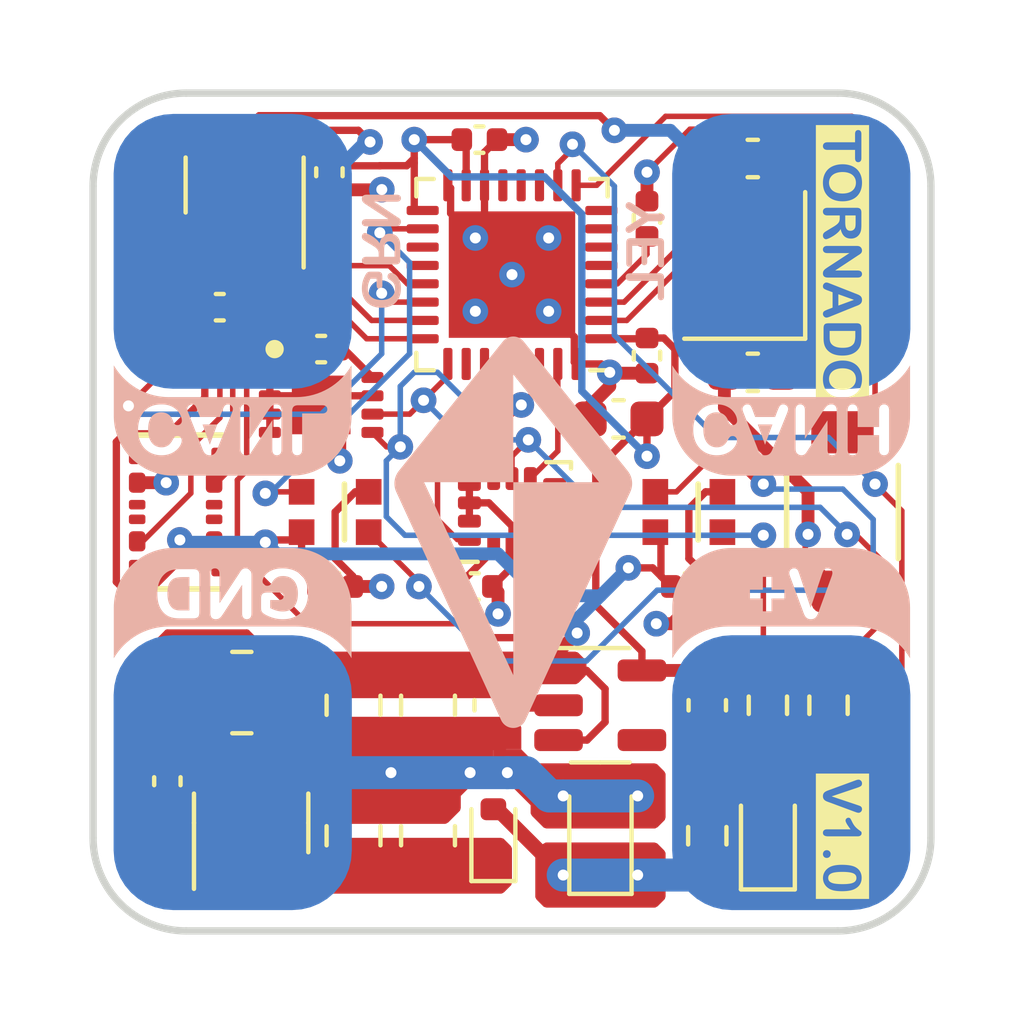
<source format=kicad_pcb>
(kicad_pcb (version 20221018) (generator pcbnew)
  (layers (0 "F.Cu" jumper) (1 "In1.Cu" signal) (2 "In2.Cu" signal) (31 "B.Cu" signal) (34 "B.Paste" user) (35 "F.Paste" user) (36 "B.SilkS" user "B.Silkscreen") (37 "F.SilkS" user "F.Silkscreen") (38 "B.Mask" user) (39 "F.Mask" user) (44 "Edge.Cuts" user))
  (net 0 "")
  (net 1 "/IN")
  (net 2 "Net-(U2-PF1)")
  (net 3 "Net-(U2-PF0)")
  (net 8 "/DOUT")
  (net 9 "/RGB")
  (net 10 "Net-(D5-A)")
  (net 11 "/SCL")
  (net 12 "/SWDIO")
  (net 13 "/SWCLK")
  (net 18 "/SDA")
  (net 19 "/IMU_INT")
  (net 20 "/IMU_CS")
  (net 22 "/TX")
  (net 26 "/RX")
  (net 27 "/CANL")
  (net 28 "/CANH")
  (net 30 "/ID_SW")
  (net 36 "/SW")
  (net 37 "Net-(U1-BST)")
  (net 38 "+5V")
  (net 39 "GND")
  (net 40 "+3.3V")
  (net 41 "+12V")
  (net 42 "/PWR_LED")
  (net 43 "/RST")
  (footprint "Package_TO_SOT_SMD:TSOT-23-6" (layer "F.Cu") (at 138.9325 106.273 90)
    (fp_text reference "U1" hide)
    (fp_text value "AP63205WU" hide)
  )
  (footprint "Tornado_Footprints:WS2812B-2020" (layer "F.Cu") (at 150.876 97.79)
    (fp_text reference "D4" hide)
    (fp_text value "WS2812B" hide)
  )
  (footprint "Capacitor_SMD:C_0402_1005Metric" (layer "F.Cu") (at 149.733 89.789 90)
    (fp_text reference "C20" hide)
    (fp_text value "100nF" hide)
  )
  (footprint "Capacitor_SMD:C_0402_1005Metric" (layer "F.Cu") (at 140.843 93.345 180)
    (fp_text reference "C19" hide)
    (fp_text value "100nF" hide)
  )
  (footprint "Capacitor_SMD:C_0402_1005Metric" (layer "F.Cu") (at 150.876 99.822)
    (fp_text reference "C18" hide)
    (fp_text value "100nF" hide)
  )
  (footprint "Tornado_Footprints:5050040812-MOLEX" (layer "F.Cu") (at 136.872 97.79 90)
    (fp_text reference "J1" hide)
    (fp_text value "MOLEX" hide)
  )
  (footprint "Capacitor_SMD:C_0603_1608Metric" (layer "F.Cu") (at 151.3785 103.063 -90)
    (fp_text reference "C3" hide)
    (fp_text value "1uF" hide)
  )
  (footprint "Capacitor_SMD:C_0402_1005Metric" (layer "F.Cu") (at 145.161 87.63)
    (fp_text reference "C14" hide)
    (fp_text value "100nF" hide)
  )
  (footprint "Tornado_Footprints:8-UFDFPN" (layer "F.Cu") (at 140.843 94.869 -90)
    (fp_text reference "U6" hide)
    (fp_text value "~" hide)
  )
  (footprint "Capacitor_SMD:C_0603_1608Metric" (layer "F.Cu") (at 148.958 95.25 180)
    (fp_text reference "C8" hide)
    (fp_text value "1uF" hide)
  )
  (footprint "Capacitor_SMD:C_0402_1005Metric" (layer "F.Cu") (at 138.077 92.202 180)
    (fp_text reference "C9" hide)
    (fp_text value "100nF" hide)
  )
  (footprint "Capacitor_SMD:C_0402_1005Metric" (layer "F.Cu") (at 141.224 99.822)
    (fp_text reference "C17" hide)
    (fp_text value "100nF" hide)
  )
  (footprint "Capacitor_SMD:C_0805_2012Metric" (layer "F.Cu") (at 143.7585 103.063 -90)
    (fp_text reference "C2" hide)
    (fp_text value "22uF" hide)
  )
  (footprint "Capacitor_SMD:C_0402_1005Metric" (layer "F.Cu") (at 145.034 99.822)
    (fp_text reference "C11" hide)
    (fp_text value "100nF" hide)
  )
  (footprint "Crystal:Crystal_SMD_3225-4Pin_3.2x2.5mm" (layer "F.Cu") (at 152.4 91.0625 90)
    (fp_text reference "Y1" hide)
    (fp_text value "32MHz" hide)
  )
  (footprint "Capacitor_SMD:C_0805_2012Metric" (layer "F.Cu") (at 141.7265 103.063 -90)
    (fp_text reference "C5" hide)
    (fp_text value "22uF" hide)
  )
  (footprint "Capacitor_SMD:C_0603_1608Metric" (layer "F.Cu") (at 145.5365 103.063 -90)
    (fp_text reference "C4" hide)
    (fp_text value "1uF" hide)
  )
  (footprint "Tornado_Footprints:TC029" (layer "F.Cu") (at 155.067 97.79 -90)
    (fp_text reference "SW1" hide)
    (fp_text value "ID" hide)
  )
  (footprint "LED_SMD:LED_0603_1608Metric" (layer "F.Cu") (at 153.03225 106.603 90)
    (fp_text reference "D5" hide)
    (fp_text value "BLU" hide)
  )
  (footprint "Diode_SMD:D_SOD-323" (layer "F.Cu") (at 148.463 106.6005 90)
    (fp_text reference "D2" hide)
    (fp_text value "TVS" hide)
  )
  (footprint "Resistor_SMD:R_0603_1608Metric" (layer "F.Cu") (at 154.686 103.063 90)
    (fp_text reference "R1" hide)
    (fp_text value "4.7K" hide)
  )
  (footprint "Diode_SMD:D_SOD-523" (layer "F.Cu") (at 145.542 106.6005 90)
    (fp_text reference "D1" hide)
    (fp_text value "D_Schottky" hide)
  )
  (footprint "Resistor_SMD:R_0603_1608Metric" (layer "F.Cu") (at 151.3785 106.623 -90)
    (fp_text reference "R3" hide)
    (fp_text value "4.7K" hide)
  )
  (footprint "Package_DFN_QFN:DFN-8-1EP_3x3mm_P0.65mm_EP1.7x2.05mm" (layer "F.Cu") (at 138.755 89.618 90)
    (fp_text reference "U5" hide)
    (fp_text value "TCAN1057A" hide)
  )
  (footprint "Capacitor_SMD:C_0603_1608Metric" (layer "F.Cu") (at 152.62 88.145)
    (fp_text reference "C15" hide)
    (fp_text value "18pF" hide)
  )
  (footprint "Capacitor_SMD:C_0402_1005Metric" (layer "F.Cu") (at 147.094 99.822 180)
    (fp_text reference "C12" hide)
    (fp_text value "100nF" hide)
  )
  (footprint "Capacitor_SMD:C_0805_2012Metric" (layer "F.Cu") (at 143.7585 106.623 90)
    (fp_text reference "C7" hide)
    (fp_text value "10uF" hide)
  )
  (footprint "Capacitor_SMD:C_0603_1608Metric" (layer "F.Cu") (at 152.62 93.98)
    (fp_text reference "C16" hide)
    (fp_text value "18pF" hide)
  )
  (footprint "Package_LGA:LGA-14_3x2.5mm_P0.5mm_LayoutBorder3x4y" (layer "F.Cu") (at 146.05 97.79)
    (fp_text reference "U3" hide)
    (fp_text value "LSM6DSV" hide)
  )
  (footprint "Resistor_SMD:R_0603_1608Metric" (layer "F.Cu") (at 153.03225 103.063 90)
    (fp_text reference "R2" hide)
    (fp_text value "4.7K" hide)
  )
  (footprint "Capacitor_SMD:C_0402_1005Metric" (layer "F.Cu") (at 136.6465 105.1355 -90)
    (fp_text reference "C1" hide)
    (fp_text value "100nF" hide)
  )
  (footprint "Package_DFN_QFN:QFN-32-1EP_5x5mm_P0.5mm_EP3.45x3.45mm" (layer "F.Cu") (at 146.05 91.313 180)
    (fp_text reference "U2" hide)
    (fp_text value "STM32G431KBUx" hide)
  )
  (footprint "Capacitor_SMD:C_0402_1005Metric" (layer "F.Cu") (at 141.068 88.519 -90)
    (fp_text reference "C10" hide)
    (fp_text value "100nF" hide)
  )
  (footprint "Capacitor_SMD:C_0402_1005Metric" (layer "F.Cu") (at 149.733 93.523 -90)
    (fp_text reference "C13" hide)
    (fp_text value "100nF" hide)
  )
  (footprint "Tornado_Footprints:WS2812B-2020" (layer "F.Cu") (at 141.224 97.79)
    (fp_text reference "D3" hide)
    (fp_text value "WS2812B" hide)
  )
  (footprint "Package_TO_SOT_SMD:SOT-23-5" (layer "F.Cu") (at 148.4575 103.063)
    (fp_text reference "U4" hide)
    (fp_text value "AP2112K-3.3" hide)
  )
  (footprint "Capacitor_SMD:C_0805_2012Metric" (layer "F.Cu") (at 141.7265 106.623 -90)
    (fp_text reference "C6" hide)
    (fp_text value "10uF" hide)
  )
  (footprint "Inductor_SMD:L_1008_2520Metric" (layer "F.Cu") (at 138.6785 102.717)
    (fp_text reference "L1" hide)
    (fp_text value "4.7uH" hide)
  )
  (footprint "Tornado_Footprints:Wire_Pad" (layer "B.Cu") (at 138.43 90.678 180)
    (fp_text reference "TP4" hide)
    (fp_text value "CANL" hide)
  )
  (footprint "Tornado_Footprints:Wire_Pad" (layer "B.Cu") (at 138.43 104.902 180)
    (fp_text reference "TP2" hide)
    (fp_text value "GND" hide)
  )
  (footprint "Tornado_Footprints:Wire_Pad" (layer "B.Cu") (at 153.67 90.678 180)
    (fp_text reference "TP3" hide)
    (fp_text value "CANH" hide)
  )
  (footprint "Tornado_Footprints:Wire_Pad" (layer "B.Cu") (at 153.67 104.902 180)
    (fp_text reference "TP1" hide)
    (fp_text value "PWR" hide)
  )
  (gr_poly (pts (xy 135.184554 95.168087) (xy 135.186677 95.251933) (xy 135.192979 95.334686) (xy 135.203355 95.416241) (xy 135.217704 95.496496) (xy 135.235923 95.575348) (xy 135.257909 95.652695) (xy 135.283559 95.728433) (xy 135.31277 95.80246) (xy 135.34544 95.874673) (xy 135.381466 95.944969) (xy 135.420745 96.013246) (xy 135.463174 96.0794) (xy 135.508651 96.143329) (xy 135.557073 96.204931) (xy 135.608337 96.264102) (xy 135.66234 96.320739) (xy 135.718979 96.37474) (xy 135.778152 96.426002) (xy 135.839756 96.474422) (xy 135.903689 96.519898) (xy 135.969846 96.562326) (xy 136.038127 96.601604) (xy 136.108427 96.637629) (xy 136.180644 96.670299) (xy 136.254676 96.69951) (xy 136.330419 96.725159) (xy 136.407771 96.747145) (xy 136.486629 96.765363) (xy 136.56689 96.779712) (xy 136.648452 96.790089) (xy 136.731211 96.79639) (xy 136.815066 96.798513) (xy 140.041881 96.798513) (xy 140.125735 96.79639) (xy 140.208495 96.790089) (xy 140.290057 96.779712) (xy 140.370319 96.765363) (xy 140.449177 96.747145) (xy 140.526529 96.725159) (xy 140.602272 96.69951) (xy 140.676304 96.670299) (xy 140.748521 96.637629) (xy 140.818821 96.601604) (xy 140.887101 96.562326) (xy 140.953259 96.519898) (xy 141.017191 96.474422) (xy 141.078795 96.426002) (xy 141.137968 96.37474) (xy 141.194608 96.320739) (xy 141.24861 96.264102) (xy 141.299874 96.204931) (xy 141.348295 96.143329) (xy 141.393772 96.0794) (xy 141.436201 96.013246) (xy 141.47548 95.944969) (xy 141.511506 95.874673) (xy 141.544176 95.80246) (xy 141.573387 95.728433) (xy 141.599037 95.652695) (xy 141.621022 95.575348) (xy 141.639241 95.496496) (xy 141.65359 95.416241) (xy 141.663967 95.334686) (xy 141.670268 95.251933) (xy 141.672391 95.168087) (xy 141.672391 94.98817) (xy 141.010809 94.98817) (xy 141.010671 94.99417) (xy 141.010257 95.000041) (xy 141.009568 95.005783) (xy 141.008603 95.011395) (xy 141.007363 95.016879) (xy 141.005848 95.022234) (xy 141.004057 95.02746) (xy 141.001991 95.032557) (xy 140.999651 95.037525) (xy 140.997036 95.042363) (xy 140.994147 95.047073) (xy 140.990983 95.051654) (xy 140.987544 95.056106) (xy 140.983832 95.060429) (xy 140.979846 95.064623) (xy 140.975586 95.068688) (xy 140.971068 95.072564) (xy 140.96631 95.076189) (xy 140.961312 95.079565) (xy 140.956074 95.08269) (xy 140.950596 95.085565) (xy 140.944878 95.088191) (xy 140.93892 95.090566) (xy 140.932722 95.092691) (xy 140.926284 95.094566) (xy 140.919606 95.096192) (xy 140.912687 95.097567) (xy 140.905529 95.098692) (xy 140.89813 95.099567) (xy 140.890491 95.100192) (xy 140.882612 95.100567) (xy 140.874492 95.100692) (xy 140.323735 95.100692) (xy 140.323735 96.076899) (xy 140.323586 96.087146) (xy 140.32314 96.09706) (xy 140.322396 96.106641) (xy 140.321355 96.115888) (xy 140.320017 96.124802) (xy 140.318382 96.133382) (xy 140.31645 96.141629) (xy 140.314222 96.149543) (xy 140.311696 96.157123) (xy 140.308874 96.16437) (xy 140.305756 96.171284) (xy 140.302341 96.177864) (xy 140.29863 96.184111) (xy 140.294623 96.190024) (xy 140.29032 96.195604) (xy 140.285721 96.200851) (xy 140.280883 96.205787) (xy 140.275863 96.210404) (xy 140.27066 96.214701) (xy 140.265275 96.21868) (xy 140.259708 96.222339) (xy 140.253959 96.22568) (xy 140.248029 96.228701) (xy 140.241916 96.231405) (xy 140.235623 96.233789) (xy 140.229147 96.235856) (xy 140.222491 96.237604) (xy 140.215653 96.239034) (xy 140.208634 96.240146) (xy 140.201434 96.24094) (xy 140.194054 96.241417) (xy 140.186493 96.241575) (xy 140.179028 96.241415) (xy 140.171748 96.240932) (xy 140.164652 96.240129) (xy 140.15774 96.239004) (xy 140.151011 96.237557) (xy 140.144466 96.235789) (xy 140.138104 96.233699) (xy 140.131924 96.231288) (xy 140.125927 96.228556) (xy 140.120113 96.225502) (xy 140.114481 96.222127) (xy 140.10903 96.21843) (xy 140.103761 96.214411) (xy 140.098674 96.210071) (xy 140.093767 96.20541) (xy 140.089041 96.200427) (xy 140.084551 96.195123) (xy 140.08035 96.189497) (xy 140.076439 96.18355) (xy 140.072817 96.17728) (xy 140.069485 96.170689) (xy 140.066443 96.163776) (xy 140.063691 96.15654) (xy 140.061229 96.148982) (xy 140.059056 96.141101) (xy 140.057173 96.132898) (xy 140.055579 96.124373) (xy 140.054275 96.115524) (xy 140.053261 96.106352) (xy 140.052537 96.096858) (xy 140.052103 96.08704) (xy 140.052088 96.086043) (xy 139.76011 96.086043) (xy 139.759978 96.095622) (xy 139.759582 96.104895) (xy 139.758921 96.113863) (xy 139.757997 96.122525) (xy 139.756808 96.130883) (xy 139.755355 96.138935) (xy 139.753637 96.146683) (xy 139.751654 96.154126) (xy 139.749407 96.161264) (xy 139.746894 96.168098) (xy 139.744116 96.174627) (xy 139.741073 96.180852) (xy 139.737765 96.186774) (xy 139.734191 96.192391) (xy 139.730351 96.197704) (xy 139.726246 96.202714) (xy 139.721925 96.207419) (xy 139.717411 96.211822) (xy 139.712702 96.21592) (xy 139.707799 96.219716) (xy 139.702702 96.223207) (xy 139.697412 96.226395) (xy 139.691928 96.229279) (xy 139.68625 96.23186) (xy 139.680379 96.234137) (xy 139.674315 96.23611) (xy 139.668057 96.23778) (xy 139.661607 96.239146) (xy 139.654963 96.240209) (xy 139.648127 96.240968) (xy 139.641097 96.241424) (xy 139.633875 96.241575) (xy 139.62687 96.241424) (xy 139.620048 96.240968) (xy 139.613408 96.240209) (xy 139.606952 96.239146) (xy 139.600678 96.23778) (xy 139.594588 96.23611) (xy 139.588681 96.234137) (xy 139.582958 96.23186) (xy 139.577418 96.229279) (xy 139.572062 96.226395) (xy 139.566889 96.223207) (xy 139.561901 96.219716) (xy 139.557096 96.21592) (xy 139.552476 96.211822) (xy 139.548039 96.207419) (xy 139.543788 96.202714) (xy 139.539742 96.197704) (xy 139.535957 96.192391) (xy 139.532432 96.186774) (xy 139.529167 96.180852) (xy 139.526163 96.174627) (xy 139.52342 96.168098) (xy 139.520937 96.161264) (xy 139.518715 96.154126) (xy 139.516753 96.146683) (xy 139.515053 96.138935) (xy 139.513615 96.130883) (xy 139.512437 96.122525) (xy 139.511521 96.113863) (xy 139.510866 96.104895) (xy 139.510474 96.095622) (xy 139.510343 96.086043) (xy 139.510343 95.288229) (xy 138.98795 96.078762) (xy 138.966308 96.112861) (xy 138.945363 96.145563) (xy 138.940236 96.153378) (xy 138.935139 96.160821) (xy 138.930072 96.167892) (xy 138.925033 96.174594) (xy 138.920022 96.180926) (xy 138.915037 96.18689) (xy 138.910078 96.192487) (xy 138.905144 96.197719) (xy 138.902659 96.200195) (xy 138.900124 96.202608) (xy 138.89754 96.204957) (xy 138.894906 96.207243) (xy 138.892223 96.209466) (xy 138.88949 96.211625) (xy 138.886707 96.21372) (xy 138.883874 96.215752) (xy 138.880992 96.217721) (xy 138.87806 96.219626) (xy 138.875079 96.221467) (xy 138.872047 96.223245) (xy 138.868967 96.22496) (xy 138.865836 96.226611) (xy 138.862656 96.228198) (xy 138.859426 96.229722) (xy 138.856116 96.231167) (xy 138.852727 96.232517) (xy 138.849257 96.233772) (xy 138.845707 96.234932) (xy 138.842076 96.235998) (xy 138.838364 96.23697) (xy 138.83457 96.237849) (xy 138.830694 96.238633) (xy 138.826736 96.239325) (xy 138.822695 96.239923) (xy 138.818571 96.240429) (xy 138.814363 96.240843) (xy 138.810072 96.241163) (xy 138.805696 96.241392) (xy 138.801236 96.24153) (xy 138.79669 96.241575) (xy 138.790889 96.241474) (xy 138.785137 96.24117) (xy 138.779435 96.240663) (xy 138.773782 96.239953) (xy 138.768179 96.23904) (xy 138.762626 96.237923) (xy 138.757122 96.236602) (xy 138.751668 96.235077) (xy 138.746263 96.233348) (xy 138.740908 96.231414) (xy 138.735603 96.229275) (xy 138.730348 96.226931) (xy 138.725142 96.224381) (xy 138.719986 96.221626) (xy 138.714879 96.218665) (xy 138.709823 96.215498) (xy 138.704879 96.212184) (xy 138.700115 96.208751) (xy 138.695529 96.2052) (xy 138.691121 96.201529) (xy 138.686892 96.197741) (xy 138.682842 96.193833) (xy 138.678971 96.189808) (xy 138.675278 96.185664) (xy 138.671763 96.181402) (xy 138.668427 96.177022) (xy 138.66527 96.172524) (xy 138.662292 96.167909) (xy 138.659492 96.163176) (xy 138.65687 96.158326) (xy 138.654427 96.153358) (xy 138.652163 96.148273) (xy 138.650394 96.143479) (xy 138.648738 96.138462) (xy 138.647196 96.133223) (xy 138.645767 96.127762) (xy 138.644452 96.122079) (xy 138.64325 96.116174) (xy 138.641189 96.103696) (xy 138.639584 96.090329) (xy 138.638436 96.076073) (xy 138.637747 96.060929) (xy 138.637517 96.044895) (xy 138.637517 95.010099) (xy 138.637653 95.000761) (xy 138.63806 94.991704) (xy 138.63874 94.982927) (xy 138.639177 94.979026) (xy 138.434398 94.979026) (xy 138.434237 94.984841) (xy 138.433755 94.991079) (xy 138.432951 94.997739) (xy 138.431826 95.004822) (xy 138.43038 95.012326) (xy 138.428612 95.020253) (xy 138.424112 95.037372) (xy 138.418326 95.056178) (xy 138.411254 95.07667) (xy 138.402896 95.098846) (xy 138.393253 95.122706) (xy 138.042815 95.988168) (xy 138.031023 96.019033) (xy 138.020295 96.04662) (xy 138.010646 96.070952) (xy 138.002093 96.092054) (xy 137.997977 96.101691) (xy 137.993632 96.111169) (xy 137.989059 96.120491) (xy 137.984259 96.129657) (xy 137.979233 96.138668) (xy 137.973982 96.147525) (xy 137.968507 96.15623) (xy 137.962809 96.164783) (xy 137.959831 96.168958) (xy 137.95674 96.173038) (xy 137.953535 96.177022) (xy 137.950217 96.180911) (xy 137.946786 96.184704) (xy 137.943241 96.188401) (xy 137.939582 96.192001) (xy 137.935809 96.195506) (xy 137.931922 96.198915) (xy 137.927921 96.202227) (xy 137.923805 96.205443) (xy 137.919575 96.208562) (xy 137.915231 96.211585) (xy 137.910773 96.21451) (xy 137.906199 96.217339) (xy 137.901511 96.22007) (xy 137.896691 96.222684) (xy 137.891723 96.225127) (xy 137.88661 96.2274) (xy 137.881349 96.229503) (xy 137.875941 96.231436) (xy 137.870387 96.2332) (xy 137.864686 96.234794) (xy 137.858838 96.23622) (xy 137.852843 96.237477) (xy 137.846702 96.238566) (xy 137.840413 96.239487) (xy 137.833978 96.240239) (xy 137.827396 96.240824) (xy 137.820666 96.241242) (xy 137.81379 96.241492) (xy 137.806767 96.241575) (xy 137.799867 96.241492) (xy 137.793106 96.241242) (xy 137.786484 96.240824) (xy 137.780001 96.240239) (xy 137.773657 96.239487) (xy 137.767452 96.238566) (xy 137.761386 96.237477) (xy 137.755459 96.23622) (xy 137.749671 96.234794) (xy 137.744021 96.2332) (xy 137.738511 96.231436) (xy 137.733139 96.229503) (xy 137.727907 96.2274) (xy 137.722813 96.225127) (xy 137.717858 96.222684) (xy 137.713042 96.22007) (xy 137.708352 96.217336) (xy 137.703775 96.214498) (xy 137.699311 96.211557) (xy 137.694962 96.208512) (xy 137.690727 96.205363) (xy 137.686606 96.202111) (xy 137.6826 96.198755) (xy 137.678708 96.195295) (xy 137.674932 96.19173) (xy 137.671271 96.188061) (xy 137.667726 96.184288) (xy 137.664296 96.18041) (xy 137.660983 96.176428) (xy 137.657786 96.172341) (xy 137.654706 96.168149) (xy 137.651743 96.163851) (xy 137.645944 96.154874) (xy 137.640232 96.145341) (xy 137.634609 96.135252) (xy 137.629072 96.124608) (xy 137.623623 96.113408) (xy 137.618261 96.101653) (xy 137.612986 96.089342) (xy 137.607798 96.076476) (xy 137.572579 95.986306) (xy 137.30268 95.301098) (xy 137.041888 95.301098) (xy 137.041753 95.30732) (xy 137.041348 95.313413) (xy 137.040673 95.319378) (xy 137.039727 95.325214) (xy 137.03851 95.330921) (xy 137.037022 95.3365) (xy 137.035262 95.341951) (xy 137.033231 95.347274) (xy 137.030928 95.352468) (xy 137.028353 95.357535) (xy 137.025505 95.362474) (xy 137.022385 95.367285) (xy 137.018992 95.371969) (xy 137.015326 95.376526) (xy 137.011386 95.380955) (xy 137.007173 95.385257) (xy 137.002769 95.389349) (xy 136.998259 95.393178) (xy 136.993642 95.396745) (xy 136.988918 95.40005) (xy 136.984087 95.403091) (xy 136.97915 95.40587) (xy 136.974106 95.408385) (xy 136.968957 95.410636) (xy 136.963701 95.412623) (xy 136.958339 95.414346) (xy 136.952871 95.415805) (xy 136.947297 95.416999) (xy 136.941618 95.417928) (xy 136.935833 95.418592) (xy 136.929943 95.418991) (xy 136.923947 95.419124) (xy 136.916973 95.418993) (xy 136.910243 95.4186) (xy 136.903756 95.417945) (xy 136.897513 95.417029) (xy 136.891514 95.415852) (xy 136.885759 95.414413) (xy 136.880246 95.412713) (xy 136.874977 95.410752) (xy 136.869951 95.40853) (xy 136.865168 95.406047) (xy 136.860628 95.403304) (xy 136.856331 95.4003) (xy 136.852276 95.397035) (xy 136.848463 95.39351) (xy 136.844893 95.389725) (xy 136.841565 95.38568) (xy 136.838391 95.381428) (xy 136.835283 95.377024) (xy 136.83224 95.372466) (xy 136.829262 95.367756) (xy 136.826349 95.362892) (xy 136.8235 95.357874) (xy 136.820717 95.352704) (xy 136.817998 95.347379) (xy 136.812753 95.336269) (xy 136.807765 95.324542) (xy 136.803032 95.312198) (xy 136.798554 95.299236) (xy 136.793256 95.285383) (xy 136.787645 95.271955) (xy 136.781723 95.258952) (xy 136.775489 95.246373) (xy 136.768944 95.23422) (xy 136.762087 95.222493) (xy 136.754919 95.21119) (xy 136.747439 95.200313) (xy 136.739647 95.189862) (xy 136.731544 95.179837) (xy 136.723129 95.170237) (xy 136.714402 95.161064) (xy 136.705364 95.152316) (xy 136.696015 95.143995) (xy 136.686354 95.1361) (xy 136.676382 95.128632) (xy 136.666127 95.12159) (xy 136.655589 95.115003) (xy 136.644767 95.108873) (xy 136.633662 95.103198) (xy 136.622274 95.097978) (xy 136.610603 95.093214) (xy 136.598649 95.088905) (xy 136.586412 95.08505) (xy 136.573892 95.08165) (xy 136.56109 95.078704) (xy 136.548005 95.076211) (xy 136.534638 95.074173) (xy 136.520988 95.072588) (xy 136.507057 95.071456) (xy 136.492843 95.070777) (xy 136.478347 95.070551) (xy 136.46496 95.07075) (xy 136.451787 95.071349) (xy 136.438829 95.072347) (xy 136.426085 95.073744) (xy 136.413556 95.075542) (xy 136.401241 95.077739) (xy 136.38914 95.080337) (xy 136.377254 95.083335) (xy 136.365582 95.086735) (xy 136.354124 95.090535) (xy 136.342881 95.094737) (xy 136.331851 95.09934) (xy 136.321036 95.104345) (xy 136.310435 95.109753) (xy 136.300049 95.115562) (xy 136.289876 95.121774) (xy 136.279955 95.128378) (xy 136.27032 95.135395) (xy 136.26097 95.142823) (xy 136.251905 95.150664) (xy 136.243126 95.158917) (xy 136.234633 95.167581) (xy 136.226426 95.176656) (xy 136.218504 95.186142) (xy 136.210868 95.196039) (xy 136.203518 95.206347) (xy 136.196454 95.217065) (xy 136.189676 95.228192) (xy 136.183183 95.23973) (xy 136.176976 95.251677) (xy 136.171056 95.264034) (xy 136.165421 95.276799) (xy 136.160114 95.28999) (xy 136.155149 95.303592) (xy 136.150525 95.317605) (xy 136.146244 95.332028) (xy 136.142304 95.346862) (xy 136.138706 95.362107) (xy 136.13545 95.377763) (xy 136.132537 95.393829) (xy 136.129966 95.410307) (xy 136.127737 95.427195) (xy 136.124308 95.462203) (xy 136.12225 95.498854) (xy 136.121563 95.537149) (xy 136.12195 95.566005) (xy 136.123111 95.594025) (xy 136.125047 95.62121) (xy 136.127757 95.647558) (xy 136.131241 95.673071) (xy 136.135501 95.697748) (xy 136.140537 95.721589) (xy 136.146348 95.744593) (xy 136.152935 95.766761) (xy 136.160298 95.788092) (xy 136.168437 95.808587) (xy 136.177354 95.828245) (xy 136.187047 95.847066) (xy 136.197518 95.86505) (xy 136.208766 95.882196) (xy 136.220792 95.898506) (xy 136.233472 95.913901) (xy 136.246684 95.928303) (xy 136.260427 95.941713) (xy 136.274703 95.954131) (xy 136.28951 95.965555) (xy 136.304849 95.975987) (xy 136.32072 95.985426) (xy 136.337123 95.993872) (xy 136.354057 96.001325) (xy 136.371523 96.007785) (xy 136.389521 96.013251) (xy 136.408051 96.017723) (xy 136.427113 96.021202) (xy 136.446706 96.023687) (xy 136.466832 96.025178) (xy 136.487489 96.025675) (xy 136.500503 96.025483) (xy 136.513258 96.024905) (xy 136.525753 96.023942) (xy 136.537987 96.022594) (xy 136.549962 96.02086) (xy 136.561677 96.018741) (xy 136.573132 96.016236) (xy 136.584327 96.013346) (xy 136.595262 96.010069) (xy 136.605937 96.006406) (xy 136.616352 96.002357) (xy 136.626507 95.997922) (xy 136.636402 95.9931) (xy 136.646036 95.987892) (xy 136.655411 95.982297) (xy 136.664526 95.976315) (xy 136.673438 95.969942) (xy 136.6822 95.963175) (xy 136.690815 95.956013) (xy 136.699281 95.948457) (xy 136.707599 95.940507) (xy 136.71577 95.932163) (xy 136.723793 95.923427) (xy 136.731669 95.914297) (xy 136.739398 95.904774) (xy 136.746981 95.894858) (xy 136.754417 95.88455) (xy 136.761707 95.87385) (xy 136.768851 95.862758) (xy 136.77585 95.851274) (xy 136.782704 95.839399) (xy 136.789413 95.827133) (xy 136.79339 95.819731) (xy 136.797321 95.812607) (xy 136.801207 95.805761) (xy 136.805046 95.799192) (xy 136.80884 95.792902) (xy 136.812587 95.786889) (xy 136.816288 95.781154) (xy 136.819943 95.775697) (xy 136.823551 95.770518) (xy 136.827112 95.765617) (xy 136.830627 95.760993) (xy 136.834094 95.756647) (xy 136.837515 95.752579) (xy 136.840888 95.748789) (xy 136.844214 95.745277) (xy 136.847492 95.742042) (xy 136.850863 95.739058) (xy 136.854434 95.736264) (xy 136.858206 95.733661) (xy 136.86218 95.73125) (xy 136.866356 95.72903) (xy 136.870734 95.727001) (xy 136.875315 95.725165) (xy 136.880099 95.723521) (xy 136.885087 95.72207) (xy 136.890278 95.720811) (xy 136.895673 95.719745) (xy 136.901273 95.718872) (xy 136.907078 95.718193) (xy 136.913088 95.717708) (xy 136.919303 95.717417) (xy 136.925725 95.717319) (xy 136.931512 95.717459) (xy 136.93719 95.717879) (xy 136.94276 95.718578) (xy 136.94822 95.719556) (xy 136.953572 95.720814) (xy 136.958816 95.722351) (xy 136.963951 95.724167) (xy 136.968978 95.726262) (xy 136.973897 95.728636) (xy 136.978708 95.731289) (xy 136.983411 95.73422) (xy 136.988006 95.737429) (xy 136.992493 95.740917) (xy 136.996874 95.744683) (xy 137.001147 95.748727) (xy 137.005312 95.753049) (xy 137.00931 95.757553) (xy 137.013048 95.762142) (xy 137.016526 95.766816) (xy 137.019745 95.771575) (xy 137.022705 95.77642) (xy 137.025407 95.78135) (xy 137.02785 95.786365) (xy 137.030034 95.791466) (xy 137.031961 95.796652) (xy 137.03363 95.801924) (xy 137.035041 95.807281) (xy 137.036195 95.812723) (xy 137.037093 95.81825) (xy 137.037733 95.823863) (xy 137.038118 95.829561) (xy 137.038246 95.835345) (xy 137.037982 95.846023) (xy 137.03719 95.856784) (xy 137.03587 95.867628) (xy 137.034022 95.878555) (xy 137.031645 95.889565) (xy 137.02874 95.900658) (xy 137.025306 95.911833) (xy 137.021344 95.923091) (xy 137.016853 95.934431) (xy 137.011833 95.945854) (xy 137.006283 95.957358) (xy 137.000205 95.968945) (xy 136.993597 95.980613) (xy 136.986459 95.992363) (xy 136.978792 96.004195) (xy 136.970595 96.016108) (xy 136.961902 96.027928) (xy 136.952742 96.039511) (xy 136.943116 96.050858) (xy 136.933024 96.061967) (xy 136.922467 96.072838) (xy 136.911445 96.083472) (xy 136.899958 96.093867) (xy 136.888007 96.104024) (xy 136.875591 96.113941) (xy 136.862711 96.123619) (xy 136.849367 96.133057) (xy 136.835559 96.142255) (xy 136.821288 96.151212) (xy 136.806554 96.159928) (xy 136.791357 96.168403) (xy 136.775698 96.176636) (xy 136.759667 96.184509) (xy 136.743356 96.191873) (xy 136.726765 96.198727) (xy 136.709895 96.205071) (xy 136.692745 96.210907) (xy 136.675315 96.216234) (xy 136.657605 96.221052) (xy 136.639616 96.225362) (xy 136.621347 96.229164) (xy 136.602798 96.232458) (xy 136.58397 96.235245) (xy 136.564861 96.237525) (xy 136.545473 96.239297) (xy 136.525804 96.240563) (xy 136.505856 96.241322) (xy 136.485628 96.241575) (xy 136.469003 96.24139) (xy 136.452497 96.240833) (xy 136.436111 96.239905) (xy 136.419844 96.238605) (xy 136.403698 96.236934) (xy 136.387672 96.234892) (xy 136.371767 96.232477) (xy 136.355982 96.229691) (xy 136.340319 96.226532) (xy 136.324776 96.223001) (xy 136.309356 96.219098) (xy 136.294057 96.214822) (xy 136.27888 96.210174) (xy 136.263825 96.205153) (xy 136.248893 96.19976) (xy 136.234083 96.193993) (xy 136.219438 96.187885) (xy 136.205031 96.181436) (xy 136.190862 96.174646) (xy 136.17693 96.167515) (xy 136.163236 96.160043) (xy 136.149778 96.15223) (xy 136.136557 96.144077) (xy 136.123572 96.135583) (xy 136.110823 96.12675) (xy 136.09831 96.117575) (xy 136.086033 96.108061) (xy 136.073991 96.098207) (xy 136.062184 96.088013) (xy 136.050613 96.077479) (xy 136.039275 96.066606) (xy 136.028172 96.055394) (xy 136.017362 96.043881) (xy 136.006868 96.032077) (xy 135.996693 96.019982) (xy 135.986834 96.007595) (xy 135.977294 95.994917) (xy 135.96807 95.981948) (xy 135.959164 95.968688) (xy 135.950576 95.955138) (xy 135.942305 95.941296) (xy 135.934351 95.927164) (xy 135.926715 95.912741) (xy 135.919397 95.898029) (xy 135.912396 95.883026) (xy 135.905712 95.867732) (xy 135.899346 95.852149) (xy 135.893297 95.836276) (xy 135.887591 95.820141) (xy 135.882253 95.803741) (xy 135.877282 95.787074) (xy 135.872679 95.770143) (xy 135.868443 95.752945) (xy 135.864575 95.735483) (xy 135.861074 95.717755) (xy 135.857942 95.699762) (xy 135.852782 95.662982) (xy 135.849094 95.625143) (xy 135.846881 95.586246) (xy 135.846144 95.546293) (xy 135.846437 95.52154) (xy 135.847318 95.497128) (xy 135.848786 95.473057) (xy 135.850841 95.449328) (xy 135.853484 95.42594) (xy 135.856714 95.402894) (xy 135.860532 95.380189) (xy 135.864937 95.357825) (xy 135.869901 95.335798) (xy 135.875459 95.314104) (xy 135.881608 95.292741) (xy 135.888347 95.271708) (xy 135.895673 95.251005) (xy 135.903585 95.23063) (xy 135.91208 95.210583) (xy 135.921156 95.190862) (xy 135.930767 95.171538) (xy 135.94087 95.152684) (xy 135.951463 95.1343) (xy 135.962546 95.116387) (xy 135.974116 95.098947) (xy 135.986175 95.08198) (xy 135.998719 95.065487) (xy 136.011749 95.049469) (xy 136.019223 95.04089) (xy 136.026786 95.032519) (xy 136.034439 95.024357) (xy 136.042181 95.016404) (xy 136.050013 95.00866) (xy 136.057936 95.001127) (xy 136.065948 94.993802) (xy 136.074051 94.986689) (xy 136.082244 94.979785) (xy 136.090527 94.973092) (xy 136.098901 94.96661) (xy 136.107366 94.960339) (xy 136.115921 94.954279) (xy 136.124568 94.948431) (xy 136.133306 94.942794) (xy 136.142135 94.93737) (xy 136.160101 94.927087) (xy 136.178569 94.917508) (xy 136.197539 94.908631) (xy 136.217013 94.900456) (xy 136.23699 94.892978) (xy 136.257472 94.886197) (xy 136.27846 94.880111) (xy 136.299955 94.874717) (xy 136.321972 94.870011) (xy 136.344593 94.865925) (xy 136.367817 94.862462) (xy 136.391646 94.859625) (xy 136.416077 94.857415) (xy 136.441112 94.855834) (xy 136.46675 94.854884) (xy 136.492992 94.854567) (xy 136.51035 94.854742) (xy 136.527436 94.855269) (xy 136.544251 94.856147) (xy 136.560795 94.857375) (xy 136.577067 94.858954) (xy 136.593068 94.860884) (xy 136.608798 94.863165) (xy 136.624257 94.865795) (xy 136.639445 94.868776) (xy 136.654362 94.872107) (xy 136.669009 94.875788) (xy 136.683385 94.879819) (xy 136.69749 94.8842) (xy 136.711326 94.888931) (xy 136.724891 94.89401) (xy 136.738186 94.89944) (xy 136.751185 94.905149) (xy 136.763892 94.911068) (xy 136.776307 94.917198) (xy 136.78843 94.923539) (xy 136.800261 94.930091) (xy 136.811799 94.936853) (xy 136.823045 94.943827) (xy 136.833999 94.951012) (xy 136.84466 94.958408) (xy 136.855028 94.966016) (xy 136.865103 94.973836) (xy 136.874885 94.981867) (xy 136.884374 94.990109) (xy 136.893569 94.998564) (xy 136.902471 95.007231) (xy 136.91108 95.01611) (xy 136.9194 95.025092) (xy 136.927438 95.034096) (xy 136.935194 95.043124) (xy 136.942669 95.052176) (xy 136.949862 95.06125) (xy 136.956773 95.070346) (xy 136.963403 95.079465) (xy 136.969751 95.088606) (xy 136.975817 95.097769) (xy 136.981601 95.106953) (xy 136.987104 95.116159) (xy 136.992325 95.125386) (xy 136.997264 95.134633) (xy 137.001922 95.143902) (xy 137.006297 95.15319) (xy 137.010392 95.162499) (xy 137.014205 95.171776) (xy 137.017773 95.18097) (xy 137.021095 95.190081) (xy 137.024171 95.199109) (xy 137.027 95.208055) (xy 137.029584 95.216919) (xy 137.031922 95.225702) (xy 137.034013 95.234402) (xy 137.035859 95.243021) (xy 137.037459 95.251559) (xy 137.038812 95.260017) (xy 137.039919 95.268393) (xy 137.040781 95.276689) (xy 137.041396 95.284905) (xy 137.041765 95.293041) (xy 137.041888 95.301098) (xy 137.30268 95.301098) (xy 137.22951 95.115339) (xy 137.219714 95.090719) (xy 137.215376 95.079471) (xy 137.211411 95.068932) (xy 137.207819 95.059103) (xy 137.204601 95.049986) (xy 137.201756 95.041582) (xy 137.199284 95.03389) (xy 137.197141 95.026615) (xy 137.195283 95.019395) (xy 137.193711 95.012228) (xy 137.192425 95.005114) (xy 137.191424 94.998051) (xy 137.190709 94.991039) (xy 137.190281 94.984077) (xy 137.190138 94.977164) (xy 137.190291 94.971265) (xy 137.190753 94.965444) (xy 137.191522 94.9597) (xy 137.192599 94.954034) (xy 137.193983 94.948445) (xy 137.195675 94.942933) (xy 137.197674 94.937499) (xy 137.199982 94.932142) (xy 137.202596 94.926863) (xy 137.205518 94.921661) (xy 137.208748 94.916536) (xy 137.212286 94.911489) (xy 137.21613 94.906519) (xy 137.220283 94.901626) (xy 137.224743 94.896811) (xy 137.22951 94.892073) (xy 137.234463 94.887536) (xy 137.23951 94.883291) (xy 137.244653 94.879337) (xy 137.24989 94.875676) (xy 137.255223 94.872307) (xy 137.26065 94.86923) (xy 137.266172 94.866445) (xy 137.271788 94.863954) (xy 137.277499 94.861755) (xy 137.283304 94.859848) (xy 137.289202 94.858235) (xy 137.295195 94.856915) (xy 137.301282 94.855888) (xy 137.307463 94.855154) (xy 137.313737 94.854713) (xy 137.320105 94.854567) (xy 137.327513 94.854705) (xy 137.334657 94.855118) (xy 137.341537 94.855807) (xy 137.348154 94.856772) (xy 137.354507 94.858012) (xy 137.360595 94.859527) (xy 137.36642 94.861317) (xy 137.371982 94.863382) (xy 137.377279 94.865722) (xy 137.382312 94.868337) (xy 137.387082 94.871226) (xy 137.389368 94.872774) (xy 137.391588 94.87439) (xy 137.393742 94.876075) (xy 137.39583 94.877828) (xy 137.397852 94.87965) (xy 137.399808 94.88154) (xy 137.401698 94.883499) (xy 137.403522 94.885527) (xy 137.40528 94.887623) (xy 137.406972 94.889787) (xy 137.413779 94.899634) (xy 137.420927 94.91152) (xy 137.428419 94.925447) (xy 137.436255 94.941413) (xy 137.444437 94.959419) (xy 137.452964 94.979465) (xy 137.461839 95.001552) (xy 137.471062 95.025677) (xy 137.535073 95.19772) (xy 138.080327 95.19772) (xy 138.144415 95.029318) (xy 138.151134 95.013171) (xy 138.158471 94.995832) (xy 138.166442 94.977288) (xy 138.175064 94.957521) (xy 138.179478 94.947686) (xy 138.183826 94.938504) (xy 138.188107 94.929974) (xy 138.192318 94.922099) (xy 138.196457 94.914878) (xy 138.1985 94.911513) (xy 138.200523 94.908313) (xy 138.202528 94.905276) (xy 138.204514 94.902404) (xy 138.206481 94.899697) (xy 138.208427 94.897154) (xy 138.210408 94.894726) (xy 138.212444 94.892363) (xy 138.214535 94.890066) (xy 138.216683 94.887833) (xy 138.218887 94.885664) (xy 138.221147 94.88356) (xy 138.223463 94.88152) (xy 138.225836 94.879543) (xy 138.228265 94.87763) (xy 138.230751 94.87578) (xy 138.233294 94.873994) (xy 138.235893 94.87227) (xy 138.23855 94.870608) (xy 138.241264 94.869009) (xy 138.244035 94.867472) (xy 138.246864 94.865996) (xy 138.249757 94.864612) (xy 138.252721 94.863317) (xy 138.255757 94.862112) (xy 138.258865 94.860996) (xy 138.262044 94.859969) (xy 138.265294 94.859031) (xy 138.268616 94.858183) (xy 138.27201 94.857424) (xy 138.275474 94.856754) (xy 138.279011 94.856174) (xy 138.282619 94.855683) (xy 138.286298 94.855281) (xy 138.290049 94.854968) (xy 138.293871 94.854745) (xy 138.297764 94.854611) (xy 138.301729 94.854567) (xy 138.30854 94.854719) (xy 138.315223 94.855177) (xy 138.321779 94.855941) (xy 138.32821 94.857009) (xy 138.334513 94.858381) (xy 138.34069 94.860058) (xy 138.346741 94.862039) (xy 138.352666 94.864324) (xy 138.358465 94.866913) (xy 138.364138 94.869805) (xy 138.369685 94.873) (xy 138.375106 94.876498) (xy 138.380402 94.880298) (xy 138.385572 94.884401) (xy 138.390617 94.888806) (xy 138.395537 94.893513) (xy 138.400243 94.898402) (xy 138.404646 94.903352) (xy 138.408745 94.908363) (xy 138.41254 94.913435) (xy 138.416031 94.918568) (xy 138.419219 94.923762) (xy 138.422103 94.929017) (xy 138.424684 94.934333) (xy 138.426961 94.939709) (xy 138.428934 94.945146) (xy 138.430604 94.950642) (xy 138.43197 94.956199) (xy 138.433032 94.961816) (xy 138.433791 94.967493) (xy 138.434246 94.97323) (xy 138.434398 94.979026) (xy 138.639177 94.979026) (xy 138.639691 94.974429) (xy 138.640914 94.966212) (xy 138.642409 94.958276) (xy 138.644176 94.950619) (xy 138.646215 94.943244) (xy 138.648525 94.936149) (xy 138.651108 94.929336) (xy 138.653962 94.922803) (xy 138.657088 94.916551) (xy 138.660486 94.910581) (xy 138.664155 94.904892) (xy 138.668097 94.899485) (xy 138.672311 94.894359) (xy 138.676749 94.889545) (xy 138.681365 94.885041) (xy 138.686158 94.880846) (xy 138.691127 94.876962) (xy 138.696275 94.873387) (xy 138.7016 94.870123) (xy 138.707103 94.867169) (xy 138.712784 94.864525) (xy 138.718644 94.862192) (xy 138.724682 94.86017) (xy 138.7309 94.858458) (xy 138.737297 94.857058) (xy 138.743873 94.855968) (xy 138.75063 94.85519) (xy 138.757566 94.854722) (xy 138.764682 94.854567) (xy 138.771588 94.85472) (xy 138.778335 94.855182) (xy 138.784924 94.855951) (xy 138.791354 94.857027) (xy 138.797627 94.858411) (xy 138.803741 94.860103) (xy 138.809697 94.862102) (xy 138.815495 94.864409) (xy 138.821136 94.867023) (xy 138.826619 94.869945) (xy 138.831944 94.873175) (xy 138.837112 94.876712) (xy 138.842123 94.880557) (xy 138.846976 94.884709) (xy 138.851673 94.889169) (xy 138.856212 94.893936) (xy 138.860532 94.899003) (xy 138.864573 94.904362) (xy 138.868334 94.910013) (xy 138.871816 94.915956) (xy 138.875018 94.922191) (xy 138.877942 94.928719) (xy 138.880587 94.935538) (xy 138.882952 94.942651) (xy 138.885039 94.950056) (xy 138.886848 94.957754) (xy 138.888377 94.965745) (xy 138.889629 94.974029) (xy 138.890602 94.982607) (xy 138.891297 94.991477) (xy 138.891714 95.000641) (xy 138.891853 95.010099) (xy 138.891853 95.79606) (xy 139.40146 95.014671) (xy 139.412447 94.998762) (xy 139.423433 94.983027) (xy 139.434419 94.967451) (xy 139.445406 94.952017) (xy 139.450954 94.944485) (xy 139.456614 94.937192) (xy 139.462387 94.930138) (xy 139.468275 94.923326) (xy 139.474278 94.916756) (xy 139.480398 94.910429) (xy 139.486634 94.904346) (xy 139.492989 94.898508) (xy 139.496209 94.895699) (xy 139.499457 94.892988) (xy 139.502733 94.890373) (xy 139.506037 94.887855) (xy 139.509368 94.885434) (xy 139.512728 94.883109) (xy 139.516115 94.880881) (xy 139.51953 94.878749) (xy 139.522972 94.876714) (xy 139.526443 94.874774) (xy 139.529941 94.872931) (xy 139.533467 94.871183) (xy 139.537021 94.869532) (xy 139.540603 94.867976) (xy 139.544212 94.866515) (xy 139.547849 94.86515) (xy 139.551544 94.863873) (xy 139.555295 94.862678) (xy 139.559102 94.861564) (xy 139.562964 94.860532) (xy 139.570858 94.858713) (xy 139.578977 94.857223) (xy 139.587322 94.856062) (xy 139.595894 94.855232) (xy 139.604693 94.854733) (xy 139.613722 94.854567) (xy 139.62273 94.854739) (xy 139.631453 94.855257) (xy 139.639889 94.85612) (xy 139.64804 94.857329) (xy 139.655904 94.858882) (xy 139.663481 94.860781) (xy 139.670773 94.863024) (xy 139.677779 94.865613) (xy 139.684498 94.868547) (xy 139.690931 94.871825) (xy 139.697078 94.875449) (xy 139.702939 94.879418) (xy 139.708515 94.883731) (xy 139.713804 94.88839) (xy 139.718806 94.893393) (xy 139.723523 94.898741) (xy 139.727954 94.904434) (xy 139.732099 94.910472) (xy 139.735958 94.916854) (xy 139.739531 94.923581) (xy 139.742819 94.930653) (xy 139.74582 94.938069) (xy 139.748535 94.94583) (xy 139.750964 94.953936) (xy 139.753108 94.962386) (xy 139.754966 94.971181) (xy 139.757823 94.989803) (xy 139.759538 95.009803) (xy 139.76011 95.031181) (xy 139.76011 96.086043) (xy 140.052088 96.086043) (xy 140.051958 96.076899) (xy 140.051958 95.043966) (xy 140.05211 95.033185) (xy 140.052565 95.022781) (xy 140.053325 95.012754) (xy 140.054388 95.003105) (xy 140.055756 94.993833) (xy 140.057427 94.984939) (xy 140.059403 94.976423) (xy 140.061684 94.968284) (xy 140.064269 94.960524) (xy 140.067159 94.953142) (xy 140.070353 94.946138) (xy 140.073853 94.939512) (xy 140.077657 94.933265) (xy 140.081767 94.927396) (xy 140.086182 94.921907) (xy 140.090902 94.916796) (xy 140.095954 94.912029) (xy 140.101396 94.907572) (xy 140.107227 94.903424) (xy 140.113447 94.899585) (xy 140.120056 94.896054) (xy 140.127055 94.892832) (xy 140.134444 94.889917) (xy 140.142222 94.887311) (xy 140.150391 94.885012) (xy 140.158949 94.88302) (xy 140.167898 94.881336) (xy 140.177236 94.879958) (xy 140.186965 94.878887) (xy 140.197085 94.878122) (xy 140.207595 94.877664) (xy 140.218496 94.877511) (xy 140.874492 94.877511) (xy 140.882717 94.87763) (xy 140.890692 94.877988) (xy 140.898417 94.878584) (xy 140.905892 94.879419) (xy 140.913116 94.880493) (xy 140.920089 94.881806) (xy 140.926812 94.883359) (xy 140.933284 94.885152) (xy 140.939504 94.887185) (xy 140.945474 94.889459) (xy 140.951192 94.891973) (xy 140.956659 94.894727) (xy 140.961875 94.897723) (xy 140.966838 94.900961) (xy 140.97155 94.90444) (xy 140.97601 94.90816) (xy 140.980224 94.91206) (xy 140.984166 94.916106) (xy 140.987836 94.920299) (xy 140.991234 94.924638) (xy 140.99436 94.929125) (xy 140.997215 94.933759) (xy 140.999798 94.938539) (xy 141.002109 94.943466) (xy 141.004148 94.94854) (xy 141.005915 94.953761) (xy 141.00741 94.959129) (xy 141.008634 94.964643) (xy 141.009585 94.970305) (xy 141.010265 94.976113) (xy 141.010673 94.982068) (xy 141.010809 94.98817) (xy 141.672391 94.98817) (xy 141.672391 93.787851) (xy 141.612598 93.883119) (xy 141.546965 93.974123) (xy 141.475754 94.060603) (xy 141.399229 94.1423) (xy 141.317653 94.218953) (xy 141.23129 94.290304) (xy 141.140403 94.356091) (xy 141.045255 94.416057) (xy 140.94611 94.46994) (xy 140.84323 94.517481) (xy 140.736879 94.558421) (xy 140.627321 94.592499) (xy 140.514818 94.619457) (xy 140.399634 94.639034) (xy 140.282033 94.650971) (xy 140.162276 94.655007) (xy 136.694669 94.655007) (xy 136.634538 94.653993) (xy 136.574913 94.650971) (xy 136.515827 94.645974) (xy 136.457312 94.639034) (xy 136.399401 94.630184) (xy 136.342128 94.619457) (xy 136.285526 94.606885) (xy 136.229626 94.592499) (xy 136.174462 94.576334) (xy 136.120068 94.558421) (xy 136.066475 94.538792) (xy 136.013717 94.517481) (xy 135.961827 94.494519) (xy 135.910838 94.46994) (xy 135.860782 94.443775) (xy 135.811692 94.416057) (xy 135.763602 94.386818) (xy 135.716544 94.356091) (xy 135.670552 94.323909) (xy 135.625657 94.290304) (xy 135.581894 94.255308) (xy 135.539294 94.218953) (xy 135.497891 94.181273) (xy 135.457718 94.1423) (xy 135.418808 94.102066) (xy 135.381193 94.060603) (xy 135.344907 94.017945) (xy 135.309982 93.974123) (xy 135.276451 93.92917) (xy 135.244348 93.883119) (xy 135.213704 93.836002) (xy 135.184554 93.787851)) (fill solid) (layer "B.SilkS"))
  (gr_poly (pts (xy 137.804989 95.955233) (xy 138.007174 95.401682) (xy 137.606443 95.401682)) (fill solid) (layer "B.SilkS"))
  (gr_poly (pts (xy 151.969949 98.7732) (xy 151.887196 98.779501) (xy 151.805641 98.789878) (xy 151.725386 98.804227) (xy 151.646534 98.822446) (xy 151.569187 98.844431) (xy 151.493449 98.870081) (xy 151.419422 98.899292) (xy 151.347209 98.931962) (xy 151.276912 98.967988) (xy 151.208636 99.007267) (xy 151.142481 99.049696) (xy 151.078552 99.095173) (xy 151.01695 99.143595) (xy 150.95778 99.194858) (xy 150.901142 99.248861) (xy 150.847141 99.305501) (xy 150.795879 99.364674) (xy 150.747459 99.426278) (xy 150.701983 99.49021) (xy 150.659555 99.556368) (xy 150.620277 99.624648) (xy 150.584252 99.694948) (xy 150.551583 99.767165) (xy 150.522372 99.841197) (xy 150.496722 99.91694) (xy 150.474737 99.994292) (xy 150.456518 100.07315) (xy 150.442169 100.153411) (xy 150.431793 100.234973) (xy 150.425492 100.317732) (xy 150.423368 100.401586) (xy 150.423368 101.781739) (xy 150.483161 101.686471) (xy 150.548795 101.595466) (xy 150.620006 101.508986) (xy 150.696531 101.427289) (xy 150.778106 101.350636) (xy 150.864469 101.279286) (xy 150.955357 101.213498) (xy 151.050505 101.153533) (xy 151.149651 101.09965) (xy 151.25253 101.052109) (xy 151.358881 101.011169) (xy 151.468439 100.977091) (xy 151.580942 100.950133) (xy 151.696126 100.930556) (xy 151.813727 100.91862) (xy 151.933483 100.914583) (xy 155.40109 100.914583) (xy 155.461221 100.915598) (xy 155.520846 100.91862) (xy 155.579933 100.923617) (xy 155.638448 100.930556) (xy 155.696358 100.939406) (xy 155.753631 100.950133) (xy 155.810234 100.962706) (xy 155.866134 100.977091) (xy 155.921298 100.993256) (xy 155.975693 101.011169) (xy 156.029285 101.030798) (xy 156.082043 101.052109) (xy 156.133934 101.075071) (xy 156.184923 101.09965) (xy 156.234979 101.125815) (xy 156.284069 101.153533) (xy 156.332159 101.182772) (xy 156.379217 101.213498) (xy 156.42521 101.245681) (xy 156.470104 101.279286) (xy 156.513868 101.314282) (xy 156.556468 101.350636) (xy 156.59787 101.388316) (xy 156.638043 101.427289) (xy 156.676954 101.467524) (xy 156.714569 101.508986) (xy 156.750855 101.551645) (xy 156.78578 101.595466) (xy 156.81931 101.640419) (xy 156.851414 101.686471) (xy 156.882057 101.733588) (xy 156.911207 101.781739) (xy 156.911207 100.401586) (xy 156.909084 100.317732) (xy 156.902782 100.234973) (xy 156.892406 100.153411) (xy 156.878057 100.07315) (xy 156.859838 99.994292) (xy 156.837852 99.91694) (xy 156.812202 99.841197) (xy 156.782991 99.767165) (xy 156.750321 99.694948) (xy 156.714295 99.624648) (xy 156.675016 99.556368) (xy 156.632587 99.49021) (xy 156.605081 99.451542) (xy 154.791659 99.451542) (xy 154.791568 99.456242) (xy 154.791293 99.461196) (xy 154.790834 99.466406) (xy 154.790189 99.471873) (xy 154.789358 99.477598) (xy 154.788339 99.483582) (xy 154.787132 99.489826) (xy 154.785735 99.496331) (xy 154.784203 99.502908) (xy 154.782589 99.509367) (xy 154.780892 99.515711) (xy 154.77911 99.521942) (xy 154.77724 99.528062) (xy 154.775281 99.534073) (xy 154.773231 99.539977) (xy 154.771087 99.545776) (xy 154.766786 99.557256) (xy 154.762525 99.568848) (xy 154.758311 99.580567) (xy 154.754153 99.592429) (xy 154.434875 100.461531) (xy 154.426176 100.486379) (xy 154.417477 100.510511) (xy 154.408777 100.533945) (xy 154.400076 100.556696) (xy 154.39566 100.567753) (xy 154.391048 100.57851) (xy 154.386243 100.588967) (xy 154.381249 100.599125) (xy 154.376069 100.608986) (xy 154.370704 100.61855) (xy 154.36516 100.627818) (xy 154.359438 100.636791) (xy 154.35646 100.641135) (xy 154.353369 100.645372) (xy 154.350165 100.649502) (xy 154.346847 100.653525) (xy 154.343415 100.657442) (xy 154.33987 100.661251) (xy 154.336211 100.664955) (xy 154.332439 100.668552) (xy 154.328552 100.672043) (xy 154.324551 100.675428) (xy 154.320435 100.678707) (xy 154.316205 100.68188) (xy 154.311861 100.684947) (xy 154.307402 100.687909) (xy 154.302828 100.690766) (xy 154.298139 100.693517) (xy 154.293326 100.696117) (xy 154.28838 100.69855) (xy 154.283301 100.700816) (xy 154.27809 100.702914) (xy 154.272746 100.704846) (xy 154.26727 100.70661) (xy 154.261662 100.708207) (xy 154.255921 100.709637) (xy 154.250049 100.710898) (xy 154.244045 100.711992) (xy 154.237909 100.712918) (xy 154.231642 100.713676) (xy 154.225243 100.714265) (xy 154.218713 100.714687) (xy 154.212051 100.714939) (xy 154.205259 100.715024) (xy 154.198466 100.714937) (xy 154.191804 100.714679) (xy 154.185274 100.714247) (xy 154.178875 100.713644) (xy 154.172608 100.712868) (xy 154.166472 100.71192) (xy 154.160468 100.710801) (xy 154.154596 100.709509) (xy 154.148856 100.708046) (xy 154.143248 100.706412) (xy 154.137772 100.704606) (xy 154.132428 100.702629) (xy 154.127217 100.70048) (xy 154.122139 100.698161) (xy 154.117193 100.695671) (xy 154.112381 100.69301) (xy 154.107692 100.690216) (xy 154.103121 100.687327) (xy 154.098668 100.684342) (xy 154.094332 100.681261) (xy 154.090113 100.678085) (xy 154.086012 100.674813) (xy 154.082029 100.671445) (xy 154.078164 100.667981) (xy 154.074417 100.66442) (xy 154.070789 100.660763) (xy 154.067278 100.65701) (xy 154.063886 100.65316) (xy 154.060613 100.649213) (xy 154.057458 100.64517) (xy 154.054423 100.641029) (xy 154.051506 100.636791) (xy 154.045877 100.628045) (xy 154.040423 100.61895) (xy 154.035141 100.609511) (xy 154.030031 100.599728) (xy 154.025092 100.589604) (xy 154.020322 100.579141) (xy 154.015722 100.56834) (xy 154.011288 100.557204) (xy 154.002589 100.53423) (xy 153.993889 100.510638) (xy 153.985189 100.48641) (xy 153.97649 100.461531) (xy 153.861223 100.150467) (xy 153.481528 100.150467) (xy 153.131094 100.150467) (xy 153.131094 100.499039) (xy 152.895127 100.499039) (xy 152.895127 100.150467) (xy 152.542831 100.150467) (xy 152.542831 99.910775) (xy 152.895127 99.910775) (xy 152.895127 99.56034) (xy 153.131094 99.56034) (xy 153.131094 99.910775) (xy 153.481528 99.910775) (xy 153.481528 100.150467) (xy 153.861223 100.150467) (xy 153.651708 99.585062) (xy 153.643464 99.561641) (xy 153.635283 99.538919) (xy 153.633263 99.533287) (xy 153.63133 99.52763) (xy 153.629485 99.521948) (xy 153.627727 99.516239) (xy 153.626056 99.510502) (xy 153.624473 99.504736) (xy 153.622977 99.49894) (xy 153.621568 99.493113) (xy 153.620262 99.487348) (xy 153.619136 99.481672) (xy 153.61819 99.476089) (xy 153.617419 99.470603) (xy 153.616824 99.465216) (xy 153.616401 99.459931) (xy 153.616148 99.454751) (xy 153.616065 99.44968) (xy 153.61613 99.446015) (xy 153.616327 99.442357) (xy 153.616655 99.438704) (xy 153.617115 99.435056) (xy 153.617707 99.431413) (xy 153.618431 99.427775) (xy 153.619287 99.424142) (xy 153.620276 99.420512) (xy 153.621398 99.416887) (xy 153.622653 99.413265) (xy 153.624042 99.409647) (xy 153.625564 99.406032) (xy 153.627221 99.40242) (xy 153.629012 99.39881) (xy 153.630937 99.395203) (xy 153.632997 99.391599) (xy 153.635158 99.38804) (xy 153.637421 99.38457) (xy 153.639785 99.38119) (xy 153.64225 99.377899) (xy 153.644816 99.374697) (xy 153.647482 99.371584) (xy 153.650249 99.368561) (xy 153.653116 99.365627) (xy 153.656083 99.362783) (xy 153.659151 99.360027) (xy 153.662318 99.357361) (xy 153.665585 99.354785) (xy 153.668952 99.352297) (xy 153.672419 99.349899) (xy 153.675985 99.34759) (xy 153.67965 99.345371) (xy 153.683384 99.343264) (xy 153.687158 99.341295) (xy 153.690972 99.339462) (xy 153.694825 99.337765) (xy 153.698719 99.336205) (xy 153.702651 99.334781) (xy 153.706624 99.333494) (xy 153.710636 99.332342) (xy 153.714689 99.331327) (xy 153.71878 99.330447) (xy 153.722912 99.329703) (xy 153.727083 99.329095) (xy 153.731294 99.328622) (xy 153.735545 99.328284) (xy 153.739835 99.328081) (xy 153.744165 99.328014) (xy 153.750024 99.328101) (xy 153.755726 99.328363) (xy 153.761272 99.3288) (xy 153.766661 99.329412) (xy 153.771894 99.330199) (xy 153.776971 99.331162) (xy 153.781892 99.332299) (xy 153.786657 99.333613) (xy 153.791266 99.335101) (xy 153.79572 99.336766) (xy 153.800018 99.338606) (xy 153.804161 99.340623) (xy 153.808148 99.342815) (xy 153.81198 99.345184) (xy 153.815657 99.347729) (xy 153.819179 99.350451) (xy 153.822547 99.353267) (xy 153.825795 99.356126) (xy 153.828921 99.359029) (xy 153.831925 99.361976) (xy 153.834808 99.364966) (xy 153.83757 99.368) (xy 153.840209 99.371078) (xy 153.842727 99.3742) (xy 153.845123 99.377365) (xy 153.847396 99.380573) (xy 153.849548 99.383826) (xy 153.851577 99.387122) (xy 153.853483 99.390462) (xy 153.855267 99.393845) (xy 153.856928 99.397272) (xy 153.858466 99.400743) (xy 153.861633 99.408403) (xy 153.865167 99.417414) (xy 153.873345 99.439499) (xy 153.883016 99.467013) (xy 153.894195 99.499971) (xy 154.198825 100.405737) (xy 154.502607 99.506407) (xy 154.510116 99.483864) (xy 154.517591 99.462909) (xy 154.52503 99.443541) (xy 154.532431 99.425761) (xy 154.536118 99.417467) (xy 154.539793 99.409569) (xy 154.543459 99.402068) (xy 154.547114 99.394964) (xy 154.550758 99.388257) (xy 154.554391 99.381947) (xy 154.558012 99.376033) (xy 154.561622 99.370517) (xy 154.565384 99.365365) (xy 154.569464 99.360547) (xy 154.573861 99.356062) (xy 154.578576 99.35191) (xy 154.583608 99.34809) (xy 154.588958 99.344604) (xy 154.594625 99.34145) (xy 154.60061 99.338629) (xy 154.606912 99.33614) (xy 154.613532 99.333983) (xy 154.620469 99.332159) (xy 154.627724 99.330666) (xy 154.635296 99.329506) (xy 154.643186 99.328677) (xy 154.651393 99.32818) (xy 154.659918 99.328014) (xy 154.666939 99.328164) (xy 154.673809 99.328613) (xy 154.680529 99.329363) (xy 154.687097 99.330412) (xy 154.693515 99.331762) (xy 154.699782 99.333412) (xy 154.705898 99.335362) (xy 154.711863 99.337613) (xy 154.717677 99.340165) (xy 154.72334 99.343017) (xy 154.728853 99.34617) (xy 154.734215 99.349624) (xy 154.739425 99.353379) (xy 154.744485 99.357436) (xy 154.749394 99.361793) (xy 154.754153 99.366453) (xy 154.758704 99.37128) (xy 154.76296 99.376172) (xy 154.766921 99.38113) (xy 154.770587 99.386154) (xy 154.773958 99.391243) (xy 154.777034 99.396397) (xy 154.779816 99.401617) (xy 154.782305 99.406903) (xy 154.784499 99.412253) (xy 154.7864 99.41767) (xy 154.788008 99.423152) (xy 154.789323 99.428699) (xy 154.790346 99.434312) (xy 154.791076 99.43999) (xy 154.791514 99.445733) (xy 154.791659 99.451542) (xy 156.605081 99.451542) (xy 156.58711 99.426278) (xy 156.538688 99.364674) (xy 156.487424 99.305501) (xy 156.433421 99.248861) (xy 156.376782 99.194858) (xy 156.317609 99.143595) (xy 156.256004 99.095173) (xy 156.192072 99.049696) (xy 156.125914 99.007267) (xy 156.057634 98.967988) (xy 155.987334 98.931962) (xy 155.915116 98.899292) (xy 155.841085 98.870081) (xy 155.765341 98.844431) (xy 155.687989 98.822446) (xy 155.609131 98.804227) (xy 155.52887 98.789878) (xy 155.447308 98.779501) (xy 155.364549 98.7732) (xy 155.280694 98.771077) (xy 152.053796 98.771077)) (fill solid) (layer "B.SilkS"))
  (gr_poly (pts (xy 137.037928 99.566266) (xy 137.008529 99.567538) (xy 136.980275 99.569655) (xy 136.953167 99.572615) (xy 136.927206 99.576417) (xy 136.914656 99.578633) (xy 136.902393 99.581058) (xy 136.890418 99.583693) (xy 136.878729 99.586537) (xy 136.867329 99.58959) (xy 136.856216 99.592851) (xy 136.84534 99.596512) (xy 136.834684 99.600733) (xy 136.824248 99.605514) (xy 136.814032 99.610855) (xy 136.804035 99.616756) (xy 136.794257 99.623217) (xy 136.784698 99.630238) (xy 136.775358 99.63782) (xy 136.766236 99.645962) (xy 136.757331 99.654665) (xy 136.748645 99.663929) (xy 136.740177 99.673754) (xy 136.731925 99.68414) (xy 136.723891 99.695088) (xy 136.716074 99.706596) (xy 136.708473 99.718666) (xy 136.701213 99.731407) (xy 136.694422 99.744927) (xy 136.688099 99.759227) (xy 136.682245 99.774307) (xy 136.676859 99.790166) (xy 136.671942 99.806804) (xy 136.667493 99.824221) (xy 136.663512 99.842417) (xy 136.66 99.861392) (xy 136.656956 99.881146) (xy 136.654381 99.901679) (xy 136.652274 99.922989) (xy 136.650635 99.945079) (xy 136.649464 99.967946) (xy 136.648762 99.991592) (xy 136.648528 100.016015) (xy 136.64906 100.050591) (xy 136.650659 100.083865) (xy 136.653322 100.115838) (xy 136.657051 100.146509) (xy 136.661845 100.175879) (xy 136.667704 100.203948) (xy 136.674628 100.230716) (xy 136.682616 100.256183) (xy 136.691669 100.280349) (xy 136.701787 100.303215) (xy 136.712969 100.32478) (xy 136.725215 100.345044) (xy 136.738525 100.364009) (xy 136.7529 100.381673) (xy 136.768338 100.398037) (xy 136.776456 100.405732) (xy 136.78484 100.413101) (xy 136.78866 100.416372) (xy 136.792566 100.41955) (xy 136.796558 100.422635) (xy 136.800635 100.425627) (xy 136.804797 100.428525) (xy 136.809044 100.43133) (xy 136.813377 100.434042) (xy 136.817795 100.43666) (xy 136.822299 100.439185) (xy 136.826888 100.441617) (xy 136.831562 100.443956) (xy 136.836322 100.446201) (xy 136.841167 100.448353) (xy 136.846098 100.450412) (xy 136.851114 100.452378) (xy 136.856216 100.45425) (xy 136.866458 100.45773) (xy 136.876615 100.46087) (xy 136.886686 100.463667) (xy 136.896673 100.466124) (xy 136.906578 100.468239) (xy 136.9164 100.470013) (xy 136.926141 100.471446) (xy 136.935802 100.472537) (xy 136.945874 100.473399) (xy 136.956853 100.474142) (xy 136.981541 100.475279) (xy 137.009881 100.475955) (xy 137.041888 100.476179) (xy 137.247799 100.476179) (xy 137.247799 99.565842) (xy 137.068471 99.565842)) (fill solid) (layer "B.SilkS"))
  (gr_poly (pts (xy 146.064433 93.002326) (xy 146.043998 93.004061) (xy 146.023788 93.006928) (xy 146.003846 93.010906) (xy 145.984214 93.015974) (xy 145.964937 93.022112) (xy 145.946056 93.0293) (xy 145.927616 93.037517) (xy 145.909658 93.046741) (xy 145.892226 93.056953) (xy 145.875364 93.068133) (xy 145.859113 93.080258) (xy 145.843517 93.09331) (xy 145.828619 93.107267) (xy 145.814463 93.122109) (xy 145.80109 93.137814) (xy 142.963364 96.667248) (xy 142.940024 96.698467) (xy 142.919123 96.730957) (xy 142.900678 96.764581) (xy 142.884706 96.799204) (xy 142.871223 96.834689) (xy 142.860247 96.870899) (xy 142.851795 96.907699) (xy 142.845883 96.944952) (xy 142.842527 96.982521) (xy 142.841746 97.020271) (xy 142.843556 97.058066) (xy 142.847973 97.095768) (xy 142.855015 97.133242) (xy 142.864698 97.170351) (xy 142.877039 97.20696) (xy 142.892055 97.242931) (xy 145.753984 103.470511) (xy 145.76593 103.494205) (xy 145.77943 103.516758) (xy 145.794403 103.538116) (xy 145.810764 103.558225) (xy 145.82843 103.577033) (xy 145.847317 103.594485) (xy 145.867343 103.610529) (xy 145.888424 103.625111) (xy 145.910476 103.638177) (xy 145.933417 103.649674) (xy 145.957163 103.659549) (xy 145.98163 103.667748) (xy 146.006736 103.674218) (xy 146.032397 103.678906) (xy 146.058529 103.681758) (xy 146.08505 103.68272) (xy 146.098353 103.682479) (xy 146.11157 103.681758) (xy 146.12469 103.680565) (xy 146.137703 103.678906) (xy 146.150597 103.676788) (xy 146.163363 103.674218) (xy 146.175991 103.671203) (xy 146.188469 103.667748) (xy 146.200788 103.663861) (xy 146.212937 103.659549) (xy 146.224905 103.654818) (xy 146.236682 103.649674) (xy 146.248259 103.644125) (xy 146.259623 103.638177) (xy 146.270766 103.631836) (xy 146.281676 103.625111) (xy 146.292343 103.618006) (xy 146.302756 103.610529) (xy 146.312906 103.602687) (xy 146.322782 103.594485) (xy 146.332373 103.585932) (xy 146.34167 103.577033) (xy 146.35066 103.567795) (xy 146.359335 103.558225) (xy 146.367684 103.54833) (xy 146.375696 103.538116) (xy 146.383361 103.52759) (xy 146.390668 103.516758) (xy 146.397608 103.505628) (xy 146.404169 103.494205) (xy 146.410341 103.482497) (xy 146.416114 103.470511) (xy 149.278042 97.242931) (xy 149.293058 97.20696) (xy 149.3054 97.170351) (xy 149.315083 97.133242) (xy 149.322125 97.095768) (xy 149.326542 97.058066) (xy 149.328352 97.020271) (xy 149.327571 96.982521) (xy 149.327096 96.9772) (xy 148.425774 96.9772) (xy 146.08505 96.9772) (xy 146.08505 102.242045) (xy 143.650761 96.9772) (xy 146.08505 96.9772) (xy 146.08505 94.036954) (xy 148.425774 96.9772) (xy 149.327096 96.9772) (xy 149.324216 96.944952) (xy 149.318304 96.907699) (xy 149.309851 96.870899) (xy 149.298875 96.834689) (xy 149.285392 96.799204) (xy 149.26942 96.764581) (xy 149.250975 96.730957) (xy 149.230074 96.698467) (xy 149.206733 96.667248) (xy 146.369009 93.137814) (xy 146.355636 93.122109) (xy 146.341479 93.107267) (xy 146.326582 93.09331) (xy 146.310986 93.080258) (xy 146.294735 93.068133) (xy 146.277873 93.056953) (xy 146.260441 93.046741) (xy 146.242483 93.037517) (xy 146.224043 93.0293) (xy 146.205162 93.022112) (xy 146.185885 93.015974) (xy 146.166253 93.010906) (xy 146.146311 93.006928) (xy 146.126101 93.004061) (xy 146.105666 93.002326) (xy 146.08505 93.001743)) (fill solid) (layer "B.SilkS"))
  (gr_poly (pts (xy 136.731211 98.7732) (xy 136.648452 98.779501) (xy 136.56689 98.789878) (xy 136.486629 98.804227) (xy 136.407771 98.822446) (xy 136.330419 98.844431) (xy 136.254676 98.870081) (xy 136.180644 98.899292) (xy 136.108427 98.931962) (xy 136.038127 98.967988) (xy 135.969846 99.007267) (xy 135.903689 99.049696) (xy 135.839756 99.095173) (xy 135.778152 99.143595) (xy 135.718979 99.194858) (xy 135.66234 99.248861) (xy 135.608337 99.305501) (xy 135.557073 99.364674) (xy 135.508651 99.426278) (xy 135.463174 99.49021) (xy 135.420745 99.556368) (xy 135.381466 99.624648) (xy 135.34544 99.694948) (xy 135.31277 99.767165) (xy 135.283559 99.841197) (xy 135.257909 99.91694) (xy 135.235923 99.994292) (xy 135.217704 100.07315) (xy 135.203355 100.153411) (xy 135.192979 100.234973) (xy 135.186677 100.317732) (xy 135.184554 100.401586) (xy 135.184554 101.781739) (xy 135.244348 101.686471) (xy 135.309982 101.595466) (xy 135.381193 101.508986) (xy 135.457718 101.427289) (xy 135.539294 101.350636) (xy 135.625657 101.279286) (xy 135.716544 101.213498) (xy 135.811692 101.153533) (xy 135.910838 101.09965) (xy 136.013717 101.052109) (xy 136.120068 101.011169) (xy 136.229626 100.977091) (xy 136.342128 100.950133) (xy 136.457312 100.930556) (xy 136.574913 100.91862) (xy 136.694669 100.914583) (xy 140.162276 100.914583) (xy 140.222407 100.915598) (xy 140.282033 100.91862) (xy 140.341119 100.923617) (xy 140.399634 100.930556) (xy 140.457545 100.939406) (xy 140.514818 100.950133) (xy 140.571421 100.962706) (xy 140.627321 100.977091) (xy 140.682485 100.993256) (xy 140.736879 101.011169) (xy 140.790472 101.030798) (xy 140.84323 101.052109) (xy 140.89512 101.075071) (xy 140.94611 101.09965) (xy 140.996166 101.125815) (xy 141.045255 101.153533) (xy 141.093345 101.182772) (xy 141.140403 101.213498) (xy 141.186396 101.245681) (xy 141.23129 101.279286) (xy 141.275054 101.314282) (xy 141.317653 101.350636) (xy 141.359056 101.388316) (xy 141.399229 101.427289) (xy 141.438139 101.467524) (xy 141.475754 101.508986) (xy 141.51204 101.551645) (xy 141.546965 101.595466) (xy 141.580495 101.640419) (xy 141.612598 101.686471) (xy 141.643241 101.733588) (xy 141.672391 101.781739) (xy 141.672391 100.401586) (xy 141.670268 100.317732) (xy 141.663967 100.234973) (xy 141.65359 100.153411) (xy 141.639241 100.07315) (xy 141.627312 100.021518) (xy 140.483844 100.021518) (xy 140.483656 100.041292) (xy 140.483093 100.060832) (xy 140.482155 100.080138) (xy 140.480842 100.099209) (xy 140.479152 100.118045) (xy 140.477087 100.136647) (xy 140.474647 100.155014) (xy 140.47183 100.173146) (xy 140.468637 100.191042) (xy 140.465068 100.208704) (xy 140.461123 100.22613) (xy 140.456801 100.24332) (xy 140.452103 100.260275) (xy 140.447028 100.276994) (xy 140.441577 100.293477) (xy 140.435748 100.309725) (xy 140.429585 100.325689) (xy 140.423096 100.341355) (xy 140.416282 100.356723) (xy 140.409142 100.371793) (xy 140.401677 100.386564) (xy 140.393887 100.401036) (xy 140.385771 100.415209) (xy 140.377329 100.429083) (xy 140.368562 100.442657) (xy 140.35947 100.455931) (xy 140.350052 100.468905) (xy 140.340309 100.481579) (xy 140.33024 100.493952) (xy 140.319846 100.506024) (xy 140.309127 100.517795) (xy 140.298082 100.529265) (xy 140.286728 100.540416) (xy 140.275079 100.551232) (xy 140.263138 100.561712) (xy 140.250903 100.571857) (xy 140.238375 100.581667) (xy 140.225554 100.591141) (xy 140.21244 100.60028) (xy 140.199034 100.609084) (xy 140.185334 100.617552) (xy 140.171342 100.625685) (xy 140.157058 100.633483) (xy 140.142481 100.640945) (xy 140.127612 100.648071) (xy 140.112451 100.654863) (xy 140.096998 100.661319) (xy 140.081253 100.66744) (xy 140.065254 100.673192) (xy 140.049038 100.678576) (xy 140.032607 100.68359) (xy 140.015961 100.688234) (xy 139.999099 100.692508) (xy 139.982022 100.696411) (xy 139.96473 100.699944) (xy 139.947224 100.703107) (xy 139.929504 100.705898) (xy 139.911569 100.708317) (xy 139.87506 100.712042) (xy 139.837697 100.714278) (xy 139.799482 100.715024) (xy 139.76662 100.714552) (xy 139.734392 100.713135) (xy 139.702797 100.710773) (xy 139.671835 100.707467) (xy 139.641504 100.703216) (xy 139.611803 100.698021) (xy 139.582732 100.691881) (xy 139.554288 100.684797) (xy 139.526013 100.676685) (xy 139.497452 100.66746) (xy 139.468604 100.657122) (xy 139.439466 100.64567) (xy 139.41004 100.633103) (xy 139.380323 100.61942) (xy 139.350314 100.604619) (xy 139.320013 100.588701) (xy 139.309738 100.582958) (xy 139.299933 100.577159) (xy 139.290598 100.571305) (xy 139.281734 100.565396) (xy 139.273427 100.55949) (xy 138.941297 100.55949) (xy 138.941161 100.568842) (xy 138.940754 100.577909) (xy 138.940074 100.586694) (xy 138.939123 100.595196) (xy 138.9379 100.603414) (xy 138.936405 100.611351) (xy 138.934638 100.619005) (xy 138.932599 100.626377) (xy 138.930289 100.633467) (xy 138.927707 100.640276) (xy 138.924852 100.646803) (xy 138.921726 100.65305) (xy 138.918329 100.659015) (xy 138.914659 100.664701) (xy 138.910717 100.670105) (xy 138.906504 100.67523) (xy 138.902065 100.680044) (xy 138.897449 100.684548) (xy 138.892657 100.688743) (xy 138.887687 100.692628) (xy 138.88254 100.696202) (xy 138.877214 100.699467) (xy 138.871711 100.702421) (xy 138.86603 100.705065) (xy 138.86017 100.707398) (xy 138.854132 100.70942) (xy 138.847914 100.711132) (xy 138.841517 100.712533) (xy 138.834941 100.713622) (xy 138.828185 100.714401) (xy 138.821248 100.714868) (xy 138.814132 100.715024) (xy 138.807226 100.71487) (xy 138.800479 100.714409) (xy 138.79389 100.71364) (xy 138.78746 100.712563) (xy 138.781188 100.711179) (xy 138.775074 100.709487) (xy 138.769118 100.707488) (xy 138.763319 100.705181) (xy 138.757679 100.702566) (xy 138.752197 100.699644) (xy 138.746872 100.696415) (xy 138.741704 100.692877) (xy 138.736694 100.689033) (xy 138.731841 100.68488) (xy 138.727146 100.68042) (xy 138.722607 100.675652) (xy 138.718286 100.670585) (xy 138.714245 100.665227) (xy 138.710483 100.659576) (xy 138.707 100.653633) (xy 138.703797 100.647398) (xy 138.700873 100.64087) (xy 138.698228 100.63405) (xy 138.695862 100.626938) (xy 138.693775 100.619533) (xy 138.691967 100.611835) (xy 138.690437 100.603844) (xy 138.689185 100.59556) (xy 138.688212 100.586982) (xy 138.687517 100.578112) (xy 138.6871 100.568948) (xy 138.686961 100.55949) (xy 138.686961 99.77353) (xy 138.177354 100.554919) (xy 138.166367 100.57084) (xy 138.155381 100.586594) (xy 138.144395 100.602174) (xy 138.133408 100.617573) (xy 138.12786 100.625105) (xy 138.1222 100.632398) (xy 138.116427 100.639451) (xy 138.110539 100.646264) (xy 138.104537 100.652834) (xy 138.098418 100.659161) (xy 138.092183 100.665243) (xy 138.08583 100.671081) (xy 138.082609 100.673891) (xy 138.07936 100.676605) (xy 138.076084 100.679224) (xy 138.072779 100.681747) (xy 138.069447 100.684173) (xy 138.066088 100.686503) (xy 138.0627 100.688736) (xy 138.059285 100.690872) (xy 138.055842 100.692911) (xy 138.052372 100.694853) (xy 138.048873 100.696697) (xy 138.045347 100.698442) (xy 138.041793 100.70009) (xy 138.038212 100.701639) (xy 138.034602 100.703089) (xy 138.030965 100.70444) (xy 138.02727 100.705717) (xy 138.023519 100.706912) (xy 138.019713 100.708026) (xy 138.015851 100.709058) (xy 138.007958 100.710877) (xy 137.99984 100.712367) (xy 137.991495 100.713528) (xy 137.982923 100.714358) (xy 137.974123 100.714857) (xy 137.965094 100.715024) (xy 137.956085 100.714851) (xy 137.947362 100.714333) (xy 137.938926 100.71347) (xy 137.930775 100.712262) (xy 137.922911 100.710708) (xy 137.915333 100.70881) (xy 137.908042 100.706566) (xy 137.901036 100.703977) (xy 137.894317 100.701044) (xy 137.887883 100.697765) (xy 137.881736 100.694141) (xy 137.875875 100.690172) (xy 137.8703 100.685859) (xy 137.865011 100.6812) (xy 137.860008 100.676197) (xy 137.855291 100.670849) (xy 137.85086 100.665156) (xy 137.846715 100.659118) (xy 137.842856 100.652736) (xy 137.839283 100.646009) (xy 137.835996 100.638937) (xy 137.832994 100.631521) (xy 137.830279 100.62376) (xy 137.82785 100.615654) (xy 137.825706 100.607204) (xy 137.823849 100.598409) (xy 137.820991 100.579787) (xy 137.819276 100.559786) (xy 137.818705 100.538409) (xy 137.818705 100.500901) (xy 137.519492 100.500901) (xy 137.519313 100.516776) (xy 137.518778 100.531889) (xy 137.517885 100.54624) (xy 137.516635 100.559829) (xy 137.515028 100.572656) (xy 137.513063 100.584721) (xy 137.511946 100.590468) (xy 137.510741 100.596024) (xy 137.509446 100.60139) (xy 137.508061 100.606566) (xy 137.506531 100.611589) (xy 137.504796 100.616468) (xy 137.502857 100.621202) (xy 137.500713 100.625793) (xy 137.498366 100.630239) (xy 137.495815 100.634542) (xy 137.49306 100.638702) (xy 137.490102 100.642718) (xy 137.48694 100.646592) (xy 137.483575 100.650323) (xy 137.480007 100.653911) (xy 137.476236 100.657358) (xy 137.472262 100.660662) (xy 137.468085 100.663825) (xy 137.463706 100.666847) (xy 137.459124 100.669727) (xy 137.454298 100.672435) (xy 137.449183 100.674969) (xy 137.443782 100.677331) (xy 137.438093 100.679519) (xy 137.432118 100.681534) (xy 137.425856 100.683375) (xy 137.419308 100.685041) (xy 137.412474 100.686533) (xy 137.405354 100.687851) (xy 137.397949 100.688994) (xy 137.390258 100.689961) (xy 137.382282 100.690753) (xy 137.374022 100.69137) (xy 137.365477 100.691811) (xy 137.356647 100.692075) (xy 137.347534 100.692164) (xy 136.993458 100.692164) (xy 136.970638 100.691977) (xy 136.948406 100.691418) (xy 136.92676 100.690485) (xy 136.905701 100.689179) (xy 136.88523 100.6875) (xy 136.865347 100.685448) (xy 136.846051 100.683023) (xy 136.827343 100.680225) (xy 136.809102 100.676971) (xy 136.791151 100.673177) (xy 136.773491 100.668843) (xy 136.756126 100.663969) (xy 136.739059 100.658556) (xy 136.722293 100.652603) (xy 136.70583 100.64611) (xy 136.689673 100.639078) (xy 136.681711 100.635336) (xy 136.673826 100.631446) (xy 136.666019 100.627406) (xy 136.65829 100.623217) (xy 136.650639 100.618879) (xy 136.643065 100.614391) (xy 136.63557 100.609754) (xy 136.628153 100.604967) (xy 136.620814 100.600031) (xy 136.613554 100.594944) (xy 136.606372 100.589707) (xy 136.599269 100.58432) (xy 136.592245 100.578783) (xy 136.585301 100.573095) (xy 136.578435 100.567257) (xy 136.571649 100.561268) (xy 136.563173 100.553312) (xy 136.554889 100.545223) (xy 136.546798 100.537001) (xy 136.5389 100.528647) (xy 136.531193 100.52016) (xy 136.52368 100.511541) (xy 136.516359 100.502789) (xy 136.50923 100.493906) (xy 136.502293 100.48489) (xy 136.49555 100.475743) (xy 136.488998 100.466464) (xy 136.482639 100.457053) (xy 136.476473 100.447511) (xy 136.470499 100.437838) (xy 136.464717 100.428033) (xy 136.459128 100.418098) (xy 136.448503 100.397785) (xy 136.438599 100.376855) (xy 136.429412 100.355308) (xy 136.420943 100.333145) (xy 136.413187 100.310366) (xy 136.406144 100.286974) (xy 136.399811 100.262968) (xy 136.394186 100.23835) (xy 136.389245 100.213093) (xy 136.384963 100.187173) (xy 136.38134 100.160592) (xy 136.378376 100.133353) (xy 136.376072 100.105459) (xy 136.374426 100.076913) (xy 136.373438 100.047718) (xy 136.373109 100.017878) (xy 136.373927 99.972855) (xy 136.376383 99.929291) (xy 136.380475 99.887186) (xy 136.386205 99.846539) (xy 136.393572 99.80735) (xy 136.402575 99.76962) (xy 136.413216 99.733349) (xy 136.425494 99.698536) (xy 136.439409 99.665182) (xy 136.454961 99.633286) (xy 136.472151 99.602849) (xy 136.490977 99.57387) (xy 136.511441 99.54635) (xy 136.533542 99.520288) (xy 136.55728 99.495684) (xy 136.582656 99.47254) (xy 136.592792 99.463905) (xy 136.60307 99.455621) (xy 136.613492 99.447688) (xy 136.624057 99.440106) (xy 136.634765 99.432875) (xy 136.645615 99.425994) (xy 136.656609 99.419464) (xy 136.667746 99.413284) (xy 136.679025 99.407454) (xy 136.690447 99.401975) (xy 136.702012 99.396845) (xy 136.71372 99.392065) (xy 136.725571 99.387635) (xy 136.737564 99.383555) (xy 136.7497 99.379824) (xy 136.761978 99.376442) (xy 136.787295 99.370458) (xy 136.813842 99.365268) (xy 136.84162 99.360874) (xy 136.870627 99.357277) (xy 136.900865 99.354478) (xy 136.932333 99.352477) (xy 136.965032 99.351275) (xy 136.998961 99.350875) (xy 137.353038 99.350875) (xy 137.363819 99.351028) (xy 137.374222 99.35149) (xy 137.384249 99.352259) (xy 137.393898 99.353335) (xy 137.40317 99.354719) (xy 137.412064 99.356411) (xy 137.420581 99.35841) (xy 137.428719 99.360717) (xy 137.43648 99.363331) (xy 137.443862 99.366253) (xy 137.450867 99.369483) (xy 137.457492 99.37302) (xy 137.46374 99.376865) (xy 137.469608 99.381017) (xy 137.475098 99.385477) (xy 137.480208 99.390245) (xy 137.48496 99.39534) (xy 137.489407 99.400817) (xy 137.493547 99.406674) (xy 137.497382 99.412912) (xy 137.500911 99.419531) (xy 137.504133 99.42653) (xy 137.50705 99.433909) (xy 137.50966 99.441668) (xy 137.511963 99.449808) (xy 137.51396 99.458327) (xy 137.515649 99.467226) (xy 137.517032 99.476505) (xy 137.518108 99.486163) (xy 137.518877 99.496201) (xy 137.519338 99.506618) (xy 137.519492 99.517414) (xy 137.519492 100.500901) (xy 137.818705 100.500901) (xy 137.818705 99.483546) (xy 137.818837 99.473967) (xy 137.819233 99.464694) (xy 137.819893 99.455727) (xy 137.820817 99.447064) (xy 137.822006 99.438707) (xy 137.823459 99.430654) (xy 137.825178 99.422907) (xy 137.827161 99.415464) (xy 137.829408 99.408326) (xy 137.831921 99.401492) (xy 137.8347 99.394962) (xy 137.837743 99.388737) (xy 137.841052 99.382816) (xy 137.844627 99.377199) (xy 137.848467 99.371886) (xy 137.852573 99.366876) (xy 137.856893 99.36217) (xy 137.861407 99.357768) (xy 137.866116 99.353669) (xy 137.871018 99.349874) (xy 137.876115 99.346382) (xy 137.881405 99.343194) (xy 137.886889 99.34031) (xy 137.892567 99.337729) (xy 137.898438 99.335452) (xy 137.904503 99.333479) (xy 137.910761 99.331809) (xy 137.917212 99.330443) (xy 137.923856 99.32938) (xy 137.930693 99.328621) (xy 137.937723 99.328166) (xy 137.944945 99.328014) (xy 137.951948 99.328166) (xy 137.958767 99.328621) (xy 137.965402 99.32938) (xy 137.971853 99.330443) (xy 137.978121 99.331809) (xy 137.984206 99.333479) (xy 137.990107 99.335452) (xy 137.995826 99.337729) (xy 138.001363 99.34031) (xy 138.006717 99.343194) (xy 138.011889 99.346382) (xy 138.016879 99.349874) (xy 138.021688 99.353669) (xy 138.026315 99.357768) (xy 138.030761 99.36217) (xy 138.035027 99.366876) (xy 138.039072 99.371886) (xy 138.042857 99.377199) (xy 138.046382 99.382816) (xy 138.049647 99.388737) (xy 138.052651 99.394962) (xy 138.055395 99.401492) (xy 138.057877 99.408326) (xy 138.0601 99.415464) (xy 138.062061 99.422907) (xy 138.063761 99.430654) (xy 138.0652 99.438707) (xy 138.066377 99.447064) (xy 138.067293 99.455727) (xy 138.067948 99.464694) (xy 138.06834 99.473967) (xy 138.068471 99.483546) (xy 138.068471 100.28136) (xy 138.590864 99.490828) (xy 138.612477 99.45676) (xy 138.633451 99.424026) (xy 138.638578 99.416212) (xy 138.643675 99.40877) (xy 138.648742 99.401698) (xy 138.653781 99.394996) (xy 138.658792 99.388664) (xy 138.663777 99.3827) (xy 138.668736 99.377102) (xy 138.67367 99.371871) (xy 138.676155 99.369394) (xy 138.67869 99.366981) (xy 138.681274 99.364632) (xy 138.683908 99.362346) (xy 138.686591 99.360124) (xy 138.689325 99.357965) (xy 138.692107 99.355869) (xy 138.69494 99.353837) (xy 138.697822 99.351869) (xy 138.700754 99.349964) (xy 138.703735 99.348122) (xy 138.706767 99.346344) (xy 138.709848 99.34463) (xy 138.712978 99.342979) (xy 138.716158 99.341392) (xy 138.719388 99.339868) (xy 138.722698 99.338437) (xy 138.726088 99.337097) (xy 138.729558 99.33585) (xy 138.733108 99.334694) (xy 138.736739 99.333629) (xy 138.740452 99.332657) (xy 138.744246 99.331776) (xy 138.748123 99.330988) (xy 138.752081 99.330292) (xy 138.756123 99.329688) (xy 138.760247 99.329177) (xy 138.764455 99.328759) (xy 138.768747 99.328433) (xy 138.773123 99.3282) (xy 138.777583 99.328061) (xy 138.782129 99.328014) (xy 138.787929 99.328115) (xy 138.79368 99.328419) (xy 138.799382 99.328926) (xy 138.805034 99.329636) (xy 138.810637 99.330549) (xy 138.81619 99.331666) (xy 138.821694 99.332987) (xy 138.827148 99.334512) (xy 138.832552 99.336242) (xy 138.837907 99.338176) (xy 138.843213 99.340315) (xy 138.848469 99.342659) (xy 138.853675 99.345208) (xy 138.858832 99.347963) (xy 138.863939 99.350924) (xy 138.868996 99.354091) (xy 138.873939 99.357405) (xy 138.878703 99.360838) (xy 138.883288 99.36439) (xy 138.887695 99.36806) (xy 138.891923 99.371849) (xy 138.895973 99.375756) (xy 138.899845 99.379782) (xy 138.903537 99.383926) (xy 138.907052 99.388188) (xy 138.910387 99.392568) (xy 138.913544 99.397066) (xy 138.916523 99.401681) (xy 138.919323 99.406414) (xy 138.921945 99.411265) (xy 138.924388 99.416233) (xy 138.926653 99.421318) (xy 138.928421 99.426112) (xy 138.930077 99.431128) (xy 138.931619 99.436367) (xy 138.933048 99.441828) (xy 138.934363 99.447511) (xy 138.935564 99.453416) (xy 138.937626 99.465894) (xy 138.939231 99.47926) (xy 138.940378 99.493516) (xy 138.941067 99.508661) (xy 138.941297 99.524694) (xy 138.941297 100.55949) (xy 139.273427 100.55949) (xy 139.273343 100.559431) (xy 139.269324 100.556427) (xy 139.265424 100.55341) (xy 139.261642 100.550379) (xy 139.257979 100.547334) (xy 139.254435 100.544275) (xy 139.251009 100.541202) (xy 139.247694 100.538084) (xy 139.244512 100.53492) (xy 139.241463 100.53171) (xy 139.238547 100.528455) (xy 139.235764 100.525154) (xy 139.233114 100.521807) (xy 139.230597 100.518415) (xy 139.228213 100.514977) (xy 139.225961 100.511494) (xy 139.223843 100.507965) (xy 139.221858 100.50439) (xy 139.220006 100.500769) (xy 139.218287 100.497103) (xy 139.2167 100.493391) (xy 139.215247 100.489634) (xy 139.213927 100.485831) (xy 139.211574 100.477829) (xy 139.209531 100.469192) (xy 139.2078 100.459918) (xy 139.206381 100.450006) (xy 139.205275 100.439454) (xy 139.204484 100.428263) (xy 139.204009 100.416431) (xy 139.20385 100.403957) (xy 139.20385 100.146826) (xy 139.203945 100.138277) (xy 139.204231 100.129998) (xy 139.204706 100.121989) (xy 139.205371 100.114251) (xy 139.206226 100.106783) (xy 139.20727 100.099586) (xy 139.208503 100.092659) (xy 139.209925 100.086003) (xy 139.211535 100.079617) (xy 139.213334 100.073503) (xy 139.21532 100.06766) (xy 139.217495 100.062088) (xy 139.219857 100.056788) (xy 139.222406 100.051759) (xy 139.225142 100.047001) (xy 139.228065 100.042515) (xy 139.231156 100.038277) (xy 139.234366 100.034229) (xy 139.237695 100.030373) (xy 139.241143 100.026707) (xy 139.244708 100.023233) (xy 139.248391 100.019951) (xy 139.252192 100.01686) (xy 139.25611 100.013962) (xy 139.260146 100.011257) (xy 139.264298 100.008744) (xy 139.268566 100.006424) (xy 139.272951 100.004297) (xy 139.277452 100.002364) (xy 139.282068 100.000624) (xy 139.2868 99.999079) (xy 139.291648 99.997728) (xy 139.30176 99.995374) (xy 139.312414 99.993331) (xy 139.323609 99.9916) (xy 139.335348 99.990181) (xy 139.347629 99.989076) (xy 139.360456 99.988286) (xy 139.373827 99.987811) (xy 139.387745 99.987652) (xy 139.696103 99.987652) (xy 139.702982 99.987766) (xy 139.709679 99.988109) (xy 139.716196 99.988679) (xy 139.722532 99.989479) (xy 139.728687 99.990507) (xy 139.734661 99.991764) (xy 139.740454 99.99325) (xy 139.746066 99.994965) (xy 139.751495 99.996909) (xy 139.756743 99.999083) (xy 139.76181 100.001486) (xy 139.766694 100.004118) (xy 139.771396 100.00698) (xy 139.775916 100.010072) (xy 139.780254 100.013394) (xy 139.784409 100.016946) (xy 139.788331 100.020659) (xy 139.792001 100.024495) (xy 139.795418 100.028453) (xy 139.798584 100.032534) (xy 139.801496 100.036738) (xy 139.804156 100.041064) (xy 139.806564 100.045512) (xy 139.808718 100.050083) (xy 139.81062 100.054775) (xy 139.812268 100.05959) (xy 139.813663 100.064526) (xy 139.814805 100.069584) (xy 139.815693 100.074763) (xy 139.816328 100.080064) (xy 139.816709 100.085486) (xy 139.816836 100.09103) (xy 139.816684 100.097763) (xy 139.816229 100.104246) (xy 139.815887 100.107393) (xy 139.81547 100.110478) (xy 139.814976 100.113501) (xy 139.814407 100.116461) (xy 139.813762 100.119359) (xy 139.813041 100.122194) (xy 139.812244 100.124967) (xy 139.811372 100.127677) (xy 139.810423 100.130325) (xy 139.809398 100.13291) (xy 139.808298 100.135432) (xy 139.807122 100.137893) (xy 139.805869 100.14029) (xy 139.804541 100.142625) (xy 139.803137 100.144898) (xy 139.801657 100.147108) (xy 139.800101 100.149256) (xy 139.798469 100.151341) (xy 139.796761 100.153363) (xy 139.794978 100.155323) (xy 139.793118 100.157221) (xy 139.791182 100.159056) (xy 139.789171 100.160828) (xy 139.787084 100.162538) (xy 139.78492 100.164186) (xy 139.782681 100.165771) (xy 139.780366 100.167293) (xy 139.777975 100.168753) (xy 139.772972 100.171536) (xy 139.76768 100.174139) (xy 139.762098 100.176561) (xy 139.756227 100.178803) (xy 139.750065 100.180866) (xy 139.743614 100.182748) (xy 139.736873 100.18445) (xy 139.729842 100.185973) (xy 139.722522 100.187316) (xy 139.714911 100.188479) (xy 139.707011 100.189463) (xy 139.698822 100.190268) (xy 139.690342 100.190894) (xy 139.681573 100.191341) (xy 139.672514 100.191609) (xy 139.663165 100.191699) (xy 139.452686 100.191699) (xy 139.452686 100.409377) (xy 139.473923 100.420505) (xy 139.495088 100.430969) (xy 139.516182 100.44077) (xy 139.537205 100.449911) (xy 139.558155 100.458392) (xy 139.579035 100.466217) (xy 139.599842 100.473387) (xy 139.620578 100.479904) (xy 139.641459 100.485678) (xy 139.662696 100.490683) (xy 139.68429 100.494917) (xy 139.706241 100.498382) (xy 139.728549 100.501077) (xy 139.751214 100.503002) (xy 139.774237 100.504157) (xy 139.797617 100.504542) (xy 139.821525 100.504045) (xy 139.844767 100.502557) (xy 139.867341 100.500076) (xy 139.889248 100.496602) (xy 139.910488 100.492134) (xy 139.93106 100.486673) (xy 139.950965 100.480219) (xy 139.970202 100.472771) (xy 139.988771 100.464328) (xy 140.006672 100.454891) (xy 140.023906 100.44446) (xy 140.040471 100.433033) (xy 140.056368 100.420611) (xy 140.071597 100.407194) (xy 140.086157 100.392781) (xy 140.100049 100.377372) (xy 140.113167 100.361056) (xy 140.125439 100.343888) (xy 140.136866 100.325869) (xy 140.147448 100.306998) (xy 140.157184 100.287277) (xy 140.166074 100.266704) (xy 140.174117 100.245279) (xy 140.181315 100.223004) (xy 140.187666 100.199877) (xy 140.193171 100.175899) (xy 140.19783 100.15107) (xy 140.201642 100.125389) (xy 140.204606 100.098857) (xy 140.206724 100.071474) (xy 140.207995 100.043239) (xy 140.208419 100.014153) (xy 140.207983 99.987241) (xy 140.206674 99.960925) (xy 140.204495 99.935207) (xy 140.201445 99.910087) (xy 140.197526 99.885566) (xy 140.192739 99.861646) (xy 140.187085 99.838327) (xy 140.180565 99.81561) (xy 140.176977 99.804511) (xy 140.173196 99.793631) (xy 140.169222 99.782969) (xy 140.165056 99.772525) (xy 140.160698 99.762299) (xy 140.156147 99.752292) (xy 140.151403 99.742503) (xy 140.146467 99.732933) (xy 140.141338 99.72358) (xy 140.136017 99.714446) (xy 140.130504 99.70553) (xy 140.124797 99.696833) (xy 140.118899 99.688354) (xy 140.112808 99.680093) (xy 140.106524 99.67205) (xy 140.100049 99.664225) (xy 140.093377 99.656624) (xy 140.086539 99.649252) (xy 140.079534 99.642107) (xy 140.072363 99.63519) (xy 140.065025 99.628502) (xy 140.05752 99.622042) (xy 140.049848 99.61581) (xy 140.042009 99.609806) (xy 140.034004 99.604031) (xy 140.025833 99.598483) (xy 140.017494 99.593164) (xy 140.008989 99.588073) (xy 140.000317 99.583211) (xy 139.991479 99.578576) (xy 139.982473 99.57417) (xy 139.973302 99.569992) (xy 139.963953 99.566055) (xy 139.95445 99.562372) (xy 139.944792 99.558943) (xy 139.934977 99.555768) (xy 139.925007 99.552847) (xy 139.914882 99.55018) (xy 139.904599 99.547767) (xy 139.894161 99.545608) (xy 139.883565 99.543703) (xy 139.872813 99.542052) (xy 139.861903 99.540655) (xy 139.850836 99.539512) (xy 139.839611 99.538623) (xy 139.828227 99.537988) (xy 139.816686 99.537607) (xy 139.804986 99.53748) (xy 139.793668 99.537587) (xy 139.782606 99.537909) (xy 139.771799 99.538445) (xy 139.761247 99.539196) (xy 139.75095 99.540161) (xy 139.740908 99.541342) (xy 139.73112 99.542738) (xy 139.721587 99.544348) (xy 139.712308 99.546175) (xy 139.703282 99.548216) (xy 139.694511 99.550473) (xy 139.685992 99.552946) (xy 139.677727 99.555634) (xy 139.669714 99.558539) (xy 139.661954 99.561659) (xy 139.654447 99.564996) (xy 139.64716 99.568474) (xy 139.640064 99.572052) (xy 139.633157 99.57573) (xy 139.626442 99.579507) (xy 139.619916 99.583384) (xy 139.61358 99.58736) (xy 139.607434 99.591437) (xy 139.601477 99.595614) (xy 139.59571 99.59989) (xy 139.590132 99.604268) (xy 139.584744 99.608745) (xy 139.579544 99.613323) (xy 139.574534 99.618002) (xy 139.569712 99.622782) (xy 139.565079 99.627663) (xy 139.560634 99.632645) (xy 139.551722 99.643309) (xy 139.542316 99.655172) (xy 139.532419 99.668237) (xy 139.522028 99.682502) (xy 139.511145 99.697971) (xy 139.49977 99.714643) (xy 139.487903 99.732519) (xy 139.475543 99.751601) (xy 139.473224 99.754639) (xy 139.470837 99.757593) (xy 139.468382 99.760464) (xy 139.465861 99.76325) (xy 139.463271 99.765953) (xy 139.460615 99.76857) (xy 139.45789 99.771103) (xy 139.455098 99.773551) (xy 139.452239 99.775913) (xy 139.449312 99.77819) (xy 139.446318 99.780381) (xy 139.443256 99.782486) (xy 139.440126 99.784505) (xy 139.436929 99.786437) (xy 139.433664 99.788282) (xy 139.430332 99.79004) (xy 139.426943 99.791701) (xy 139.423538 99.793254) (xy 139.420117 99.794701) (xy 139.416679 99.796041) (xy 139.413224 99.797273) (xy 139.409752 99.798398) (xy 139.406262 99.799416) (xy 139.402755 99.800327) (xy 139.399229 99.801131) (xy 139.395686 99.801828) (xy 139.392124 99.802417) (xy 139.388544 99.802899) (xy 139.384944 99.803274) (xy 139.381326 99.803542) (xy 139.377688 99.803703) (xy 139.37403 99.803757) (xy 139.367455 99.803616) (xy 139.360998 99.803193) (xy 139.354659 99.802488) (xy 139.34844 99.801501) (xy 139.342338 99.800232) (xy 139.336356 99.79868) (xy 139.330491 99.796846) (xy 139.324744 99.794729) (xy 139.319116 99.792329) (xy 139.313606 99.789647) (xy 139.308213 99.786681) (xy 139.302938 99.783432) (xy 139.29778 99.7799) (xy 139.29274 99.776085) (xy 139.287818 99.771986) (xy 139.283012 99.767603) (xy 139.278414 99.763021) (xy 139.274111 99.758324) (xy 139.270104 99.753511) (xy 139.266393 99.748581) (xy 139.262978 99.743535) (xy 139.25986 99.738372) (xy 139.257038 99.733092) (xy 139.254513 99.727694) (xy 139.252284 99.722178) (xy 139.250352 99.716543) (xy 139.248717 99.71079) (xy 139.247379 99.704917) (xy 139.246338 99.698925) (xy 139.245595 99.692813) (xy 139.245148 99.686581) (xy 139.245 99.680228) (xy 139.245129 99.674222) (xy 139.245516 99.668111) (xy 139.24616 99.661894) (xy 139.247062 99.655571) (xy 139.248222 99.649142) (xy 139.249639 99.642607) (xy 139.251313 99.635965) (xy 139.253244 99.629216) (xy 139.255432 99.62236) (xy 139.257877 99.615396) (xy 139.260579 99.608325) (xy 139.263537 99.601146) (xy 139.266752 99.593859) (xy 139.270223 99.586463) (xy 139.27395 99.578959) (xy 139.277933 99.571346) (xy 139.282185 99.563704) (xy 139.286685 99.556113) (xy 139.291433 99.548574) (xy 139.296431 99.541086) (xy 139.301677 99.53365) (xy 139.307173 99.526264) (xy 139.312918 99.518929) (xy 139.318913 99.511645) (xy 139.325158 99.504411) (xy 139.331654 99.497228) (xy 139.338399 99.490096) (xy 139.345396 99.483013) (xy 139.352644 99.475981) (xy 139.360143 99.468999) (xy 139.367893 99.462066) (xy 139.375896 99.455184) (xy 139.384162 99.448398) (xy 139.392735 99.441757) (xy 139.401616 99.435262) (xy 139.410805 99.428913) (xy 139.420302 99.422709) (xy 139.430108 99.416652) (xy 139.440221 99.41074) (xy 139.450643 99.404976) (xy 139.461374 99.399358) (xy 139.472413 99.393888) (xy 139.483762 99.388564) (xy 139.495419 99.383389) (xy 139.507385 99.378361) (xy 139.519661 99.373481) (xy 139.545141 99.364167) (xy 139.558297 99.359784) (xy 139.571696 99.355685) (xy 139.599226 99.348338) (xy 139.627731 99.342124) (xy 139.657209 99.337042) (xy 139.687659 99.33309) (xy 139.71908 99.330269) (xy 139.751472 99.328578) (xy 139.784832 99.328014) (xy 139.805285 99.328201) (xy 139.825465 99.328764) (xy 139.845371 99.329702) (xy 139.865004 99.331014) (xy 139.884364 99.332702) (xy 139.903451 99.334765) (xy 139.922266 99.337202) (xy 139.940809 99.340015) (xy 139.95908 99.343203) (xy 139.97708 99.346766) (xy 139.994808 99.350704) (xy 140.012265 99.355017) (xy 140.029452 99.359705) (xy 140.046367 99.364768) (xy 140.063013 99.370207) (xy 140.079388 99.37602) (xy 140.095476 99.382187) (xy 140.111257 99.388688) (xy 140.126733 99.395521) (xy 140.141902 99.402688) (xy 140.156765 99.410188) (xy 140.171321 99.41802) (xy 140.185569 99.426185) (xy 140.199511 99.434683) (xy 140.213145 99.443513) (xy 140.226471 99.452675) (xy 140.239488 99.46217) (xy 140.252198 99.471996) (xy 140.264599 99.482154) (xy 140.276691 99.492644) (xy 140.288475 99.503466) (xy 140.299948 99.514619) (xy 140.311095 99.526091) (xy 140.321898 99.537872) (xy 140.332359 99.549959) (xy 140.342477 99.562355) (xy 140.352252 99.575058) (xy 140.361684 99.588069) (xy 140.370774 99.601387) (xy 140.379522 99.615013) (xy 140.387927 99.628946) (xy 140.395991 99.643187) (xy 140.403712 99.657736) (xy 140.411091 99.672592) (xy 140.418128 99.687755) (xy 140.424824 99.703226) (xy 140.431177 99.719005) (xy 140.43719 99.735091) (xy 140.442834 99.751435) (xy 140.448116 99.767988) (xy 140.453034 99.784748) (xy 140.457588 99.801717) (xy 140.461779 99.818893) (xy 140.465606 99.836278) (xy 140.472169 99.871669) (xy 140.477275 99.907889) (xy 140.480924 99.944938) (xy 140.483114 99.982815) (xy 140.483844 100.021518) (xy 141.627312 100.021518) (xy 141.621022 99.994292) (xy 141.599037 99.91694) (xy 141.573387 99.841197) (xy 141.544176 99.767165) (xy 141.511506 99.694948) (xy 141.47548 99.624648) (xy 141.436201 99.556368) (xy 141.393772 99.49021) (xy 141.348295 99.426278) (xy 141.299874 99.364674) (xy 141.24861 99.305501) (xy 141.194608 99.248861) (xy 141.137968 99.194858) (xy 141.078795 99.143595) (xy 141.017191 99.095173) (xy 140.953259 99.049696) (xy 140.887101 99.007267) (xy 140.818821 98.967988) (xy 140.748521 98.931962) (xy 140.676304 98.899292) (xy 140.602272 98.870081) (xy 140.526529 98.844431) (xy 140.449177 98.822446) (xy 140.370319 98.804227) (xy 140.290057 98.789878) (xy 140.208495 98.779501) (xy 140.125735 98.7732) (xy 140.041881 98.771077) (xy 136.815066 98.771077)) (fill solid) (layer "B.SilkS"))
  (gr_poly (pts (xy 149.269091 91.275522) (xy 149.261552 91.275855) (xy 149.254258 91.27641) (xy 149.247212 91.277188) (xy 149.240412 91.278188) (xy 149.233859 91.279411) (xy 149.227553 91.280857) (xy 149.221494 91.282525) (xy 149.215682 91.284417) (xy 149.210117 91.286531) (xy 149.2048 91.288868) (xy 149.199731 91.291429) (xy 149.194908 91.294213) (xy 149.190334 91.29722) (xy 149.186007 91.300451) (xy 149.181928 91.303905) (xy 149.178097 91.30754) (xy 149.174512 91.311315) (xy 149.171173 91.315229) (xy 149.168081 91.319282) (xy 149.165236 91.323475) (xy 149.162638 91.327807) (xy 149.160287 91.332279) (xy 149.158183 91.33689) (xy 149.156326 91.34164) (xy 149.154716 91.34653) (xy 149.153354 91.351559) (xy 149.152239 91.356728) (xy 149.151372 91.362036) (xy 149.150752 91.367484) (xy 149.15038 91.373071) (xy 149.150256 91.378797) (xy 149.150378 91.384626) (xy 149.150746 91.390315) (xy 149.151357 91.395862) (xy 149.152214 91.401268) (xy 149.153315 91.406534) (xy 149.154661 91.411658) (xy 149.156252 91.416641) (xy 149.158088 91.421484) (xy 149.160168 91.426185) (xy 149.162493 91.430745) (xy 149.165063 91.435164) (xy 149.167878 91.439442) (xy 149.170937 91.443579) (xy 149.174241 91.447575) (xy 149.17779 91.45143) (xy 149.181583 91.455144) (xy 149.185626 91.458674) (xy 149.189924 91.461977) (xy 149.194476 91.465053) (xy 149.199283 91.467902) (xy 149.204345 91.470523) (xy 149.209662 91.472917) (xy 149.215234 91.475083) (xy 149.221061 91.477022) (xy 149.227144 91.478733) (xy 149.233482 91.480216) (xy 149.240075 91.481471) (xy 149.246924 91.482499) (xy 149.254029 91.483298) (xy 149.261389 91.483869) (xy 149.269005 91.484211) (xy 149.276878 91.484325) (xy 150.027482 91.484325) (xy 150.027482 91.907832) (xy 150.027578 91.914067) (xy 150.027868 91.92012) (xy 150.02835 91.925989) (xy 150.029024 91.931675) (xy 150.029891 91.937177) (xy 150.03095 91.942496) (xy 150.032202 91.947631) (xy 150.033646 91.952582) (xy 150.035281 91.957349) (xy 150.037109 91.961932) (xy 150.039129 91.966331) (xy 150.04134 91.970546) (xy 150.043743 91.974577) (xy 150.046338 91.978423) (xy 150.049124 91.982084) (xy 150.052102 91.985561) (xy 150.055236 91.98884) (xy 150.058468 91.991907) (xy 150.061798 91.994764) (xy 150.065225 91.99741) (xy 150.068749 91.999845) (xy 150.072372 92.002069) (xy 150.076092 92.004081) (xy 150.07991 92.005882) (xy 150.083826 92.007472) (xy 150.087841 92.00885) (xy 150.091953 92.010016) (xy 150.096165 92.01097) (xy 150.100474 92.011713) (xy 150.104882 92.012243) (xy 150.109389 92.012562) (xy 150.113994 92.012668) (xy 150.118696 92.012563) (xy 150.123282 92.01225) (xy 150.127755 92.011727) (xy 150.132112 92.010995) (xy 150.136356 92.010055) (xy 150.140487 92.008905) (xy 150.144504 92.007546) (xy 150.148408 92.005978) (xy 150.152199 92.004201) (xy 150.155879 92.002215) (xy 150.159446 92.00002) (xy 150.162901 91.997615) (xy 150.166245 91.995002) (xy 150.169478 91.99218) (xy 150.1726 91.989148) (xy 150.175611 91.985907) (xy 150.178462 91.982466) (xy 150.181129 91.978834) (xy 150.183611 91.97501) (xy 150.185908 91.970995) (xy 150.188021 91.966788) (xy 150.18995 91.962389) (xy 150.191694 91.957798) (xy 150.193255 91.953015) (xy 150.194631 91.948041) (xy 150.195824 91.942874) (xy 150.196833 91.937515) (xy 150.197658 91.931963) (xy 150.198299 91.926219) (xy 150.198757 91.920283) (xy 150.199032 91.914154) (xy 150.199124 91.907832) (xy 150.199124 91.403416) (xy 150.199006 91.395045) (xy 150.198651 91.386972) (xy 150.198059 91.379195) (xy 150.197232 91.371716) (xy 150.196168 91.364535) (xy 150.194868 91.357652) (xy 150.193332 91.351068) (xy 150.19156 91.344782) (xy 150.189552 91.338796) (xy 150.187309 91.333108) (xy 150.18483 91.327721) (xy 150.182115 91.322633) (xy 150.179165 91.317845) (xy 150.175979 91.313358) (xy 150.172559 91.309172) (xy 150.168903 91.305287) (xy 150.164972 91.301669) (xy 150.16075 91.298285) (xy 150.156239 91.295134) (xy 150.151436 91.292216) (xy 150.146344 91.289532) (xy 150.14096 91.287081) (xy 150.135286 91.284863) (xy 150.129321 91.282879) (xy 150.123065 91.281129) (xy 150.116518 91.279612) (xy 150.10968 91.278328) (xy 150.10255 91.277278) (xy 150.09513 91.276461) (xy 150.087418 91.275877) (xy 150.079414 91.275527) (xy 150.071118 91.27541) (xy 149.276878 91.27541)) (fill solid) (layer "B.SilkS"))
  (gr_poly (pts (xy 149.233773 89.33601) (xy 149.229401 89.336335) (xy 149.225105 89.336878) (xy 149.220886 89.337638) (xy 149.216743 89.338616) (xy 149.212677 89.33981) (xy 149.208688 89.341222) (xy 149.204776 89.342851) (xy 149.200941 89.344697) (xy 149.197183 89.34676) (xy 149.193502 89.34904) (xy 149.189898 89.351538) (xy 149.186372 89.354253) (xy 149.182923 89.357185) (xy 149.179552 89.360334) (xy 149.176258 89.3637) (xy 149.173117 89.367227) (xy 149.170177 89.370855) (xy 149.167439 89.374585) (xy 149.164902 89.378417) (xy 149.162567 89.38235) (xy 149.160433 89.386385) (xy 149.158502 89.390522) (xy 149.156774 89.39476) (xy 149.155248 89.399099) (xy 149.153925 89.40354) (xy 149.152805 89.408082) (xy 149.151888 89.412724) (xy 149.151174 89.417468) (xy 149.150664 89.422312) (xy 149.150358 89.427258) (xy 149.150256 89.432303) (xy 149.150351 89.43759) (xy 149.150635 89.442712) (xy 149.151109 89.447671) (xy 149.151773 89.452468) (xy 149.152627 89.457101) (xy 149.15367 89.461572) (xy 149.154902 89.46588) (xy 149.156324 89.470026) (xy 149.157936 89.47401) (xy 149.159738 89.477832) (xy 149.161729 89.481492) (xy 149.16391 89.484991) (xy 149.16628 89.488329) (xy 149.16884 89.491506) (xy 149.17159 89.494522) (xy 149.174529 89.497377) (xy 149.177751 89.500226) (xy 149.18135 89.503251) (xy 149.189675 89.509823) (xy 149.199506 89.517092) (xy 149.210844 89.525056) (xy 149.223689 89.533714) (xy 149.238042 89.543064) (xy 149.253905 89.553104) (xy 149.271277 89.563833) (xy 149.584339 89.756568) (xy 149.271277 89.951445) (xy 149.22273 89.980975) (xy 149.217842 89.98402) (xy 149.213031 89.987136) (xy 149.208298 89.990325) (xy 149.203643 89.993588) (xy 149.199066 89.996925) (xy 149.194567 90.000338) (xy 149.190145 90.003827) (xy 149.185802 90.007392) (xy 149.18368 90.009207) (xy 149.18162 90.011046) (xy 149.179622 90.012909) (xy 149.177687 90.014797) (xy 149.175813 90.01671) (xy 149.174003 90.018647) (xy 149.172255 90.02061) (xy 149.17057 90.022598) (xy 149.168948 90.02461) (xy 149.16739 90.026648) (xy 149.165896 90.028711) (xy 149.164465 90.0308) (xy 149.163098 90.032914) (xy 149.161795 90.035054) (xy 149.160557 90.03722) (xy 149.159384 90.039411) (xy 149.158279 90.041633) (xy 149.157245 90.043917) (xy 149.156282 90.046262) (xy 149.15539 90.048668) (xy 149.15457 90.051136) (xy 149.153822 90.053664) (xy 149.153144 90.056254) (xy 149.152538 90.058904) (xy 149.152003 90.061616) (xy 149.15154 90.064388) (xy 149.151147 90.06722) (xy 149.150827 90.070113) (xy 149.150577 90.073066) (xy 149.150399 90.07608) (xy 149.150292 90.079153) (xy 149.150256 90.082287) (xy 149.150357 90.087163) (xy 149.150658 90.091937) (xy 149.15116 90.096609) (xy 149.151863 90.101178) (xy 149.152766 90.105646) (xy 149.15387 90.110012) (xy 149.155174 90.114275) (xy 149.156679 90.118436) (xy 149.158383 90.122496) (xy 149.160288 90.126453) (xy 149.162393 90.130308) (xy 149.164697 90.134061) (xy 149.167202 90.137712) (xy 149.169906 90.141261) (xy 149.172809 90.144708) (xy 149.175912 90.148053) (xy 149.179159 90.151256) (xy 149.182467 90.154251) (xy 149.185837 90.157039) (xy 149.18927 90.15962) (xy 149.192765 90.161994) (xy 149.196322 90.164161) (xy 149.199943 90.166121) (xy 149.203626 90.167875) (xy 149.207373 90.169421) (xy 149.211183 90.170761) (xy 149.215056 90.171895) (xy 149.218994 90.172822) (xy 149.222995 90.173543) (xy 149.227061 90.174058) (xy 149.231191 90.174367) (xy 149.235385 90.17447) (xy 149.238809 90.174417) (xy 149.242235 90.17426) (xy 149.245661 90.173997) (xy 149.249089 90.173629) (xy 149.252517 90.173157) (xy 149.255946 90.172581) (xy 149.259376 90.1719) (xy 149.262805 90.171116) (xy 149.266235 90.170228) (xy 149.269664 90.169236) (xy 149.273093 90.168141) (xy 149.276522 90.166943) (xy 149.279949 90.165642) (xy 149.283376 90.164239) (xy 149.286801 90.162733) (xy 149.290225 90.161125) (xy 149.297425 90.15748) (xy 149.30528 90.15324) (xy 149.313792 90.148406) (xy 149.322961 90.142978) (xy 149.332788 90.136957) (xy 149.343274 90.130343) (xy 149.35442 90.123138) (xy 149.366226 90.115342) (xy 149.762275 89.857187) (xy 150.089376 89.857187) (xy 150.097262 89.857072) (xy 150.104894 89.856727) (xy 150.112271 89.856151) (xy 150.119394 89.855345) (xy 150.126264 89.854308) (xy 150.132879 89.853041) (xy 150.13924 89.851543) (xy 150.145348 89.849814) (xy 150.151202 89.847854) (xy 150.156802 89.845663) (xy 150.162149 89.843241) (xy 150.167243 89.840588) (xy 150.172083 89.837703) (xy 150.17667 89.834587) (xy 150.181005 89.831239) (xy 150.185086 89.827659) (xy 150.188917 89.8239) (xy 150.192502 89.820015) (xy 150.195841 89.816004) (xy 150.198933 89.811866) (xy 150.201778 89.807602) (xy 150.204376 89.803211) (xy 150.206727 89.798694) (xy 150.208831 89.79405) (xy 150.210688 89.789281) (xy 150.212298 89.784384) (xy 150.213661 89.779361) (xy 150.214775 89.774212) (xy 150.215643 89.768937) (xy 150.216262 89.763535) (xy 150.216634 89.758006) (xy 150.216758 89.752351) (xy 150.216636 89.746623) (xy 150.216269 89.741031) (xy 150.215657 89.735576) (xy 150.2148 89.730257) (xy 150.213699 89.725074) (xy 150.212353 89.720028) (xy 150.210762 89.715119) (xy 150.208927 89.710347) (xy 150.206846 89.705712) (xy 150.204521 89.701213) (xy 150.201951 89.696852) (xy 150.199137 89.692628) (xy 150.196078 89.688542) (xy 150.192774 89.684593) (xy 150.189225 89.680781) (xy 150.185431 89.677108) (xy 150.181385 89.673616) (xy 150.177078 89.670349) (xy 150.172509 89.667308) (xy 150.16768 89.664492) (xy 150.16259 89.661901) (xy 150.157239 89.659536) (xy 150.151627 89.657396) (xy 150.145754 89.655481) (xy 150.13962 89.653791) (xy 150.133225 89.652327) (xy 150.126569 89.651088) (xy 150.119652 89.650074) (xy 150.112475 89.649286) (xy 150.105036 89.648723) (xy 150.097336 89.648385) (xy 150.089376 89.648272) (xy 149.762275 89.648272) (xy 149.371828 89.396412) (xy 149.359014 89.388443) (xy 149.34692 89.381084) (xy 149.335548 89.374332) (xy 149.324897 89.368188) (xy 149.31497 89.362649) (xy 149.305766 89.357716) (xy 149.297287 89.353387) (xy 149.289533 89.349663) (xy 149.285868 89.347993) (xy 149.282265 89.346431) (xy 149.278723 89.344978) (xy 149.275243 89.343633) (xy 149.271824 89.342396) (xy 149.268465 89.341267) (xy 149.265168 89.340246) (xy 149.261932 89.339333) (xy 149.258756 89.338528) (xy 149.255642 89.337831) (xy 149.252587 89.337241) (xy 149.249594 89.336758) (xy 149.24666 89.336383) (xy 149.243787 89.336115) (xy 149.240974 89.335955) (xy 149.238221 89.335901)) (fill solid) (layer "B.SilkS"))
  (gr_poly (pts (xy 142.183023 91.232962) (xy 142.173917 91.233322) (xy 142.165308 91.233922) (xy 142.157196 91.234762) (xy 142.149579 91.235842) (xy 142.142458 91.237161) (xy 142.135832 91.23872) (xy 142.129698 91.240519) (xy 142.12676 91.241542) (xy 142.12386 91.242665) (xy 142.120996 91.243889) (xy 142.11817 91.245214) (xy 142.11538 91.24664) (xy 142.112627 91.248167) (xy 142.109911 91.249794) (xy 142.107231 91.251523) (xy 142.104588 91.253354) (xy 142.101981 91.255285) (xy 142.099411 91.257318) (xy 142.096876 91.259453) (xy 142.094378 91.26169) (xy 142.091916 91.264028) (xy 142.089489 91.266468) (xy 142.087098 91.26901) (xy 142.084731 91.271649) (xy 142.082375 91.274379) (xy 142.08003 91.277199) (xy 142.077696 91.28011) (xy 142.075374 91.283112) (xy 142.073062 91.286205) (xy 142.06847 91.292662) (xy 142.06392 91.299483) (xy 142.059411 91.306667) (xy 142.054943 91.314213) (xy 142.050515 91.322123) (xy 142.038288 91.345404) (xy 142.026916 91.368466) (xy 142.016401 91.391309) (xy 142.006741 91.413934) (xy 141.997937 91.436342) (xy 141.989988 91.458533) (xy 141.982896 91.480509) (xy 141.976659 91.50227) (xy 141.971213 91.524139) (xy 141.966493 91.546489) (xy 141.962499 91.569321) (xy 141.959232 91.592639) (xy 141.95669 91.616442) (xy 141.954875 91.640733) (xy 141.953786 91.665514) (xy 141.953423 91.690786) (xy 141.953996 91.720174) (xy 141.955715 91.748902) (xy 141.958579 91.776971) (xy 141.960439 91.790758) (xy 141.962585 91.804381) (xy 141.965016 91.817839) (xy 141.967733 91.831132) (xy 141.970734 91.844261) (xy 141.974019 91.857227) (xy 141.97759 91.870027) (xy 141.981444 91.882664) (xy 141.985582 91.895138) (xy 141.990005 91.907447) (xy 141.994711 91.919561) (xy 141.999674 91.931448) (xy 142.004896 91.943109) (xy 142.010375 91.954544) (xy 142.016112 91.965752) (xy 142.022107 91.976734) (xy 142.028359 91.987491) (xy 142.034869 91.998022) (xy 142.041637 92.008328) (xy 142.048662 92.018409) (xy 142.055945 92.028265) (xy 142.063486 92.037896) (xy 142.071285 92.047303) (xy 142.079341 92.056485) (xy 142.087655 92.065444) (xy 142.096227 92.074178) (xy 142.105055 92.082664) (xy 142.114114 92.090902) (xy 142.123403 92.098891) (xy 142.132922 92.106632) (xy 142.142671 92.114123) (xy 142.15265 92.121366) (xy 142.16286 92.128359) (xy 142.1733 92.135103) (xy 142.183969 92.141598) (xy 142.194869 92.147842) (xy 142.206 92.153837) (xy 142.21736 92.159581) (xy 142.228951 92.165075) (xy 142.240771 92.170319) (xy 142.252822 92.175311) (xy 142.265103 92.180053) (xy 142.27759 92.184525) (xy 142.290258 92.188709) (xy 142.303108 92.192604) (xy 142.316139 92.19621) (xy 142.329352 92.199528) (xy 142.342746 92.202558) (xy 142.356322 92.205299) (xy 142.370079 92.207751) (xy 142.384018 92.209915) (xy 142.398139 92.21179) (xy 142.412441 92.213377) (xy 142.426924 92.214676) (xy 142.441589 92.215685) (xy 142.456436 92.216407) (xy 142.471464 92.216839) (xy 142.486673 92.216984) (xy 142.516435 92.216423) (xy 142.545555 92.21474) (xy 142.574036 92.211937) (xy 142.601877 92.208011) (xy 142.629079 92.202964) (xy 142.642441 92.200019) (xy 142.655643 92.196795) (xy 142.668687 92.19329) (xy 142.681571 92.189504) (xy 142.694296 92.185438) (xy 142.706863 92.181092) (xy 142.719231 92.176474) (xy 142.731363 92.171593) (xy 142.743258 92.166449) (xy 142.754917 92.161043) (xy 142.76634 92.155372) (xy 142.777527 92.149439) (xy 142.788477 92.143241) (xy 142.799192 92.13678) (xy 142.809671 92.130054) (xy 142.819914 92.123064) (xy 142.829922 92.11581) (xy 142.839694 92.10829) (xy 142.849231 92.100506) (xy 142.858532 92.092456) (xy 142.867598 92.084141) (xy 142.876429 92.075561) (xy 142.885002 92.066742) (xy 142.893321 92.057687) (xy 142.901385 92.048395) (xy 142.909194 92.038867) (xy 142.916749 92.029102) (xy 142.924048 92.0191) (xy 142.931093 92.008861) (xy 142.937882 91.998386) (xy 142.944416 91.987674) (xy 142.950694 91.976725) (xy 142.956717 91.96554) (xy 142.962485 91.954118) (xy 142.967997 91.94246) (xy 142.973253 91.930565) (xy 142.978253 91.918433) (xy 142.982998 91.906064) (xy 142.987469 91.893473) (xy 142.991653 91.880672) (xy 142.995547 91.867662) (xy 142.999153 91.854444) (xy 143.002471 91.841016) (xy 143.0055 91.827379) (xy 143.008241 91.813533) (xy 143.010693 91.799478) (xy 143.012857 91.785214) (xy 143.014732 91.770742) (xy 143.016319 91.75606) (xy 143.017617 91.741169) (xy 143.018627 91.726069) (xy 143.019348 91.71076) (xy 143.019781 91.695242) (xy 143.019925 91.679515) (xy 143.019491 91.653854) (xy 143.018188 91.628944) (xy 143.016016 91.604784) (xy 143.012975 91.581375) (xy 143.009065 91.558714) (xy 143.004287 91.536801) (xy 142.99864 91.515635) (xy 142.995491 91.505333) (xy 142.992125 91.495216) (xy 142.984951 91.47564) (xy 142.97733 91.457006) (xy 142.97335 91.448043) (xy 142.969259 91.439315) (xy 142.965055 91.430824) (xy 142.960738 91.422569) (xy 142.956309 91.414551) (xy 142.951767 91.40677) (xy 142.947112 91.399226) (xy 142.942344 91.391919) (xy 142.937463 91.38485) (xy 142.932469 91.378019) (xy 142.927362 91.371425) (xy 142.922141 91.365069) (xy 142.916844 91.358916) (xy 142.911508 91.352957) (xy 142.906134 91.347192) (xy 142.900721 91.341622) (xy 142.89527 91.336245) (xy 142.88978 91.331061) (xy 142.884252 91.326071) (xy 142.878686 91.321274) (xy 142.873081 91.31667) (xy 142.867439 91.312259) (xy 142.861759 91.30804) (xy 142.856041 91.304014) (xy 142.850285 91.300179) (xy 142.844492 91.296536) (xy 142.838661 91.293085) (xy 142.832793 91.289826) (xy 142.826947 91.286749) (xy 142.821182 91.283871) (xy 142.815498 91.281192) (xy 142.809896 91.278713) (xy 142.804376 91.276432) (xy 142.798938 91.274351) (xy 142.793583 91.272468) (xy 142.788309 91.270783) (xy 142.783119 91.269297) (xy 142.778011 91.26801) (xy 142.772986 91.266921) (xy 142.768045 91.26603) (xy 142.763187 91.265338) (xy 142.758413 91.264843) (xy 142.753722 91.264546) (xy 142.749116 91.264447) (xy 142.744234 91.264562) (xy 142.739443 91.264904) (xy 142.734743 91.265475) (xy 142.730133 91.266274) (xy 142.725614 91.267301) (xy 142.721186 91.268557) (xy 142.716849 91.27004) (xy 142.712602 91.271751) (xy 142.708447 91.27369) (xy 142.704382 91.275856) (xy 142.700407 91.27825) (xy 142.696524 91.280871) (xy 142.692731 91.28372) (xy 142.689029 91.286796) (xy 142.685418 91.290099) (xy 142.681898 91.293629) (xy 142.678531 91.29733) (xy 142.675382 91.301121) (xy 142.67245 91.305001) (xy 142.669735 91.308971) (xy 142.667237 91.313031) (xy 142.664957 91.317181) (xy 142.662894 91.321422) (xy 142.661048 91.325753) (xy 142.659419 91.330174) (xy 142.658007 91.334687) (xy 142.656812 91.339291) (xy 142.655835 91.343986) (xy 142.655075 91.348773) (xy 142.654532 91.353651) (xy 142.654206 91.358622) (xy 142.654098 91.363684) (xy 142.654139 91.366491) (xy 142.654263 91.369283) (xy 142.65447 91.37206) (xy 142.654759 91.374824) (xy 142.655131 91.377573) (xy 142.655585 91.380308) (xy 142.656123 91.383029) (xy 142.656743 91.385736) (xy 142.657445 91.38843) (xy 142.658231 91.391109) (xy 142.659099 91.393775) (xy 142.660049 91.396428) (xy 142.661083 91.399068) (xy 142.662199 91.401694) (xy 142.663397 91.404307) (xy 142.664679 91.406906) (xy 142.666034 91.409474) (xy 142.667453 91.411989) (xy 142.668938 91.414453) (xy 142.670488 91.416865) (xy 142.672104 91.419224) (xy 142.673784 91.421532) (xy 142.67553 91.423789) (xy 142.677342 91.425993) (xy 142.679219 91.428145) (xy 142.681162 91.430246) (xy 142.683171 91.432294) (xy 142.685246 91.434291) (xy 142.687387 91.436236) (xy 142.689594 91.438129) (xy 142.691868 91.43997) (xy 142.694207 91.441759) (xy 142.708866 91.451245) (xy 142.722603 91.460354) (xy 142.735417 91.46909) (xy 142.747309 91.477452) (xy 142.758277 91.485441) (xy 142.76832 91.493058) (xy 142.777438 91.500304) (xy 142.78563 91.507179) (xy 142.789468 91.510597) (xy 142.793228 91.514158) (xy 142.79691 91.517865) (xy 142.800515 91.521715) (xy 142.804042 91.525711) (xy 142.807491 91.529851) (xy 142.810862 91.534136) (xy 142.814155 91.538566) (xy 142.817371 91.543141) (xy 142.820509 91.547862) (xy 142.823569 91.552728) (xy 142.826551 91.557739) (xy 142.829456 91.562895) (xy 142.832282 91.568198) (xy 142.835031 91.573646) (xy 142.837702 91.579239) (xy 142.840264 91.585016) (xy 142.842659 91.590986) (xy 142.844888 91.597152) (xy 142.84695 91.603512) (xy 142.848846 91.610066) (xy 142.850576 91.616815) (xy 142.85214 91.623759) (xy 142.853539 91.630897) (xy 142.854773 91.63823) (xy 142.855841 91.645757) (xy 142.856744 91.653479) (xy 142.857483 91.661395) (xy 142.858057 91.669506) (xy 142.858467 91.677811) (xy 142.858713 91.686311) (xy 142.858795 91.695005) (xy 142.858698 91.703996) (xy 142.858406 91.712866) (xy 142.857919 91.721616) (xy 142.857238 91.730247) (xy 142.856362 91.738758) (xy 142.85529 91.747148) (xy 142.854024 91.755419) (xy 142.852562 91.76357) (xy 142.850906 91.771601) (xy 142.849053 91.779512) (xy 142.847005 91.787303) (xy 142.844762 91.794975) (xy 142.842323 91.802526) (xy 142.839688 91.809957) (xy 142.836857 91.817268) (xy 142.83383 91.82446) (xy 142.830629 91.831514) (xy 142.82725 91.838441) (xy 142.823694 91.845239) (xy 142.81996 91.851909) (xy 142.816049 91.858451) (xy 142.811961 91.864864) (xy 142.807696 91.871148) (xy 142.803256 91.877304) (xy 142.798639 91.883331) (xy 142.793847 91.889228) (xy 142.78888 91.894997) (xy 142.783738 91.900637) (xy 142.778421 91.906147) (xy 142.77293 91.911528) (xy 142.767264 91.916779) (xy 142.761426 91.921901) (xy 142.755403 91.926871) (xy 142.749214 91.931696) (xy 142.742858 91.936375) (xy 142.736334 91.940907) (xy 142.729644 91.945293) (xy 142.722785 91.949531) (xy 142.715759 91.953623) (xy 142.708566 91.957567) (xy 142.701204 91.961364) (xy 142.693675 91.965013) (xy 142.685978 91.968514) (xy 142.678113 91.971867) (xy 142.670079 91.975072) (xy 142.661878 91.978128) (xy 142.653508 91.981035) (xy 142.644969 91.983794) (xy 142.627496 91.988825) (xy 142.609568 91.993182) (xy 142.591183 91.996867) (xy 142.572339 91.99988) (xy 142.553035 92.002223) (xy 142.533269 92.003895) (xy 142.513039 92.004898) (xy 142.492345 92.005232) (xy 142.469981 92.004906) (xy 142.448271 92.003929) (xy 142.427217 92.0023) (xy 142.406817 92.00002) (xy 142.387071 91.997089) (xy 142.367979 91.993507) (xy 142.349542 91.989274) (xy 142.331759 91.98439) (xy 142.31463 91.978855) (xy 142.298154 91.97267) (xy 142.282333 91.965834) (xy 142.267165 91.958347) (xy 142.252651 91.950211) (xy 142.23879 91.941424) (xy 142.225582 91.931987) (xy 142.213028 91.921901) (xy 142.201184 91.911219) (xy 142.190104 91.900023) (xy 142.179789 91.888313) (xy 142.170239 91.87609) (xy 142.161453 91.863352) (xy 142.153432 91.850101) (xy 142.146175 91.836337) (xy 142.139682 91.822058) (xy 142.133954 91.807266) (xy 142.12899 91.79196) (xy 142.12479 91.77614) (xy 142.121353 91.759806) (xy 142.118681 91.742959) (xy 142.116772 91.725597) (xy 142.115627 91.707722) (xy 142.115245 91.689333) (xy 142.115543 91.671369) (xy 142.116437 91.653676) (xy 142.117925 91.636256) (xy 142.120008 91.619108) (xy 142.122683 91.602231) (xy 142.125952 91.585627) (xy 142.129812 91.569295) (xy 142.134262 91.553236) (xy 142.139261 91.537287) (xy 142.144765 91.521286) (xy 142.150775 91.505231) (xy 142.157291 91.489121) (xy 142.164312 91.472957) (xy 142.171839 91.456736) (xy 142.179872 91.440459) (xy 142.18841 91.424125) (xy 142.355833 91.424125) (xy 142.355833 91.585947) (xy 142.355902 91.593136) (xy 142.356109 91.600103) (xy 142.356453 91.606847) (xy 142.356934 91.61337) (xy 142.357553 91.619669) (xy 142.35831 91.625747) (xy 142.359203 91.631601) (xy 142.360233 91.637233) (xy 142.361401 91.642642) (xy 142.362705 91.647828) (xy 142.364146 91.652791) (xy 142.365723 91.657531) (xy 142.367437 91.662048) (xy 142.369288 91.666341) (xy 142.371275 91.670411) (xy 142.373398 91.674257) (xy 142.374524 91.676095) (xy 142.375698 91.677875) (xy 142.37692 91.679596) (xy 142.37819 91.681259) (xy 142.379507 91.682864) (xy 142.380872 91.68441) (xy 142.382286 91.685898) (xy 142.383747 91.687328) (xy 142.385256 91.688699) (xy 142.386813 91.690012) (xy 142.388418 91.691267) (xy 142.390071 91.692463) (xy 142.391771 91.6936) (xy 142.39352 91.69468) (xy 142.395317 91.695701) (xy 142.397162 91.696664) (xy 142.399055 91.697568) (xy 142.400996 91.698414) (xy 142.402984 91.699202) (xy 142.405021 91.699931) (xy 142.407106 91.700602) (xy 142.40924 91.701214) (xy 142.411421 91.701769) (xy 142.41365 91.702264) (xy 142.415927 91.702702) (xy 142.418253 91.703081) (xy 142.420627 91.703402) (xy 142.423048 91.703664) (xy 142.428037 91.704014) (xy 142.433217 91.704131) (xy 142.437476 91.704034) (xy 142.441642 91.703742) (xy 142.445716 91.703256) (xy 142.449697 91.702574) (xy 142.453585 91.701698) (xy 142.45738 91.700627) (xy 142.461082 91.699361) (xy 142.464692 91.6979) (xy 142.468208 91.696243) (xy 142.47163 91.694391) (xy 142.47496 91.692343) (xy 142.478195 91.6901) (xy 142.481337 91.687661) (xy 142.484386 91.685026) (xy 142.48734 91.682196) (xy 142.490201 91.679169) (xy 142.492927 91.675974) (xy 142.495478 91.67264) (xy 142.497854 91.669166) (xy 142.500054 91.665552) (xy 142.502079 91.661799) (xy 142.503929 91.657906) (xy 142.505602 91.653873) (xy 142.5071 91.6497) (xy 142.508423 91.645386) (xy 142.509569 91.640933) (xy 142.510539 91.636339) (xy 142.511333 91.631604) (xy 142.511951 91.626729) (xy 142.512392 91.621713) (xy 142.512657 91.616556) (xy 142.512745 91.611258) (xy 142.512745 91.374195) (xy 142.512622 91.363511) (xy 142.512255 91.353242) (xy 142.511644 91.343387) (xy 142.510792 91.333948) (xy 142.5097 91.324923) (xy 142.508369 91.316314) (xy 142.506802 91.308119) (xy 142.505 91.300339) (xy 142.503953 91.296599) (xy 142.50276 91.292951) (xy 142.501418 91.289395) (xy 142.499929 91.28593) (xy 142.498291 91.282558) (xy 142.496506 91.279277) (xy 142.494573 91.276087) (xy 142.492491 91.272988) (xy 142.490262 91.269979) (xy 142.487884 91.267062) (xy 142.485357 91.264234) (xy 142.482682 91.261497) (xy 142.479858 91.25885) (xy 142.476885 91.256292) (xy 142.473763 91.253824) (xy 142.470493 91.251446) (xy 142.467044 91.249186) (xy 142.463387 91.247073) (xy 142.459522 91.245107) (xy 142.45545 91.243288) (xy 142.45117 91.241616) (xy 142.446682 91.24009) (xy 142.441986 91.23871) (xy 142.437082 91.237476) (xy 142.43197 91.236389) (xy 142.426649 91.235447) (xy 142.421119 91.23465) (xy 142.415382 91.233999) (xy 142.409435 91.233492) (xy 142.40328 91.233131) (xy 142.396916 91.232914) (xy 142.390343 91.232842) (xy 142.192628 91.232842)) (fill solid) (layer "B.SilkS"))
  (gr_poly (pts (xy 142.034616 90.176972) (xy 142.032067 90.177123) (xy 142.02952 90.177375) (xy 142.026977 90.177728) (xy 142.024438 90.178182) (xy 142.021901 90.178738) (xy 142.019368 90.179395) (xy 142.016838 90.180154) (xy 142.014311 90.181016) (xy 142.011787 90.181979) (xy 142.009267 90.183046) (xy 142.00675 90.184214) (xy 142.004236 90.185486) (xy 142.001725 90.186861) (xy 141.999218 90.188339) (xy 141.996714 90.189921) (xy 141.994243 90.19158) (xy 141.991838 90.193312) (xy 141.989498 90.19512) (xy 141.987223 90.197002) (xy 141.985013 90.198958) (xy 141.982869 90.200989) (xy 141.98079 90.203095) (xy 141.978777 90.205275) (xy 141.976829 90.20753) (xy 141.974947 90.209859) (xy 141.97313 90.212263) (xy 141.97138 90.214741) (xy 141.969696 90.217294) (xy 141.968078 90.219921) (xy 141.966526 90.222623) (xy 141.96504 90.2254) (xy 141.963633 90.228241) (xy 141.962317 90.231137) (xy 141.961092 90.234089) (xy 141.959957 90.237095) (xy 141.958913 90.240157) (xy 141.95796 90.243274) (xy 141.957098 90.246445) (xy 141.956327 90.249672) (xy 141.955646 90.252954) (xy 141.955056 90.256291) (xy 141.954557 90.259683) (xy 141.954149 90.263131) (xy 141.953831 90.266633) (xy 141.953604 90.270191) (xy 141.953468 90.273804) (xy 141.953423 90.277471) (xy 141.953487 90.281824) (xy 141.953682 90.286088) (xy 141.954006 90.290265) (xy 141.954459 90.294355) (xy 141.955041 90.298357) (xy 141.955753 90.302271) (xy 141.956594 90.306098) (xy 141.957563 90.309837) (xy 141.958662 90.313488) (xy 141.959889 90.317053) (xy 141.961245 90.320529) (xy 141.962729 90.323918) (xy 141.964342 90.32722) (xy 141.966084 90.330434) (xy 141.967953 90.33356) (xy 141.969951 90.3366) (xy 141.97206 90.339557) (xy 141.974236 90.342464) (xy 141.976481 90.34532) (xy 141.978794 90.348125) (xy 141.981175 90.350879) (xy 141.983624 90.353582) (xy 141.986141 90.356233) (xy 141.988726 90.358833) (xy 141.991379 90.361381) (xy 141.994101 90.363877) (xy 141.99689 90.36632) (xy 141.999748 90.368711) (xy 142.002673 90.37105) (xy 142.005667 90.373335) (xy 142.008729 90.375568) (xy 142.011859 90.377747) (xy 142.018559 90.382243) (xy 142.026006 90.387122) (xy 142.043142 90.398035) (xy 142.063274 90.410491) (xy 142.086407 90.424496) (xy 142.225685 90.50824) (xy 142.244278 90.519346) (xy 142.261731 90.530155) (xy 142.278043 90.540667) (xy 142.293214 90.550883) (xy 142.307244 90.560804) (xy 142.320133 90.570431) (xy 142.331881 90.579765) (xy 142.342488 90.588806) (xy 142.347394 90.593246) (xy 142.352105 90.597694) (xy 142.356619 90.602153) (xy 142.360936 90.60662) (xy 142.365057 90.611096) (xy 142.36898 90.615581) (xy 142.372706 90.620075) (xy 142.376234 90.624577) (xy 142.379565 90.629087) (xy 142.382698 90.633605) (xy 142.385632 90.638131) (xy 142.388368 90.642664) (xy 142.390906 90.647204) (xy 142.393245 90.651751) (xy 142.395385 90.656306) (xy 142.397326 90.660867) (xy 142.399122 90.665517) (xy 142.400801 90.670315) (xy 142.402364 90.675261) (xy 142.403811 90.680355) (xy 142.405141 90.685597) (xy 142.406354 90.690987) (xy 142.407452 90.696525) (xy 142.408434 90.702211) (xy 142.4093 90.708046) (xy 142.41005 90.714029) (xy 142.410684 90.720161) (xy 142.411203 90.726441) (xy 142.411607 90.73287) (xy 142.411895 90.739447) (xy 142.412067 90.746174) (xy 142.412125 90.75305) (xy 142.412125 90.826213) (xy 142.080805 90.826213) (xy 142.072758 90.826326) (xy 142.06498 90.826664) (xy 142.057471 90.827227) (xy 142.050232 90.828016) (xy 142.043261 90.82903) (xy 142.036561 90.830269) (xy 142.03013 90.831734) (xy 142.023969 90.833424) (xy 142.018078 90.835339) (xy 142.012456 90.837479) (xy 142.007105 90.839845) (xy 142.002024 90.842436) (xy 141.997213 90.845253) (xy 141.992672 90.848294) (xy 141.988402 90.851561) (xy 141.984403 90.855054) (xy 141.980659 90.858727) (xy 141.977155 90.862538) (xy 141.973892 90.866487) (xy 141.970869 90.870573) (xy 141.968086 90.874796) (xy 141.965545 90.879157) (xy 141.963244 90.883655) (xy 141.961185 90.888289) (xy 141.959367 90.893061) (xy 141.957792 90.89797) (xy 141.956457 90.903016) (xy 141.955365 90.908198) (xy 141.954516 90.913517) (xy 141.953909 90.918972) (xy 141.953544 90.924564) (xy 141.953423 90.930292) (xy 141.953549 90.936453) (xy 141.953928 90.942438) (xy 141.95456 90.948246) (xy 141.955445 90.953878) (xy 141.956583 90.959333) (xy 141.957974 90.964611) (xy 141.959617 90.969713) (xy 141.961514 90.974638) (xy 141.963663 90.979386) (xy 141.966065 90.983958) (xy 141.96872 90.988353) (xy 141.971628 90.992571) (xy 141.974788 90.996613) (xy 141.978202 91.000478) (xy 141.981868 91.004166) (xy 141.985787 91.007677) (xy 141.989951 91.011006) (xy 141.994351 91.014118) (xy 141.998988 91.017016) (xy 142.003862 91.019698) (xy 142.008972 91.022165) (xy 142.014319 91.024417) (xy 142.019903 91.026454) (xy 142.025723 91.028276) (xy 142.03178 91.029883) (xy 142.038074 91.031276) (xy 142.044604 91.032454) (xy 142.051371 91.033418) (xy 142.058375 91.034167) (xy 142.065615 91.034703) (xy 142.073092 91.035024) (xy 142.080805 91.035131) (xy 142.874286 91.035131) (xy 142.882582 91.035012) (xy 142.890587 91.034657) (xy 142.898303 91.034066) (xy 142.905727 91.033238) (xy 142.912861 91.032175) (xy 142.919703 91.030875) (xy 142.926254 91.029338) (xy 142.932513 91.027567) (xy 142.938481 91.025559) (xy 142.944157 91.023315) (xy 142.949541 91.020836) (xy 142.954632 91.018122) (xy 142.959431 91.015172) (xy 142.963937 91.011986) (xy 142.96815 91.008566) (xy 142.97207 91.00491) (xy 142.975738 91.000979) (xy 142.979169 90.996758) (xy 142.982364 90.992246) (xy 142.985322 90.987444) (xy 142.988044 90.982351) (xy 142.990529 90.976968) (xy 142.992777 90.971293) (xy 142.994788 90.965328) (xy 142.996563 90.959072) (xy 142.998101 90.952525) (xy 142.999403 90.945687) (xy 143.000467 90.938558) (xy 143.001296 90.931137) (xy 143.001887 90.923425) (xy 143.002242 90.915421) (xy 143.002361 90.907126) (xy 143.002361 90.826213) (xy 142.845449 90.826213) (xy 142.561983 90.826213) (xy 142.561983 90.639082) (xy 142.562185 90.620631) (xy 142.562789 90.602931) (xy 142.563799 90.585981) (xy 142.565216 90.56978) (xy 142.567042 90.554329) (xy 142.569277 90.539625) (xy 142.571924 90.525669) (xy 142.574985 90.51246) (xy 142.576678 90.506136) (xy 142.578515 90.500002) (xy 142.580496 90.494058) (xy 142.582621 90.488303) (xy 142.58489 90.482738) (xy 142.587302 90.477363) (xy 142.589859 90.472177) (xy 142.592558 90.46718) (xy 142.595402 90.462374) (xy 142.598388 90.457757) (xy 142.601518 90.45333) (xy 142.604791 90.449092) (xy 142.608207 90.445044) (xy 142.611766 90.441186) (xy 142.615468 90.437517) (xy 142.619312 90.434038) (xy 142.623309 90.430759) (xy 142.627491 90.427691) (xy 142.631859 90.424834) (xy 142.636413 90.422188) (xy 142.641153 90.419753) (xy 142.646078 90.417529) (xy 142.651188 90.415517) (xy 142.656483 90.413715) (xy 142.661963 90.412126) (xy 142.667628 90.410748) (xy 142.673476 90.409581) (xy 142.679509 90.408627) (xy 142.685727 90.407884) (xy 142.692127 90.407353) (xy 142.698712 90.407035) (xy 142.705479 90.406929) (xy 142.710807 90.407014) (xy 142.716054 90.407269) (xy 142.72122 90.407695) (xy 142.726305 90.40829) (xy 142.731309 90.409056) (xy 142.736233 90.409993) (xy 142.741076 90.411099) (xy 142.74584 90.412375) (xy 142.750522 90.413822) (xy 142.755125 90.415439) (xy 142.759648 90.417226) (xy 142.764091 90.419183) (xy 142.768454 90.42131) (xy 142.772737 90.423608) (xy 142.776941 90.426075) (xy 142.781065 90.428713) (xy 142.785097 90.431514) (xy 142.788998 90.434445) (xy 142.792767 90.437506) (xy 142.796406 90.440697) (xy 142.799915 90.444018) (xy 142.803294 90.447471) (xy 142.806542 90.451054) (xy 142.80966 90.454768) (xy 142.812649 90.458613) (xy 142.815509 90.46259) (xy 142.818239 90.466698) (xy 142.82084 90.470939) (xy 142.823312 90.475311) (xy 142.825655 90.479816) (xy 142.82787 90.484453) (xy 142.829957 90.489223) (xy 142.83184 90.494078) (xy 142.833601 90.499487) (xy 142.835239 90.50545) (xy 142.836754 90.511968) (xy 142.838147 90.519041) (xy 142.839417 90.526669) (xy 142.840566 90.534851) (xy 142.841593 90.543589) (xy 142.842498 90.552881) (xy 142.843282 90.562729) (xy 142.843945 90.573132) (xy 142.844487 90.584091) (xy 142.845209 90.607674) (xy 142.845449 90.633481) (xy 142.845449 90.826213) (xy 143.002361 90.826213) (xy 143.002361 90.567299) (xy 143.002267 90.550034) (xy 143.001984 90.533406) (xy 143.001514 90.517415) (xy 143.000856 90.502061) (xy 143.00001 90.487345) (xy 142.998976 90.473269) (xy 142.997754 90.459833) (xy 142.996344 90.447037) (xy 142.994671 90.434694) (xy 142.992609 90.422661) (xy 142.990158 90.41094) (xy 142.987319 90.39953) (xy 142.98409 90.388431) (xy 142.980473 90.377643) (xy 142.976466 90.367165) (xy 142.97207 90.356999) (xy 142.969459 90.350975) (xy 142.966709 90.345038) (xy 142.96382 90.339189) (xy 142.960792 90.333428) (xy 142.957625 90.327755) (xy 142.95432 90.322169) (xy 142.950877 90.316672) (xy 142.947296 90.311263) (xy 142.943577 90.305942) (xy 142.93972 90.300709) (xy 142.935726 90.295566) (xy 142.931595 90.29051) (xy 142.927327 90.285544) (xy 142.922922 90.280666) (xy 142.918381 90.275877) (xy 142.913703 90.271177) (xy 142.908909 90.26658) (xy 142.904018 90.262124) (xy 142.899029 90.257809) (xy 142.893944 90.253635) (xy 142.888762 90.249602) (xy 142.883483 90.24571) (xy 142.878107 90.241959) (xy 142.872635 90.238348) (xy 142.867066 90.234879) (xy 142.861401 90.23155) (xy 142.85564 90.228363) (xy 142.849782 90.225316) (xy 142.843829 90.222411) (xy 142.837779 90.219646) (xy 142.831634 90.217023) (xy 142.825393 90.21454) (xy 142.819082 90.212192) (xy 142.812725 90.209996) (xy 142.806322 90.207952) (xy 142.799873 90.20606) (xy 142.793378 90.20432) (xy 142.786837 90.202731) (xy 142.780249 90.201295) (xy 142.773614 90.20001) (xy 142.766932 90.198876) (xy 142.760203 90.197894) (xy 142.753426 90.197064) (xy 142.746602 90.196384) (xy 142.73973 90.195856) (xy 142.73281 90.195478) (xy 142.725842 90.195252) (xy 142.718825 90.195177) (xy 142.704588 90.195431) (xy 142.690714 90.196195) (xy 142.677203 90.197467) (xy 142.664054 90.199247) (xy 142.651268 90.201536) (xy 142.638845 90.204334) (xy 142.626784 90.20764) (xy 142.615085 90.211454) (xy 142.603749 90.215777) (xy 142.592775 90.220607) (xy 142.582163 90.225945) (xy 142.571912 90.231792) (xy 142.562024 90.238146) (xy 142.552498 90.245007) (xy 142.543333 90.252376) (xy 142.53453 90.260253) (xy 142.526064 90.268646) (xy 142.517913 90.277564) (xy 142.510076 90.287007) (xy 142.502553 90.296975) (xy 142.495344 90.307468) (xy 142.488449 90.318486) (xy 142.481868 90.330029) (xy 142.475601 90.342098) (xy 142.469647 90.354691) (xy 142.464007 90.36781) (xy 142.45868 90.381454) (xy 142.453667 90.395623) (xy 142.448967 90.410317) (xy 142.44458 90.425537) (xy 142.440506 90.441281) (xy 142.436745 90.457551) (xy 142.43294 90.450633) (xy 142.428917 90.443751) (xy 142.424674 90.436908) (xy 142.420212 90.430101) (xy 142.41553 90.423332) (xy 142.41063 90.4166) (xy 142.40551 90.409905) (xy 142.400171 90.403247) (xy 142.394612 90.396627) (xy 142.388833 90.390044) (xy 142.382834 90.383498) (xy 142.376616 90.37699) (xy 142.370177 90.370518) (xy 142.363519 90.364084) (xy 142.35664 90.357687) (xy 142.349541 90.351327) (xy 142.334985 90.338842) (xy 142.320207 90.326694) (xy 142.305204 90.314884) (xy 142.289973 90.303414) (xy 142.274511 90.292284) (xy 142.258817 90.281495) (xy 142.242888 90.271049) (xy 142.226722 90.260945) (xy 142.21066 90.251288) (xy 142.194993 90.242181) (xy 142.179722 90.233624) (xy 142.164846 90.225615) (xy 142.150365 90.218154) (xy 142.136281 90.21124) (xy 142.122591 90.204872) (xy 142.109298 90.19905) (xy 142.096691 90.193851) (xy 142.085113 90.18935) (xy 142.074563 90.185546) (xy 142.065038 90.182437) (xy 142.056539 90.180022) (xy 142.049061 90.178299) (xy 142.045706 90.177696) (xy 142.042605 90.177266) (xy 142.03976 90.177008) (xy 142.037169 90.176922)) (fill solid) (layer "B.SilkS"))
  (gr_poly (pts (xy 142.072799 89.131951) (xy 142.057416 89.133271) (xy 142.043093 89.13547) (xy 142.036329 89.1369) (xy 142.029831 89.13855) (xy 142.023597 89.14042) (xy 142.017629 89.14251) (xy 142.011925 89.144819) (xy 142.006487 89.147349) (xy 142.001314 89.150098) (xy 141.996406 89.153067) (xy 141.991764 89.156256) (xy 141.987386 89.159665) (xy 141.983274 89.163294) (xy 141.979427 89.167142) (xy 141.975845 89.171211) (xy 141.972528 89.175499) (xy 141.969477 89.180007) (xy 141.966691 89.184734) (xy 141.96417 89.189682) (xy 141.961915 89.194849) (xy 141.959924 89.200236) (xy 141.958199 89.205842) (xy 141.95674 89.211669) (xy 141.955546 89.217715) (xy 141.954617 89.22398) (xy 141.953953 89.230466) (xy 141.953555 89.237171) (xy 141.953423 89.244095) (xy 141.953549 89.251036) (xy 141.953928 89.257801) (xy 141.954561 89.264391) (xy 141.955446 89.270806) (xy 141.956583 89.277046) (xy 141.957247 89.280101) (xy 141.957974 89.283111) (xy 141.958764 89.286078) (xy 141.959617 89.289001) (xy 141.960534 89.29188) (xy 141.961513 89.294715) (xy 141.962562 89.297518) (xy 141.963685 89.3003) (xy 141.964883 89.303061) (xy 141.966156 89.305801) (xy 141.967503 89.308519) (xy 141.968924 89.311215) (xy 141.97042 89.31389) (xy 141.971991 89.316543) (xy 141.973636 89.319174) (xy 141.975356 89.321783) (xy 141.97715 89.32437) (xy 141.979019 89.326935) (xy 141.980962 89.329477) (xy 141.98298 89.331997) (xy 141.985072 89.334494) (xy 141.987238 89.336968) (xy 141.991718 89.341831) (xy 141.996391 89.346614) (xy 142.001255 89.351316) (xy 142.006308 89.355936) (xy 142.01155 89.360471) (xy 142.016978 89.36492) (xy 142.02259 89.369281) (xy 142.028386 89.373553) (xy 142.052201 89.3904) (xy 142.06432 89.398846) (xy 142.076588 89.4073) (xy 142.677334 89.799129) (xy 142.073059 89.799129) (xy 142.065781 89.799236) (xy 142.058728 89.799557) (xy 142.051901 89.800092) (xy 142.0453 89.800841) (xy 142.038924 89.801805) (xy 142.032773 89.802983) (xy 142.026849 89.804376) (xy 142.021151 89.805984) (xy 142.015679 89.807806) (xy 142.010433 89.809843) (xy 142.005413 89.812095) (xy 142.000619 89.814563) (xy 141.996053 89.817245) (xy 141.991712 89.820143) (xy 141.987599 89.823256) (xy 141.983712 89.826584) (xy 141.980044 89.830068) (xy 141.976613 89.833674) (xy 141.973418 89.837401) (xy 141.97046 89.84125) (xy 141.967739 89.84522) (xy 141.965254 89.849311) (xy 141.963006 89.853525) (xy 141.960995 89.85786) (xy 141.95922 89.862316) (xy 141.957682 89.866894) (xy 141.956381 89.871593) (xy 141.955316 89.876414) (xy 141.954487 89.881357) (xy 141.953896 89.886421) (xy 141.953541 89.891606) (xy 141.953423 89.896913) (xy 141.953543 89.902382) (xy 141.953902 89.907715) (xy 141.954502 89.912911) (xy 141.955341 89.91797) (xy 141.956419 89.922892) (xy 141.957737 89.927677) (xy 141.959294 89.932324) (xy 141.96109 89.936834) (xy 141.963126 89.941206) (xy 141.9654 89.94544) (xy 141.967913 89.949537) (xy 141.970665 89.953494) (xy 141.973656 89.957313) (xy 141.976885 89.960994) (xy 141.980353 89.964535) (xy 141.984059 89.967937) (xy 141.987992 89.971178) (xy 141.992143 89.97421) (xy 141.996511 89.977032) (xy 142.001096 89.979646) (xy 142.005899 89.98205) (xy 142.010918 89.984245) (xy 142.016155 89.986231) (xy 142.021609 89.988008) (xy 142.02728 89.989576) (xy 142.033168 89.990935) (xy 142.039274 89.992085) (xy 142.045596 89.993026) (xy 142.052136 89.993757) (xy 142.058893 89.99428) (xy 142.065867 89.994594) (xy 142.073059 89.994698) (xy 142.868685 89.994698) (xy 142.881 89.994523) (xy 142.892634 89.993997) (xy 142.903587 89.993119) (xy 142.91386 89.991889) (xy 142.923452 89.990306) (xy 142.927993 89.989381) (xy 142.932363 89.988368) (xy 142.936563 89.987266) (xy 142.940593 89.986076) (xy 142.944453 89.984796) (xy 142.948143 89.983427) (xy 142.952065 89.981686) (xy 142.955894 89.979809) (xy 142.959631 89.977795) (xy 142.963276 89.975645) (xy 142.966829 89.973357) (xy 142.97029 89.970932) (xy 142.97366 89.96837) (xy 142.976937 89.965671) (xy 142.980123 89.962833) (xy 142.983218 89.959858) (xy 142.986221 89.956744) (xy 142.989133 89.953493) (xy 142.991954 89.950102) (xy 142.994684 89.946573) (xy 142.997323 89.942904) (xy 142.99987 89.939097) (xy 143.002295 89.935214) (xy 143.004564 89.931292) (xy 143.006677 89.927331) (xy 143.008635 89.923331) (xy 143.010436 89.919292) (xy 143.012081 89.915214) (xy 143.01357 89.911098) (xy 143.014903 89.906942) (xy 143.016079 89.902748) (xy 143.017099 89.898514) (xy 143.017962 89.894242) (xy 143.018669 89.889931) (xy 143.019218 89.885581) (xy 143.019611 89.881192) (xy 143.019847 89.876764) (xy 143.019925 89.872297) (xy 143.01989 89.868814) (xy 143.019783 89.865392) (xy 143.019604 89.862033) (xy 143.019355 89.858735) (xy 143.019034 89.8555) (xy 143.018642 89.852328) (xy 143.018178 89.849219) (xy 143.017644 89.846172) (xy 143.017038 89.843189) (xy 143.01636 89.840269) (xy 143.015611 89.837413) (xy 143.014791 89.834621) (xy 143.0139 89.831892) (xy 143.012937 89.829228) (xy 143.011903 89.826629) (xy 143.010798 89.824093) (xy 143.009632 89.82161) (xy 143.008415 89.819163) (xy 143.007149 89.816755) (xy 143.005832 89.814383) (xy 143.004466 89.812049) (xy 143.00305 89.809753) (xy 143.001585 89.807495) (xy 143.000069 89.805275) (xy 142.998505 89.803093) (xy 142.996891 89.800949) (xy 142.995228 89.798843) (xy 142.993516 89.796776) (xy 142.991754 89.794748) (xy 142.989944 89.792758) (xy 142.988085 89.790806) (xy 142.986178 89.788894) (xy 142.982148 89.785118) (xy 142.977839 89.781312) (xy 142.97325 89.777479) (xy 142.968379 89.77362) (xy 142.963226 89.769739) (xy 142.957791 89.765838) (xy 142.952071 89.761919) (xy 142.946068 89.757984) (xy 142.920896 89.741888) (xy 142.894686 89.725273) (xy 142.286886 89.323553) (xy 142.900357 89.323553) (xy 142.907709 89.323453) (xy 142.914828 89.323154) (xy 142.921714 89.322655) (xy 142.928366 89.321956) (xy 142.934785 89.321057) (xy 142.940972 89.319957) (xy 142.946926 89.318657) (xy 142.952647 89.317156) (xy 142.958135 89.315455) (xy 142.963391 89.313552) (xy 142.968415 89.311447) (xy 142.973206 89.309141) (xy 142.977765 89.306634) (xy 142.982092 89.303924) (xy 142.986187 89.301012) (xy 142.99005 89.297898) (xy 142.993668 89.294613) (xy 142.997052 89.291188) (xy 143.000203 89.287624) (xy 143.00312 89.28392) (xy 143.005804 89.280077) (xy 143.008255 89.276094) (xy 143.010472 89.271973) (xy 143.012456 89.267711) (xy 143.014207 89.263311) (xy 143.015724 89.258771) (xy 143.017008 89.254091) (xy 143.018058 89.249273) (xy 143.018875 89.244314) (xy 143.019458 89.239217) (xy 143.019809 89.233979) (xy 143.019925 89.228603) (xy 143.019809 89.223049) (xy 143.019458 89.217644) (xy 143.018875 89.212386) (xy 143.018058 89.207276) (xy 143.017008 89.202314) (xy 143.015724 89.197501) (xy 143.014207 89.192837) (xy 143.012456 89.188321) (xy 143.010472 89.183954) (xy 143.008255 89.179737) (xy 143.005804 89.17567) (xy 143.00312 89.171752) (xy 143.000203 89.167984) (xy 142.997052 89.164366) (xy 142.993668 89.160898) (xy 142.99005 89.157581) (xy 142.986187 89.154428) (xy 142.982092 89.151477) (xy 142.977765 89.14873) (xy 142.973206 89.146185) (xy 142.968415 89.143843) (xy 142.963391 89.141704) (xy 142.958135 89.139769) (xy 142.952647 89.138037) (xy 142.946926 89.136508) (xy 142.940972 89.135183) (xy 142.934785 89.134061) (xy 142.928366 89.133143) (xy 142.921714 89.132429) (xy 142.914828 89.131919) (xy 142.907709 89.131613) (xy 142.900357 89.13151) (xy 142.089242 89.13151)) (fill solid) (layer "B.SilkS"))
  (gr_poly (pts (xy 152.954562 95.955233) (xy 153.156747 95.401682) (xy 152.756019 95.401682)) (fill solid) (layer "B.SilkS"))
  (gr_poly (pts (xy 150.423368 95.168087) (xy 150.425492 95.251933) (xy 150.431793 95.334686) (xy 150.442169 95.416241) (xy 150.456518 95.496496) (xy 150.474737 95.575348) (xy 150.496722 95.652695) (xy 150.522372 95.728433) (xy 150.551583 95.80246) (xy 150.584252 95.874673) (xy 150.620277 95.944969) (xy 150.659555 96.013246) (xy 150.701983 96.0794) (xy 150.747459 96.14333) (xy 150.795879 96.204931) (xy 150.847141 96.264102) (xy 150.901142 96.320739) (xy 150.95778 96.37474) (xy 151.01695 96.426002) (xy 151.078552 96.474422) (xy 151.142481 96.519898) (xy 151.208636 96.562326) (xy 151.276912 96.601604) (xy 151.347209 96.637629) (xy 151.419422 96.670299) (xy 151.493449 96.69951) (xy 151.569187 96.725159) (xy 151.646534 96.747145) (xy 151.725386 96.765363) (xy 151.805641 96.779712) (xy 151.887196 96.790089) (xy 151.969949 96.79639) (xy 152.053796 96.798513) (xy 155.280694 96.798513) (xy 155.364549 96.79639) (xy 155.447308 96.790089) (xy 155.52887 96.779712) (xy 155.609131 96.765363) (xy 155.687989 96.747145) (xy 155.765341 96.725159) (xy 155.841085 96.69951) (xy 155.915116 96.670299) (xy 155.987334 96.637629) (xy 156.057634 96.601604) (xy 156.125914 96.562326) (xy 156.192072 96.519898) (xy 156.256004 96.474422) (xy 156.317609 96.426002) (xy 156.376782 96.37474) (xy 156.433421 96.320739) (xy 156.487424 96.264102) (xy 156.538688 96.204931) (xy 156.58711 96.14333) (xy 156.632587 96.0794) (xy 156.634191 96.076899) (xy 156.338774 96.076899) (xy 156.338626 96.087146) (xy 156.338183 96.09706) (xy 156.337443 96.106641) (xy 156.336408 96.115888) (xy 156.335076 96.124802) (xy 156.333448 96.133382) (xy 156.331524 96.141629) (xy 156.329303 96.149543) (xy 156.326785 96.157123) (xy 156.323971 96.16437) (xy 156.320859 96.171284) (xy 156.317451 96.177864) (xy 156.313745 96.184111) (xy 156.309742 96.190024) (xy 156.305442 96.195604) (xy 156.300844 96.200851) (xy 156.296006 96.205787) (xy 156.290985 96.210404) (xy 156.285782 96.214701) (xy 156.280396 96.21868) (xy 156.274828 96.222339) (xy 156.269077 96.22568) (xy 156.263144 96.228701) (xy 156.257028 96.231405) (xy 156.25073 96.233789) (xy 156.244249 96.235856) (xy 156.237585 96.237604) (xy 156.230739 96.239034) (xy 156.223711 96.240146) (xy 156.2165 96.24094) (xy 156.209106 96.241417) (xy 156.201529 96.241575) (xy 156.194079 96.241415) (xy 156.186809 96.240932) (xy 156.179721 96.240129) (xy 156.172814 96.239004) (xy 156.166088 96.237557) (xy 156.159545 96.235789) (xy 156.153183 96.233699) (xy 156.147004 96.231288) (xy 156.141007 96.228556) (xy 156.135193 96.225502) (xy 156.129562 96.222127) (xy 156.124115 96.21843) (xy 156.118851 96.214411) (xy 156.113771 96.210071) (xy 156.108875 96.20541) (xy 156.104163 96.200427) (xy 156.099673 96.195123) (xy 156.095472 96.189497) (xy 156.091561 96.18355) (xy 156.087939 96.17728) (xy 156.084608 96.170689) (xy 156.081566 96.163776) (xy 156.078814 96.15654) (xy 156.076351 96.148982) (xy 156.074178 96.141101) (xy 156.072295 96.132898) (xy 156.070702 96.124373) (xy 156.069398 96.115524) (xy 156.068384 96.106352) (xy 156.06766 96.096858) (xy 156.067225 96.08704) (xy 156.06708 96.076899) (xy 156.06708 95.692681) (xy 155.480594 95.692681) (xy 155.480594 96.076899) (xy 155.480446 96.087146) (xy 155.480003 96.09706) (xy 155.479263 96.106641) (xy 155.478227 96.115888) (xy 155.476895 96.124802) (xy 155.475267 96.133382) (xy 155.473343 96.141629) (xy 155.471122 96.149543) (xy 155.468604 96.157123) (xy 155.465789 96.16437) (xy 155.462678 96.171284) (xy 155.459269 96.177864) (xy 155.455564 96.184111) (xy 155.451561 96.190024) (xy 155.447261 96.195604) (xy 155.442664 96.200851) (xy 155.437826 96.205787) (xy 155.432805 96.210404) (xy 155.427602 96.214701) (xy 155.422216 96.21868) (xy 155.416648 96.222339) (xy 155.410897 96.22568) (xy 155.404964 96.228701) (xy 155.398848 96.231405) (xy 155.39255 96.233789) (xy 155.386069 96.235856) (xy 155.379405 96.237604) (xy 155.372559 96.239034) (xy 155.365531 96.240146) (xy 155.358319 96.24094) (xy 155.350926 96.241417) (xy 155.343349 96.241575) (xy 155.335687 96.241415) (xy 155.328225 96.240932) (xy 155.320964 96.240129) (xy 155.313904 96.239004) (xy 155.307047 96.237557) (xy 155.300392 96.235789) (xy 155.29394 96.233699) (xy 155.287691 96.231288) (xy 155.281645 96.228556) (xy 155.275803 96.225502) (xy 155.270165 96.222127) (xy 155.264731 96.21843) (xy 155.259503 96.214411) (xy 155.25448 96.210071) (xy 155.249662 96.20541) (xy 155.24505 96.200427) (xy 155.240668 96.195123) (xy 155.236569 96.189497) (xy 155.232754 96.18355) (xy 155.229222 96.17728) (xy 155.225973 96.170689) (xy 155.223007 96.163776) (xy 155.220325 96.15654) (xy 155.217925 96.148982) (xy 155.215808 96.141101) (xy 155.213974 96.132898) (xy 155.212422 96.124373) (xy 155.211153 96.115524) (xy 155.210166 96.106352) (xy 155.209461 96.096858) (xy 155.209038 96.08704) (xy 155.209025 96.086043) (xy 154.909686 96.086043) (xy 154.909554 96.095622) (xy 154.909158 96.104895) (xy 154.908498 96.113863) (xy 154.907575 96.122525) (xy 154.906387 96.130883) (xy 154.904935 96.138935) (xy 154.90322 96.146683) (xy 154.901241 96.154126) (xy 154.898997 96.161264) (xy 154.89649 96.168098) (xy 154.893719 96.174627) (xy 154.890684 96.180852) (xy 154.887385 96.186774) (xy 154.883822 96.192391) (xy 154.879996 96.197704) (xy 154.875905 96.202714) (xy 154.87157 96.207419) (xy 154.867043 96.211822) (xy 154.862323 96.21592) (xy 154.857411 96.219716) (xy 154.852306 96.223207) (xy 154.847008 96.226395) (xy 154.841518 96.229279) (xy 154.835836 96.23186) (xy 154.829961 96.234137) (xy 154.823894 96.23611) (xy 154.817634 96.23778) (xy 154.811182 96.239146) (xy 154.804537 96.240209) (xy 154.7977 96.240968) (xy 154.79067 96.241424) (xy 154.783448 96.241575) (xy 154.776458 96.241424) (xy 154.769649 96.240968) (xy 154.76302 96.240209) (xy 154.756573 96.239146) (xy 154.750306 96.23778) (xy 154.744221 96.23611) (xy 154.738317 96.234137) (xy 154.732595 96.23186) (xy 154.727054 96.229279) (xy 154.721695 96.226395) (xy 154.716518 96.223207) (xy 154.711523 96.219716) (xy 154.706709 96.21592) (xy 154.702078 96.211822) (xy 154.69763 96.207419) (xy 154.693363 96.202714) (xy 154.689318 96.197704) (xy 154.685533 96.192391) (xy 154.682008 96.186774) (xy 154.678743 96.180852) (xy 154.675739 96.174627) (xy 154.672996 96.168098) (xy 154.670513 96.161264) (xy 154.66829 96.154126) (xy 154.666329 96.146683) (xy 154.664629 96.138935) (xy 154.66319 96.130883) (xy 154.662013 96.122525) (xy 154.661097 96.113863) (xy 154.660442 96.104895) (xy 154.660049 96.095622) (xy 154.659918 96.086043) (xy 154.659918 95.288229) (xy 154.137526 96.078762) (xy 154.115926 96.112861) (xy 154.095022 96.145563) (xy 154.089891 96.153378) (xy 154.084785 96.160821) (xy 154.079704 96.167892) (xy 154.074651 96.174594) (xy 154.069624 96.180926) (xy 154.064627 96.18689) (xy 154.05966 96.192487) (xy 154.054723 96.197719) (xy 154.052237 96.200195) (xy 154.049702 96.202608) (xy 154.047117 96.204957) (xy 154.044483 96.207243) (xy 154.041799 96.209466) (xy 154.039065 96.211625) (xy 154.036282 96.21372) (xy 154.033449 96.215752) (xy 154.030567 96.217721) (xy 154.027635 96.219626) (xy 154.024653 96.221467) (xy 154.021622 96.223245) (xy 154.018541 96.22496) (xy 154.015411 96.226611) (xy 154.012231 96.228198) (xy 154.009002 96.229722) (xy 154.005706 96.231167) (xy 154.002327 96.232517) (xy 153.998865 96.233772) (xy 153.995319 96.234932) (xy 153.991691 96.235998) (xy 153.987981 96.23697) (xy 153.984187 96.237849) (xy 153.980311 96.238633) (xy 153.976353 96.239325) (xy 153.972312 96.239924) (xy 153.96819 96.240429) (xy 153.963985 96.240843) (xy 153.959699 96.241163) (xy 153.95533 96.241392) (xy 153.950881 96.24153) (xy 153.94635 96.241575) (xy 153.940533 96.241474) (xy 153.934768 96.24117) (xy 153.929055 96.240663) (xy 153.923392 96.239953) (xy 153.917781 96.23904) (xy 153.912221 96.237923) (xy 153.906711 96.236602) (xy 153.901253 96.235077) (xy 153.895845 96.233348) (xy 153.890487 96.231414) (xy 153.88518 96.229275) (xy 153.879923 96.226931) (xy 153.874717 96.224381) (xy 153.86956 96.221626) (xy 153.864453 96.218665) (xy 153.859396 96.215498) (xy 153.854453 96.212184) (xy 153.849689 96.208751) (xy 153.845103 96.2052) (xy 153.840696 96.201529) (xy 153.836467 96.197741) (xy 153.832417 96.193833) (xy 153.828545 96.189808) (xy 153.824852 96.185664) (xy 153.821338 96.181402) (xy 153.818002 96.177022) (xy 153.814845 96.172524) (xy 153.811866 96.167909) (xy 153.809066 96.163176) (xy 153.806445 96.158326) (xy 153.804002 96.153358) (xy 153.801738 96.148273) (xy 153.799969 96.143479) (xy 153.798313 96.138462) (xy 153.796771 96.133223) (xy 153.795342 96.127762) (xy 153.794027 96.122079) (xy 153.792825 96.116174) (xy 153.790763 96.103696) (xy 153.789158 96.090329) (xy 153.78801 96.076073) (xy 153.787321 96.060929) (xy 153.78709 96.044895) (xy 153.78709 95.010099) (xy 153.787226 95.000761) (xy 153.787634 94.991704) (xy 153.788314 94.982927) (xy 153.788751 94.979026) (xy 153.583976 94.979026) (xy 153.583815 94.984841) (xy 153.583333 94.991079) (xy 153.582529 94.997739) (xy 153.581404 95.004822) (xy 153.579957 95.012326) (xy 153.578189 95.020253) (xy 153.573688 95.037372) (xy 153.567902 95.056178) (xy 153.560829 95.07667) (xy 153.55247 95.098846) (xy 153.542826 95.122706) (xy 153.192393 95.988168) (xy 153.180614 96.019033) (xy 153.169914 96.04662) (xy 153.160293 96.070952) (xy 153.151752 96.092054) (xy 153.147636 96.101691) (xy 153.14329 96.111169) (xy 153.138714 96.120491) (xy 153.133908 96.129657) (xy 153.128872 96.138668) (xy 153.123605 96.147525) (xy 153.118109 96.15623) (xy 153.112382 96.164783) (xy 153.109405 96.168958) (xy 153.106314 96.173038) (xy 153.10311 96.177022) (xy 153.099792 96.180911) (xy 153.096361 96.184704) (xy 153.092816 96.188401) (xy 153.089158 96.192001) (xy 153.085385 96.195506) (xy 153.081498 96.198915) (xy 153.077497 96.202227) (xy 153.073381 96.205443) (xy 153.069151 96.208562) (xy 153.064807 96.211585) (xy 153.060347 96.21451) (xy 153.055773 96.217339) (xy 153.051084 96.22007) (xy 153.046263 96.222684) (xy 153.041297 96.225127) (xy 153.036183 96.2274) (xy 153.030923 96.229503) (xy 153.025517 96.231436) (xy 153.019965 96.2332) (xy 153.014266 96.234794) (xy 153.008422 96.23622) (xy 153.002432 96.237477) (xy 152.996295 96.238566) (xy 152.990014 96.239487) (xy 152.983587 96.240239) (xy 152.977014 96.240824) (xy 152.970296 96.241242) (xy 152.963433 96.241492) (xy 152.956425 96.241575) (xy 152.949511 96.241492) (xy 152.942737 96.241242) (xy 152.936104 96.240824) (xy 152.929611 96.240239) (xy 152.923259 96.239487) (xy 152.917047 96.238566) (xy 152.910975 96.237477) (xy 152.905043 96.23622) (xy 152.899252 96.234794) (xy 152.893599 96.2332) (xy 152.888087 96.231436) (xy 152.882714 96.229503) (xy 152.87748 96.2274) (xy 152.872386 96.225127) (xy 152.867431 96.222684) (xy 152.862614 96.22007) (xy 152.857926 96.217336) (xy 152.853352 96.214498) (xy 152.848893 96.211557) (xy 152.844548 96.208512) (xy 152.840319 96.205363) (xy 152.836203 96.202111) (xy 152.832202 96.198755) (xy 152.828315 96.195295) (xy 152.824542 96.19173) (xy 152.820884 96.188061) (xy 152.817338 96.184288) (xy 152.813907 96.18041) (xy 152.810589 96.176428) (xy 152.807385 96.172341) (xy 152.804294 96.168149) (xy 152.801316 96.163851) (xy 152.795518 96.154874) (xy 152.789807 96.145341) (xy 152.784183 96.135252) (xy 152.778647 96.124608) (xy 152.773198 96.113408) (xy 152.767837 96.101653) (xy 152.762562 96.089342) (xy 152.757376 96.076476) (xy 152.722153 95.986306) (xy 152.452253 95.301098) (xy 152.191547 95.301098) (xy 152.191411 95.30732) (xy 152.191003 95.313413) (xy 152.190324 95.319378) (xy 152.189372 95.325214) (xy 152.188149 95.330921) (xy 152.186654 95.3365) (xy 152.184887 95.341951) (xy 152.182848 95.347274) (xy 152.180537 95.352468) (xy 152.177954 95.357535) (xy 152.175099 95.362474) (xy 152.171973 95.367285) (xy 152.168575 95.371969) (xy 152.164904 95.376526) (xy 152.160962 95.380955) (xy 152.156748 95.385257) (xy 152.152346 95.389349) (xy 152.147838 95.393178) (xy 152.143225 95.396745) (xy 152.138506 95.40005) (xy 152.13368 95.403091) (xy 152.128749 95.40587) (xy 152.12371 95.408385) (xy 152.118565 95.410636) (xy 152.113312 95.412623) (xy 152.107952 95.414346) (xy 152.102485 95.415805) (xy 152.096909 95.416999) (xy 152.091225 95.417928) (xy 152.085433 95.418592) (xy 152.079533 95.418991) (xy 152.073523 95.419124) (xy 152.066549 95.418993) (xy 152.059818 95.4186) (xy 152.053332 95.417945) (xy 152.047089 95.417029) (xy 152.04109 95.415852) (xy 152.035334 95.414413) (xy 152.029821 95.412713) (xy 152.024552 95.410752) (xy 152.019526 95.40853) (xy 152.014743 95.406047) (xy 152.010203 95.403304) (xy 152.005906 95.4003) (xy 152.001851 95.397035) (xy 151.998038 95.39351) (xy 151.994468 95.389725) (xy 151.991141 95.38568) (xy 151.987967 95.381428) (xy 151.984858 95.377024) (xy 151.981815 95.372466) (xy 151.978836 95.367756) (xy 151.975923 95.362892) (xy 151.973075 95.357874) (xy 151.970291 95.352704) (xy 151.967572 95.347379) (xy 151.962327 95.336269) (xy 151.957339 95.324542) (xy 151.952607 95.312198) (xy 151.94813 95.299236) (xy 151.942831 95.285383) (xy 151.93722 95.271955) (xy 151.931298 95.258952) (xy 151.925065 95.246373) (xy 151.918521 95.23422) (xy 151.911666 95.222493) (xy 151.9045 95.21119) (xy 151.897024 95.200313) (xy 151.889237 95.189862) (xy 151.881139 95.179837) (xy 151.872731 95.170237) (xy 151.864013 95.161064) (xy 151.854985 95.152316) (xy 151.845647 95.143995) (xy 151.836 95.1361) (xy 151.826042 95.128632) (xy 151.815773 95.12159) (xy 151.805222 95.115003) (xy 151.794389 95.108873) (xy 151.783275 95.103198) (xy 151.771879 95.097978) (xy 151.760201 95.093214) (xy 151.748241 95.088905) (xy 151.735999 95.08505) (xy 151.723476 95.08165) (xy 151.710671 95.078704) (xy 151.697584 95.076211) (xy 151.684215 95.074173) (xy 151.670565 95.072588) (xy 151.656632 95.071456) (xy 151.642418 95.070777) (xy 151.627923 95.070551) (xy 151.614536 95.07075) (xy 151.601364 95.071349) (xy 151.588406 95.072347) (xy 151.575662 95.073744) (xy 151.563132 95.075542) (xy 151.550817 95.077739) (xy 151.538716 95.080337) (xy 151.52683 95.083335) (xy 151.515158 95.086735) (xy 151.5037 95.090535) (xy 151.492456 95.094737) (xy 151.481427 95.09934) (xy 151.470612 95.104345) (xy 151.460012 95.109753) (xy 151.449625 95.115562) (xy 151.439453 95.121774) (xy 151.429532 95.128378) (xy 151.419895 95.135395) (xy 151.410545 95.142823) (xy 151.401482 95.150664) (xy 151.392704 95.158917) (xy 151.384213 95.167581) (xy 151.376008 95.176656) (xy 151.36809 95.186142) (xy 151.360459 95.196039) (xy 151.353114 95.206347) (xy 151.346057 95.217065) (xy 151.339286 95.228192) (xy 151.332803 95.23973) (xy 151.326608 95.251677) (xy 151.320699 95.264034) (xy 151.315078 95.276799) (xy 151.309757 95.28999) (xy 151.304779 95.303592) (xy 151.300145 95.317605) (xy 151.295854 95.332028) (xy 151.291906 95.346862) (xy 151.288301 95.362107) (xy 151.285039 95.377763) (xy 151.282121 95.393829) (xy 151.279547 95.410307) (xy 151.277315 95.427195) (xy 151.273882 95.462203) (xy 151.271822 95.498854) (xy 151.271136 95.537149) (xy 151.271524 95.566005) (xy 151.272687 95.594025) (xy 151.274627 95.62121) (xy 151.277342 95.647558) (xy 151.280832 95.673071) (xy 151.285098 95.697748) (xy 151.290138 95.721589) (xy 151.295954 95.744593) (xy 151.302545 95.766761) (xy 151.30991 95.788092) (xy 151.31805 95.808587) (xy 151.326965 95.828245) (xy 151.336654 95.847066) (xy 151.347117 95.86505) (xy 151.358354 95.882196) (xy 151.370365 95.898506) (xy 151.383045 95.913901) (xy 151.396257 95.928303) (xy 151.410001 95.941713) (xy 151.424277 95.954131) (xy 151.439084 95.965555) (xy 151.454423 95.975987) (xy 151.470294 95.985426) (xy 151.486697 95.993872) (xy 151.503632 96.001325) (xy 151.521098 96.007785) (xy 151.539097 96.013251) (xy 151.557627 96.017723) (xy 151.576689 96.021202) (xy 151.596283 96.023687) (xy 151.616409 96.025178) (xy 151.637066 96.025675) (xy 151.650096 96.025483) (xy 151.662863 96.024905) (xy 151.675368 96.023942) (xy 151.687612 96.022594) (xy 151.699593 96.02086) (xy 151.711313 96.018741) (xy 151.72277 96.016236) (xy 151.733966 96.013346) (xy 151.7449 96.010069) (xy 151.755572 96.006406) (xy 151.765981 96.002357) (xy 151.77613 95.997922) (xy 151.786016 95.9931) (xy 151.79564 95.987892) (xy 151.805002 95.982297) (xy 151.814103 95.976315) (xy 151.823014 95.969942) (xy 151.831776 95.963175) (xy 151.84039 95.956013) (xy 151.848856 95.948457) (xy 151.857174 95.940507) (xy 151.865344 95.932163) (xy 151.873368 95.923427) (xy 151.881244 95.914297) (xy 151.888973 95.904774) (xy 151.896555 95.894858) (xy 151.903992 95.88455) (xy 151.911282 95.87385) (xy 151.918426 95.862758) (xy 151.925425 95.851274) (xy 151.932278 95.839399) (xy 151.938986 95.827133) (xy 151.942964 95.819731) (xy 151.946896 95.812607) (xy 151.950782 95.805761) (xy 151.954623 95.799192) (xy 151.958417 95.792902) (xy 151.962164 95.786889) (xy 151.965866 95.781154) (xy 151.96952 95.775697) (xy 151.973128 95.770518) (xy 151.97669 95.765617) (xy 151.980204 95.760993) (xy 151.983671 95.756647) (xy 151.987092 95.752579) (xy 151.990464 95.748789) (xy 151.99379 95.745277) (xy 151.997068 95.742042) (xy 152.000439 95.739058) (xy 152.004013 95.736264) (xy 152.007789 95.733661) (xy 152.011768 95.73125) (xy 152.015949 95.72903) (xy 152.020333 95.727001) (xy 152.024919 95.725165) (xy 152.029707 95.723521) (xy 152.034698 95.72207) (xy 152.039891 95.720811) (xy 152.045287 95.719745) (xy 152.050885 95.718872) (xy 152.056685 95.718193) (xy 152.062688 95.717708) (xy 152.068893 95.717417) (xy 152.075301 95.717319) (xy 152.081088 95.717459) (xy 152.086766 95.717879) (xy 152.092336 95.718578) (xy 152.097796 95.719556) (xy 152.103148 95.720814) (xy 152.108392 95.722351) (xy 152.113527 95.724167) (xy 152.118554 95.726262) (xy 152.123473 95.728636) (xy 152.128284 95.731289) (xy 152.132987 95.73422) (xy 152.137582 95.737429) (xy 152.14207 95.740917) (xy 152.14645 95.744683) (xy 152.150722 95.748727) (xy 152.154888 95.753049) (xy 152.158885 95.757553) (xy 152.162623 95.762142) (xy 152.166101 95.766816) (xy 152.16932 95.771575) (xy 152.17228 95.77642) (xy 152.174981 95.78135) (xy 152.177424 95.786365) (xy 152.179609 95.791466) (xy 152.181536 95.796652) (xy 152.183205 95.801924) (xy 152.184616 95.807281) (xy 152.185771 95.812723) (xy 152.186668 95.81825) (xy 152.187309 95.823863) (xy 152.187693 95.829561) (xy 152.187821 95.835345) (xy 152.187557 95.846023) (xy 152.186765 95.856784) (xy 152.185445 95.867628) (xy 152.183597 95.878555) (xy 152.181221 95.889565) (xy 152.178316 95.900658) (xy 152.174882 95.911833) (xy 152.17092 95.923091) (xy 152.166429 95.934431) (xy 152.161409 95.945854) (xy 152.15586 95.957358) (xy 152.149782 95.968945) (xy 152.143174 95.980613) (xy 152.136037 95.992363) (xy 152.12837 96.004195) (xy 152.120174 96.016108) (xy 152.11148 96.027928) (xy 152.102322 96.039511) (xy 152.092699 96.050858) (xy 152.082612 96.061967) (xy 152.072059 96.072838) (xy 152.061042 96.083472) (xy 152.04956 96.093867) (xy 152.037612 96.104024) (xy 152.0252 96.113941) (xy 152.012321 96.123619) (xy 151.998978 96.133057) (xy 151.985168 96.142255) (xy 151.970893 96.151212) (xy 151.956152 96.159928) (xy 151.940945 96.168403) (xy 151.925271 96.176636) (xy 151.90924 96.184509) (xy 151.89293 96.191873) (xy 151.87634 96.198727) (xy 151.85947 96.205071) (xy 151.842322 96.210907) (xy 151.824894 96.216234) (xy 151.807187 96.221052) (xy 151.789201 96.225362) (xy 151.770936 96.229164) (xy 151.752393 96.232458) (xy 151.733571 96.235245) (xy 151.71447 96.237525) (xy 151.695092 96.239297) (xy 151.675435 96.240563) (xy 151.6555 96.241322) (xy 151.635287 96.241575) (xy 151.618647 96.24139) (xy 151.602128 96.240833) (xy 151.58573 96.239905) (xy 151.569454 96.238605) (xy 151.5533 96.236934) (xy 151.537267 96.234892) (xy 151.521356 96.232477) (xy 151.505567 96.229691) (xy 151.489899 96.226532) (xy 151.474355 96.223001) (xy 151.458932 96.219098) (xy 151.443632 96.214822) (xy 151.428454 96.210174) (xy 151.413399 96.205153) (xy 151.398467 96.19976) (xy 151.383658 96.193993) (xy 151.369027 96.187885) (xy 151.354631 96.181436) (xy 151.340469 96.174646) (xy 151.326542 96.167515) (xy 151.312851 96.160043) (xy 151.299394 96.15223) (xy 151.286174 96.144077) (xy 151.273189 96.135583) (xy 151.260441 96.12675) (xy 151.247929 96.117575) (xy 151.235653 96.108061) (xy 151.223615 96.098207) (xy 151.211813 96.088013) (xy 151.200249 96.077479) (xy 151.188922 96.066606) (xy 151.177834 96.055394) (xy 151.167008 96.043881) (xy 151.156501 96.032077) (xy 151.146314 96.019982) (xy 151.136446 96.007595) (xy 151.126897 95.994917) (xy 151.117666 95.981948) (xy 151.108755 95.968688) (xy 151.100162 95.955138) (xy 151.091888 95.941296) (xy 151.083932 95.927164) (xy 151.076295 95.912741) (xy 151.068975 95.898029) (xy 151.061974 95.883026) (xy 151.05529 95.867732) (xy 151.048924 95.852149) (xy 151.042876 95.836276) (xy 151.03717 95.820141) (xy 151.031831 95.803741) (xy 151.026859 95.787074) (xy 151.022255 95.770143) (xy 151.018019 95.752945) (xy 151.01415 95.735483) (xy 151.010649 95.717755) (xy 151.007516 95.699762) (xy 151.002355 95.662982) (xy 150.998667 95.625143) (xy 150.996454 95.586246) (xy 150.995716 95.546293) (xy 150.996009 95.52154) (xy 150.99689 95.497128) (xy 150.998359 95.473057) (xy 151.000415 95.449328) (xy 151.003058 95.42594) (xy 151.006288 95.402894) (xy 151.010106 95.380189) (xy 151.01451 95.357825) (xy 151.019475 95.335798) (xy 151.025033 95.314104) (xy 151.031183 95.292741) (xy 151.037921 95.271708) (xy 151.045247 95.251005) (xy 151.053159 95.23063) (xy 151.061653 95.210583) (xy 151.070729 95.190862) (xy 151.080366 95.171538) (xy 151.090481 95.152684) (xy 151.101076 95.1343) (xy 151.112153 95.116387) (xy 151.123714 95.098947) (xy 151.135762 95.08198) (xy 151.148297 95.065487) (xy 151.161323 95.049469) (xy 151.168798 95.04089) (xy 151.176365 95.032519) (xy 151.184022 95.024357) (xy 151.191769 95.016404) (xy 151.199607 95.00866) (xy 151.207535 95.001127) (xy 151.215552 94.993802) (xy 151.223659 94.986689) (xy 151.231856 94.979785) (xy 151.240141 94.973092) (xy 151.248515 94.96661) (xy 151.256978 94.960339) (xy 151.265529 94.954279) (xy 151.274169 94.948431) (xy 151.282896 94.942794) (xy 151.291711 94.93737) (xy 151.30968 94.927087) (xy 151.328156 94.917508) (xy 151.347136 94.908631) (xy 151.366618 94.900456) (xy 151.386601 94.892978) (xy 151.407081 94.886197) (xy 151.428057 94.880111) (xy 151.449528 94.874717) (xy 151.471547 94.870011) (xy 151.494169 94.865925) (xy 151.517394 94.862462) (xy 151.541222 94.859625) (xy 151.565654 94.857415) (xy 151.590688 94.855834) (xy 151.616326 94.854884) (xy 151.642567 94.854567) (xy 151.659927 94.854742) (xy 151.677016 94.855269) (xy 151.693836 94.856147) (xy 151.710384 94.857375) (xy 151.726661 94.858954) (xy 151.742668 94.860884) (xy 151.758403 94.863165) (xy 151.773866 94.865795) (xy 151.789058 94.868776) (xy 151.803977 94.872107) (xy 151.818624 94.875788) (xy 151.832998 94.879819) (xy 151.8471 94.8842) (xy 151.860928 94.888931) (xy 151.874483 94.89401) (xy 151.887765 94.89944) (xy 151.900777 94.905149) (xy 151.913494 94.911068) (xy 151.925915 94.917198) (xy 151.938042 94.923539) (xy 151.949874 94.930091) (xy 151.961412 94.936853) (xy 151.972656 94.943827) (xy 151.983606 94.951012) (xy 151.994262 94.958408) (xy 152.004624 94.966016) (xy 152.014694 94.973836) (xy 152.024471 94.981867) (xy 152.033955 94.990109) (xy 152.043146 94.998564) (xy 152.052046 95.007231) (xy 152.060653 95.01611) (xy 152.068987 95.025092) (xy 152.077036 95.034096) (xy 152.0848 95.043124) (xy 152.09228 95.052176) (xy 152.099475 95.06125) (xy 152.106386 95.070346) (xy 152.113014 95.079465) (xy 152.119358 95.088606) (xy 152.12542 95.097769) (xy 152.1312 95.106953) (xy 152.136697 95.116159) (xy 152.141913 95.125386) (xy 152.146847 95.134633) (xy 152.151501 95.143902) (xy 152.155875 95.15319) (xy 152.159968 95.162499) (xy 152.163782 95.171776) (xy 152.167353 95.18097) (xy 152.170679 95.190081) (xy 152.17376 95.199109) (xy 152.176596 95.208055) (xy 152.179186 95.216919) (xy 152.181532 95.225702) (xy 152.183631 95.234402) (xy 152.185484 95.243021) (xy 152.187091 95.251559) (xy 152.188452 95.260017) (xy 152.189565 95.268393) (xy 152.190432 95.276689) (xy 152.191051 95.284905) (xy 152.191423 95.293041) (xy 152.191547 95.301098) (xy 152.452253 95.301098) (xy 152.379083 95.115339) (xy 152.369289 95.090719) (xy 152.364951 95.079471) (xy 152.360986 95.068932) (xy 152.357394 95.059103) (xy 152.354176 95.049986) (xy 152.35133 95.041582) (xy 152.348858 95.03389) (xy 152.346715 95.026615) (xy 152.344858 95.019395) (xy 152.343286 95.012228) (xy 152.342 95.005114) (xy 152.341 94.998051) (xy 152.340285 94.991039) (xy 152.339857 94.984077) (xy 152.339714 94.977164) (xy 152.339868 94.971265) (xy 152.340329 94.965444) (xy 152.341098 94.9597) (xy 152.342174 94.954034) (xy 152.343558 94.948445) (xy 152.34525 94.942933) (xy 152.347249 94.937499) (xy 152.349556 94.932142) (xy 152.352171 94.926863) (xy 152.355092 94.921661) (xy 152.358322 94.916536) (xy 152.361859 94.911489) (xy 152.365704 94.906519) (xy 152.369856 94.901626) (xy 152.374316 94.896811) (xy 152.379083 94.892073) (xy 152.38405 94.887536) (xy 152.389109 94.883291) (xy 152.394259 94.879337) (xy 152.399501 94.875676) (xy 152.404836 94.872307) (xy 152.410263 94.86923) (xy 152.415783 94.866445) (xy 152.421396 94.863954) (xy 152.427102 94.861755) (xy 152.432902 94.859848) (xy 152.438795 94.858235) (xy 152.444783 94.856915) (xy 152.450864 94.855888) (xy 152.457041 94.855154) (xy 152.463311 94.854713) (xy 152.469677 94.854567) (xy 152.477086 94.854705) (xy 152.484231 94.855118) (xy 152.491112 94.855807) (xy 152.497728 94.856772) (xy 152.504081 94.858012) (xy 152.51017 94.859527) (xy 152.515995 94.861317) (xy 152.521557 94.863382) (xy 152.526854 94.865722) (xy 152.531887 94.868337) (xy 152.536657 94.871226) (xy 152.538942 94.872774) (xy 152.541162 94.87439) (xy 152.543316 94.876075) (xy 152.545404 94.877828) (xy 152.547426 94.87965) (xy 152.549382 94.88154) (xy 152.551271 94.883499) (xy 152.553095 94.885527) (xy 152.554853 94.887623) (xy 152.556545 94.889787) (xy 152.563352 94.899634) (xy 152.570501 94.91152) (xy 152.577993 94.925447) (xy 152.58583 94.941413) (xy 152.594011 94.959419) (xy 152.602539 94.979465) (xy 152.611414 95.001552) (xy 152.620637 95.025677) (xy 152.684646 95.19772) (xy 153.229985 95.19772) (xy 153.293991 95.029318) (xy 153.30071 95.013171) (xy 153.308047 94.995832) (xy 153.316018 94.977288) (xy 153.324641 94.957521) (xy 153.329054 94.947686) (xy 153.333401 94.938504) (xy 153.337682 94.929974) (xy 153.341892 94.922099) (xy 153.346031 94.914878) (xy 153.348073 94.911513) (xy 153.350097 94.908313) (xy 153.352102 94.905276) (xy 153.354087 94.902404) (xy 153.356053 94.899697) (xy 153.358 94.897154) (xy 153.35998 94.894726) (xy 153.362016 94.892363) (xy 153.364108 94.890066) (xy 153.366256 94.887833) (xy 153.36846 94.885664) (xy 153.37072 94.88356) (xy 153.373036 94.88152) (xy 153.375409 94.879543) (xy 153.377839 94.87763) (xy 153.380325 94.87578) (xy 153.382868 94.873994) (xy 153.385468 94.87227) (xy 153.388125 94.870608) (xy 153.390839 94.869009) (xy 153.393611 94.867472) (xy 153.39644 94.865996) (xy 153.399333 94.864612) (xy 153.402298 94.863317) (xy 153.405334 94.862112) (xy 153.408442 94.860996) (xy 153.411622 94.859969) (xy 153.414875 94.859031) (xy 153.418199 94.858183) (xy 153.421596 94.857424) (xy 153.425065 94.856754) (xy 153.428607 94.856174) (xy 153.432221 94.855683) (xy 153.435908 94.855281) (xy 153.439668 94.854968) (xy 153.443502 94.854745) (xy 153.447408 94.854611) (xy 153.451387 94.854567) (xy 153.458183 94.854719) (xy 153.464853 94.855177) (xy 153.471399 94.855941) (xy 153.477819 94.857009) (xy 153.484115 94.858381) (xy 153.490285 94.860058) (xy 153.496331 94.862039) (xy 153.502251 94.864324) (xy 153.508046 94.866913) (xy 153.513716 94.869805) (xy 153.519262 94.873) (xy 153.524682 94.876498) (xy 153.529977 94.880298) (xy 153.535147 94.884401) (xy 153.540193 94.888806) (xy 153.545113 94.893513) (xy 153.549819 94.898402) (xy 153.554221 94.903352) (xy 153.55832 94.908363) (xy 153.562115 94.913435) (xy 153.565607 94.918568) (xy 153.568795 94.923762) (xy 153.571679 94.929017) (xy 153.57426 94.934333) (xy 153.576537 94.939709) (xy 153.578511 94.945146) (xy 153.580181 94.950642) (xy 153.581547 94.956199) (xy 153.58261 94.961816) (xy 153.583369 94.967493) (xy 153.583824 94.97323) (xy 153.583976 94.979026) (xy 153.788751 94.979026) (xy 153.789265 94.974429) (xy 153.790489 94.966212) (xy 153.791984 94.958276) (xy 153.793751 94.950619) (xy 153.79579 94.943244) (xy 153.798101 94.936149) (xy 153.800683 94.929336) (xy 153.803538 94.922803) (xy 153.806664 94.916551) (xy 153.810063 94.910581) (xy 153.813733 94.904892) (xy 153.817675 94.899485) (xy 153.821889 94.894359) (xy 153.826328 94.889545) (xy 153.830946 94.885041) (xy 153.835741 94.880846) (xy 153.840715 94.876962) (xy 153.845867 94.873387) (xy 153.851198 94.870123) (xy 153.856706 94.867169) (xy 153.862391 94.864525) (xy 153.868255 94.862192) (xy 153.874296 94.86017) (xy 153.880514 94.858458) (xy 153.886909 94.857058) (xy 153.893482 94.855968) (xy 153.900231 94.85519) (xy 153.907158 94.854722) (xy 153.914261 94.854567) (xy 153.921167 94.85472) (xy 153.927914 94.855182) (xy 153.934502 94.855951) (xy 153.940932 94.857027) (xy 153.947204 94.858411) (xy 153.953318 94.860103) (xy 153.959273 94.862102) (xy 153.965071 94.864409) (xy 153.970711 94.867023) (xy 153.976193 94.869945) (xy 153.981518 94.873175) (xy 153.986686 94.876712) (xy 153.991696 94.880557) (xy 153.996549 94.884709) (xy 154.001246 94.889169) (xy 154.005785 94.893936) (xy 154.010106 94.899003) (xy 154.014147 94.904362) (xy 154.017909 94.910013) (xy 154.021391 94.915956) (xy 154.024594 94.922191) (xy 154.027518 94.928719) (xy 154.030163 94.935538) (xy 154.032529 94.942651) (xy 154.034616 94.950056) (xy 154.036424 94.957754) (xy 154.037954 94.965745) (xy 154.039205 94.974029) (xy 154.040178 94.982607) (xy 154.040873 94.991477) (xy 154.04129 95.000641) (xy 154.041429 95.010099) (xy 154.041429 95.79606) (xy 154.551039 95.014671) (xy 154.562024 94.998762) (xy 154.573009 94.983027) (xy 154.583994 94.967451) (xy 154.594979 94.952017) (xy 154.600528 94.944485) (xy 154.606188 94.937192) (xy 154.611962 94.930138) (xy 154.61785 94.923326) (xy 154.623853 94.916756) (xy 154.629972 94.910429) (xy 154.636209 94.904346) (xy 154.642563 94.898508) (xy 154.645783 94.895699) (xy 154.649032 94.892988) (xy 154.652308 94.890373) (xy 154.655612 94.887855) (xy 154.658943 94.885434) (xy 154.662303 94.883109) (xy 154.66569 94.880881) (xy 154.669106 94.878749) (xy 154.672549 94.876714) (xy 154.676019 94.874774) (xy 154.679518 94.872931) (xy 154.683044 94.871183) (xy 154.686598 94.869532) (xy 154.69018 94.867976) (xy 154.69379 94.866515) (xy 154.697428 94.86515) (xy 154.701122 94.863873) (xy 154.704873 94.862678) (xy 154.708679 94.861564) (xy 154.712541 94.860532) (xy 154.720434 94.858713) (xy 154.728552 94.857223) (xy 154.736897 94.856062) (xy 154.745468 94.855232) (xy 154.754268 94.854733) (xy 154.763297 94.854567) (xy 154.772306 94.854739) (xy 154.781028 94.855257) (xy 154.789465 94.85612) (xy 154.797615 94.857329) (xy 154.805479 94.858882) (xy 154.813057 94.860781) (xy 154.820349 94.863024) (xy 154.827354 94.865613) (xy 154.834074 94.868547) (xy 154.840507 94.871825) (xy 154.846654 94.875449) (xy 154.852515 94.879418) (xy 154.858091 94.883731) (xy 154.86338 94.88839) (xy 154.868383 94.893393) (xy 154.8731 94.898741) (xy 154.877531 94.904434) (xy 154.881676 94.910472) (xy 154.885535 94.916854) (xy 154.889108 94.923581) (xy 154.892395 94.930653) (xy 154.895396 94.938069) (xy 154.898111 94.94583) (xy 154.900541 94.953936) (xy 154.902684 94.962386) (xy 154.904542 94.971181) (xy 154.9074 94.989803) (xy 154.909114 95.009803) (xy 154.909686 95.031181) (xy 154.909686 96.086043) (xy 155.209025 96.086043) (xy 155.208898 96.076899) (xy 155.208898 95.020174) (xy 155.20904 95.010046) (xy 155.209469 95.000235) (xy 155.210184 94.990742) (xy 155.211184 94.981566) (xy 155.21247 94.972708) (xy 155.214041 94.964167) (xy 155.215899 94.955944) (xy 155.218042 94.948038) (xy 155.220471 94.94045) (xy 155.223186 94.933179) (xy 155.226186 94.926226) (xy 155.229472 94.91959) (xy 155.233044 94.913272) (xy 155.236902 94.907271) (xy 155.241045 94.901588) (xy 155.245474 94.896223) (xy 155.250143 94.891178) (xy 155.255007 94.886459) (xy 155.260064 94.882066) (xy 155.265315 94.877998) (xy 155.27076 94.874255) (xy 155.276398 94.870838) (xy 155.282229 94.867747) (xy 155.288252 94.86498) (xy 155.294468 94.86254) (xy 155.300877 94.860424) (xy 155.307477 94.858635) (xy 155.314269 94.85717) (xy 155.321253 94.856031) (xy 155.328427 94.855217) (xy 155.335793 94.854729) (xy 155.343349 94.854567) (xy 155.350819 94.854728) (xy 155.358117 94.855213) (xy 155.365241 94.856021) (xy 155.372193 94.857152) (xy 155.378973 94.858605) (xy 155.38558 94.86038) (xy 155.392014 94.862477) (xy 155.398276 94.864896) (xy 155.404365 94.867636) (xy 155.410281 94.870698) (xy 155.416025 94.87408) (xy 155.421596 94.877783) (xy 155.426995 94.881807) (xy 155.432221 94.886151) (xy 155.437274 94.890815) (xy 155.442155 94.895799) (xy 155.446814 94.901107) (xy 155.451172 94.906745) (xy 155.455229 94.912711) (xy 155.458984 94.919007) (xy 155.462438 94.925631) (xy 155.465591 94.932585) (xy 155.468443 94.939867) (xy 155.470995 94.947477) (xy 155.473246 94.955416) (xy 155.475196 94.963683) (xy 155.476846 94.972279) (xy 155.478196 94.981202) (xy 155.479245 94.990454) (xy 155.479995 95.000033) (xy 155.480444 95.00994) (xy 155.480594 95.020174) (xy 155.480594 95.471278) (xy 156.06708 95.471278) (xy 156.06708 95.020174) (xy 156.067223 95.010046) (xy 156.067652 95.000235) (xy 156.068366 94.990742) (xy 156.069366 94.981566) (xy 156.070652 94.972708) (xy 156.072223 94.964167) (xy 156.07408 94.955944) (xy 156.076223 94.948038) (xy 156.078652 94.94045) (xy 156.081367 94.933179) (xy 156.084367 94.926226) (xy 156.087653 94.91959) (xy 156.091225 94.913272) (xy 156.095082 94.907271) (xy 156.099225 94.901588) (xy 156.103654 94.896223) (xy 156.108324 94.891178) (xy 156.113188 94.886459) (xy 156.118245 94.882066) (xy 156.123496 94.877998) (xy 156.128941 94.874255) (xy 156.134579 94.870838) (xy 156.14041 94.867747) (xy 156.146433 94.86498) (xy 156.152649 94.86254) (xy 156.159057 94.860424) (xy 156.165658 94.858635) (xy 156.172449 94.85717) (xy 156.179433 94.856031) (xy 156.186607 94.855217) (xy 156.193973 94.854729) (xy 156.201529 94.854567) (xy 156.209 94.854728) (xy 156.216298 94.855213) (xy 156.223423 94.856021) (xy 156.230376 94.857152) (xy 156.237157 94.858605) (xy 156.243766 94.86038) (xy 156.250203 94.862477) (xy 156.256468 94.864896) (xy 156.262561 94.867636) (xy 156.268483 94.870698) (xy 156.274234 94.87408) (xy 156.279813 94.877783) (xy 156.285221 94.881807) (xy 156.290458 94.886151) (xy 156.295524 94.890815) (xy 156.30042 94.895799) (xy 156.305064 94.901107) (xy 156.309409 94.906745) (xy 156.313454 94.912711) (xy 156.3172 94.919007) (xy 156.320646 94.925631) (xy 156.323792 94.932585) (xy 156.326639 94.939867) (xy 156.329186 94.947477) (xy 156.331433 94.955416) (xy 156.333381 94.963683) (xy 156.335029 94.972279) (xy 156.336377 94.981202) (xy 156.337426 94.990454) (xy 156.338175 95.000033) (xy 156.338624 95.00994) (xy 156.338774 95.020174) (xy 156.338774 96.076899) (xy 156.634191 96.076899) (xy 156.675016 96.013246) (xy 156.714295 95.944969) (xy 156.750321 95.874673) (xy 156.782991 95.80246) (xy 156.812202 95.728433) (xy 156.837852 95.652695) (xy 156.859838 95.575348) (xy 156.878057 95.496496) (xy 156.892406 95.416241) (xy 156.902782 95.334686) (xy 156.909084 95.251933) (xy 156.911207 95.168087) (xy 156.911207 93.787851) (xy 156.851414 93.883119) (xy 156.78578 93.974123) (xy 156.714569 94.060603) (xy 156.638043 94.1423) (xy 156.556468 94.218953) (xy 156.470104 94.290304) (xy 156.379217 94.356091) (xy 156.284069 94.416057) (xy 156.184923 94.46994) (xy 156.082043 94.517481) (xy 155.975693 94.558421) (xy 155.866134 94.592499) (xy 155.753631 94.619457) (xy 155.638448 94.639034) (xy 155.520846 94.650971) (xy 155.40109 94.655007) (xy 151.933483 94.655007) (xy 151.873352 94.653993) (xy 151.813727 94.650971) (xy 151.754641 94.645974) (xy 151.696126 94.639034) (xy 151.638215 94.630184) (xy 151.580942 94.619457) (xy 151.524339 94.606885) (xy 151.468439 94.592499) (xy 151.413276 94.576334) (xy 151.358881 94.558421) (xy 151.305288 94.538792) (xy 151.25253 94.517481) (xy 151.20064 94.494519) (xy 151.149651 94.46994) (xy 151.099594 94.443775) (xy 151.050505 94.416057) (xy 151.002415 94.386818) (xy 150.955357 94.356091) (xy 150.909364 94.323909) (xy 150.864469 94.290304) (xy 150.820706 94.255308) (xy 150.778106 94.218953) (xy 150.736704 94.181273) (xy 150.696531 94.1423) (xy 150.65762 94.102066) (xy 150.620006 94.060603) (xy 150.583719 94.017945) (xy 150.548795 93.974123) (xy 150.515264 93.92917) (xy 150.483161 93.883119) (xy 150.452518 93.836002) (xy 150.423368 93.787851)) (fill solid) (layer "B.SilkS"))
  (gr_poly (pts (xy 149.284897 90.318868) (xy 149.27959 90.319131) (xy 149.274412 90.319499) (xy 149.269363 90.319973) (xy 149.264443 90.32055) (xy 149.259652 90.321233) (xy 149.254991 90.32202) (xy 149.250459 90.322912) (xy 149.246057 90.323909) (xy 149.241785 90.325009) (xy 149.237644 90.326214) (xy 149.233633 90.327523) (xy 149.229753 90.328936) (xy 149.226003 90.330452) (xy 149.222385 90.332073) (xy 149.21888 90.333793) (xy 149.215496 90.335632) (xy 149.212234 90.337591) (xy 149.209094 90.33967) (xy 149.206075 90.341869) (xy 149.203177 90.344186) (xy 149.200402 90.346624) (xy 149.197748 90.34918) (xy 149.195215 90.351856) (xy 149.192804 90.35465) (xy 149.190515 90.357564) (xy 149.188347 90.360596) (xy 149.1863 90.363747) (xy 149.184376 90.367017) (xy 149.182572 90.370406) (xy 149.180891 90.373913) (xy 149.179308 90.377528) (xy 149.177828 90.381268) (xy 149.176449 90.385132) (xy 149.175173 90.389122) (xy 149.173999 90.393236) (xy 149.172927 90.397475) (xy 149.171956 90.401839) (xy 149.171089 90.406328) (xy 149.170323 90.410942) (xy 149.169659 90.41568) (xy 149.169097 90.420543) (xy 149.168638 90.425531) (xy 149.16828 90.430644) (xy 149.168025 90.435881) (xy 149.167872 90.441243) (xy 149.167821 90.44673) (xy 149.167821 90.998239) (xy 149.167907 91.004376) (xy 149.168168 91.010314) (xy 149.168601 91.016052) (xy 149.169208 91.021591) (xy 149.169989 91.02693) (xy 149.170943 91.032069) (xy 149.17207 91.037008) (xy 149.173371 91.041747) (xy 149.174845 91.046285) (xy 149.176492 91.050623) (xy 149.178313 91.054761) (xy 149.180308 91.058699) (xy 149.182476 91.062436) (xy 149.184817 91.065972) (xy 149.187332 91.069307) (xy 149.19002 91.072441) (xy 149.192836 91.075381) (xy 149.195761 91.078131) (xy 149.198794 91.080691) (xy 149.201935 91.083062) (xy 149.205185 91.085243) (xy 149.208542 91.087234) (xy 149.212008 91.089036) (xy 149.215581 91.090648) (xy 149.219263 91.09207) (xy 149.223052 91.093303) (xy 149.226948 91.094346) (xy 149.230952 91.095199) (xy 149.235063 91.095863) (xy 149.239282 91.096337) (xy 149.243608 91.096621) (xy 149.24804 91.096716) (xy 149.252561 91.096621) (xy 149.256968 91.096337) (xy 149.261261 91.095863) (xy 149.265441 91.095199) (xy 149.269508 91.094346) (xy 149.273461 91.093303) (xy 149.277301 91.09207) (xy 149.281027 91.090648) (xy 149.28464 91.089036) (xy 149.288139 91.087234) (xy 149.291525 91.085243) (xy 149.294798 91.083062) (xy 149.297957 91.080691) (xy 149.301002 91.078131) (xy 149.303935 91.075381) (xy 149.306753 91.072441) (xy 149.309441 91.069307) (xy 149.311956 91.065972) (xy 149.314297 91.062436) (xy 149.316465 91.058699) (xy 149.318459 91.054761) (xy 149.32028 91.050623) (xy 149.321928 91.046285) (xy 149.323402 91.041747) (xy 149.324703 91.037008) (xy 149.32583 91.032069) (xy 149.326784 91.02693) (xy 149.327564 91.021591) (xy 149.328171 91.016052) (xy 149.328605 91.010314) (xy 149.328865 91.004376) (xy 149.328952 90.998239) (xy 149.328952 90.527642) (xy 149.582196 90.527642) (xy 149.582196 90.960965) (xy 149.58228 90.966847) (xy 149.58253 90.97254) (xy 149.582948 90.978043) (xy 149.583533 90.983357) (xy 149.584285 90.988481) (xy 149.585205 90.993416) (xy 149.586292 90.998161) (xy 149.587547 91.002716) (xy 149.588969 91.007082) (xy 149.59056 91.011258) (xy 149.592318 91.015244) (xy 149.594245 91.019041) (xy 149.596339 91.022648) (xy 149.598602 91.026066) (xy 149.601033 91.029294) (xy 149.603633 91.032332) (xy 149.606371 91.035196) (xy 149.609215 91.037873) (xy 149.612167 91.040364) (xy 149.615225 91.04267) (xy 149.618391 91.044789) (xy 149.621663 91.046724) (xy 149.625043 91.048473) (xy 149.628529 91.050037) (xy 149.632123 91.051416) (xy 149.635823 91.052611) (xy 149.63963 91.053621) (xy 149.643545 91.054448) (xy 149.647566 91.05509) (xy 149.651694 91.055548) (xy 149.655929 91.055823) (xy 149.660271 91.055915) (xy 149.664617 91.055824) (xy 149.668861 91.055552) (xy 149.673005 91.055098) (xy 149.677048 91.054463) (xy 149.680989 91.053646) (xy 149.684829 91.052648) (xy 149.688567 91.051468) (xy 149.692203 91.050106) (xy 149.695738 91.048564) (xy 149.699169 91.046839) (xy 149.702499 91.044933) (xy 149.705725 91.042845) (xy 149.708849 91.040576) (xy 149.71187 91.038125) (xy 149.714787 91.035493) (xy 149.7176 91.032679) (xy 149.720289 91.029687) (xy 149.722803 91.026496) (xy 149.725145 91.023107) (xy 149.727313 91.019518) (xy 149.729307 91.01573) (xy 149.731128 91.011744) (xy 149.732776 91.007559) (xy 149.73425 91.003175) (xy 149.73555 90.998593) (xy 149.736677 90.993812) (xy 149.737631 90.988833) (xy 149.738412 90.983655) (xy 149.739019 90.978279) (xy 149.739452 90.972706) (xy 149.739712 90.966934) (xy 149.739799 90.960965) (xy 149.739799 90.527642) (xy 150.033153 90.527642) (xy 150.033153 91.014421) (xy 150.033242 91.020485) (xy 150.033509 91.026358) (xy 150.033955 91.03204) (xy 150.034579 91.037531) (xy 150.035381 91.042831) (xy 150.036362 91.047942) (xy 150.037521 91.052862) (xy 150.038858 91.057592) (xy 150.040373 91.062133) (xy 150.042067 91.066484) (xy 150.043939 91.070646) (xy 150.04599 91.074619) (xy 150.048218 91.078404) (xy 150.050625 91.081999) (xy 150.05321 91.085407) (xy 150.055974 91.088626) (xy 150.058898 91.091653) (xy 150.061939 91.094484) (xy 150.065096 91.097118) (xy 150.068371 91.099557) (xy 150.071763 91.1018) (xy 150.075272 91.103848) (xy 150.078898 91.1057) (xy 150.082642 91.107357) (xy 150.086503 91.108818) (xy 150.090482 91.110084) (xy 150.094578 91.111156) (xy 150.098793 91.112032) (xy 150.103125 91.112713) (xy 150.107575 91.113199) (xy 150.112144 91.113491) (xy 150.11683 91.113588) (xy 150.121353 91.113491) (xy 150.125767 91.113199) (xy 150.130074 91.112713) (xy 150.134272 91.112032) (xy 150.138363 91.111156) (xy 150.142345 91.110084) (xy 150.146221 91.108818) (xy 150.14999 91.107357) (xy 150.153651 91.1057) (xy 150.157206 91.103848) (xy 150.160654 91.1018) (xy 150.163996 91.099557) (xy 150.167231 91.097118) (xy 150.170361 91.094484) (xy 150.173385 91.091653) (xy 150.176303 91.088626) (xy 150.179067 91.085407) (xy 150.181652 91.081999) (xy 150.184059 91.078404) (xy 150.186288 91.074619) (xy 150.188338 91.070646) (xy 150.19021 91.066484) (xy 150.191904 91.062133) (xy 150.193419 91.057592) (xy 150.194756 91.052862) (xy 150.195915 91.047942) (xy 150.196895 91.042831) (xy 150.197698 91.037531) (xy 150.198322 91.03204) (xy 150.198767 91.026358) (xy 150.199035 91.020485) (xy 150.199124 91.014421) (xy 150.199124 90.44673) (xy 150.199006 90.438348) (xy 150.198651 90.430267) (xy 150.198059 90.422484) (xy 150.197232 90.415002) (xy 150.196168 90.40782) (xy 150.194868 90.400937) (xy 150.193332 90.394354) (xy 150.19156 90.388071) (xy 150.189552 90.382088) (xy 150.187309 90.376405) (xy 150.18483 90.371021) (xy 150.182115 90.365938) (xy 150.179165 90.361154) (xy 150.175979 90.35667) (xy 150.172559 90.352486) (xy 150.168903 90.348602) (xy 150.164972 90.344972) (xy 150.16075 90.341577) (xy 150.156239 90.338417) (xy 150.151436 90.335491) (xy 150.146344 90.3328) (xy 150.14096 90.330344) (xy 150.135286 90.328122) (xy 150.129321 90.326135) (xy 150.123065 90.324382) (xy 150.116518 90.322862) (xy 150.10968 90.321577) (xy 150.10255 90.320526) (xy 150.09513 90.319708) (xy 150.087418 90.319125) (xy 150.079414 90.318774) (xy 150.071118 90.318658) (xy 149.295896 90.318658)) (fill solid) (layer "B.SilkS"))
  (gr_poly (pts (xy 155.112728 107.610161) (xy 155.156691 107.611854) (xy 155.177487 107.613124) (xy 155.197492 107.614678) (xy 155.216705 107.616515) (xy 155.235127 107.618635) (xy 155.252757 107.621039) (xy 155.269595 107.623727) (xy 155.285641 107.6267) (xy 155.300894 107.629957) (xy 155.315355 107.633499) (xy 155.329022 107.637325) (xy 155.341897 107.641437) (xy 155.353977 107.645835) (xy 155.365311 107.65058) (xy 155.375913 107.655768) (xy 155.385782 107.661399) (xy 155.39492 107.667472) (xy 155.403327 107.673988) (xy 155.411001 107.680946) (xy 155.417944 107.688347) (xy 155.421141 107.692213) (xy 155.424156 107.69619) (xy 155.426987 107.700278) (xy 155.429636 107.704476) (xy 155.432102 107.708785) (xy 155.434386 107.713205) (xy 155.436486 107.717735) (xy 155.438404 107.722376) (xy 155.441691 107.731989) (xy 155.444248 107.742045) (xy 155.446074 107.752543) (xy 155.44717 107.763484) (xy 155.447535 107.774868) (xy 155.447372 107.782854) (xy 155.446884 107.790619) (xy 155.446069 107.798165) (xy 155.444929 107.80549) (xy 155.443462 107.812595) (xy 155.441668 107.81948) (xy 155.439547 107.826144) (xy 155.4371 107.832588) (xy 155.434324 107.838812) (xy 155.431222 107.844816) (xy 155.427791 107.850599) (xy 155.424032 107.856163) (xy 155.419944 107.861506) (xy 155.415528 107.866628) (xy 155.410783 107.871531) (xy 155.405709 107.876213) (xy 155.400315 107.880703) (xy 155.394608 107.885028) (xy 155.38859 107.889188) (xy 155.382261 107.893184) (xy 155.375619 107.897015) (xy 155.368664 107.900681) (xy 155.361398 107.904182) (xy 155.353819 107.907519) (xy 155.345928 107.910691) (xy 155.337724 107.913698) (xy 155.329207 107.916541) (xy 155.320377 107.919219) (xy 155.311234 107.921732) (xy 155.301778 107.92408) (xy 155.292009 107.926264) (xy 155.281926 107.928283) (xy 155.260689 107.931911) (xy 155.237998 107.935048) (xy 155.21385 107.937697) (xy 155.188243 107.93986) (xy 155.161176 107.941539) (xy 155.132646 107.942736) (xy 155.102652 107.943453) (xy 155.071191 107.943691) (xy 155.038064 107.943461) (xy 155.006564 107.942771) (xy 154.976691 107.94162) (xy 154.948446 107.940009) (xy 154.921827 107.937937) (xy 154.896836 107.935405) (xy 154.873472 107.932413) (xy 154.851735 107.92896) (xy 154.841425 107.927032) (xy 154.831415 107.924932) (xy 154.821708 107.922659) (xy 154.812302 107.920215) (xy 154.803198 107.917599) (xy 154.794395 107.914812) (xy 154.785894 107.911853) (xy 154.777695 107.908724) (xy 154.769797 107.905424) (xy 154.762201 107.901954) (xy 154.754906 107.898313) (xy 154.747913 107.894503) (xy 154.741222 107.890523) (xy 154.734832 107.886374) (xy 154.728744 107.882055) (xy 154.722958 107.877568) (xy 154.717514 107.872887) (xy 154.712421 107.867987) (xy 154.707679 107.862868) (xy 154.703288 107.857531) (xy 154.699249 107.851974) (xy 154.695561 107.846198) (xy 154.692224 107.840202) (xy 154.689239 107.833986) (xy 154.686605 107.827549) (xy 154.684322 107.820892) (xy 154.68239 107.814015) (xy 154.680809 107.806916) (xy 154.67958 107.799596) (xy 154.678702 107.792055) (xy 154.678175 107.784291) (xy 154.677999 107.776306) (xy 154.678168 107.768581) (xy 154.678674 107.761058) (xy 154.679518 107.753738) (xy 154.680699 107.746621) (xy 154.682219 107.739707) (xy 154.684076 107.732995) (xy 154.686271 107.726487) (xy 154.688805 107.720183) (xy 154.691677 107.714081) (xy 154.694887 107.708183) (xy 154.698436 107.702489) (xy 154.702324 107.696998) (xy 154.70655 107.691712) (xy 154.711116 107.686629) (xy 154.71602 107.68175) (xy 154.721264 107.677076) (xy 154.726823 107.672587) (xy 154.732706 107.668262) (xy 154.738911 107.664102) (xy 154.74544 107.660107) (xy 154.752292 107.656278) (xy 154.759467 107.652614) (xy 154.766964 107.649115) (xy 154.774784 107.645781) (xy 154.782926 107.642614) (xy 154.791391 107.639612) (xy 154.800178 107.636776) (xy 154.809287 107.634107) (xy 154.818718 107.631603) (xy 154.82847 107.629266) (xy 154.838545 107.627095) (xy 154.848941 107.625091) (xy 154.870773 107.62146) (xy 154.894105 107.618313) (xy 154.918938 107.615649) (xy 154.945271 107.613471) (xy 154.973103 107.611776) (xy 155.002437 107.610565) (xy 155.03327 107.609839) (xy 155.065603 107.609597)) (fill solid) (layer "F.SilkS"))
  (gr_poly (pts (xy 155.091351 93.869729) (xy 155.112334 93.870764) (xy 155.132785 93.872491) (xy 155.152704 93.874908) (xy 155.172091 93.878015) (xy 155.190947 93.881813) (xy 155.200175 93.883972) (xy 155.209271 93.886302) (xy 155.218233 93.888806) (xy 155.227063 93.891482) (xy 155.235712 93.894322) (xy 155.244168 93.897288) (xy 155.252428 93.900379) (xy 155.260494 93.903595) (xy 155.268365 93.906937) (xy 155.27604 93.910405) (xy 155.283521 93.913998) (xy 155.290806 93.917717) (xy 155.297895 93.921562) (xy 155.30479 93.925534) (xy 155.311488 93.929631) (xy 155.317991 93.933855) (xy 155.324297 93.938206) (xy 155.330408 93.942683) (xy 155.336322 93.947287) (xy 155.34204 93.952018) (xy 155.347591 93.956869) (xy 155.352974 93.961836) (xy 155.358188 93.966918) (xy 155.363233 93.972115) (xy 155.36811 93.977428) (xy 155.372818 93.982855) (xy 155.377357 93.988397) (xy 155.381727 93.994055) (xy 155.385929 93.999827) (xy 155.389963 94.005715) (xy 155.393827 94.011718) (xy 155.397523 94.017836) (xy 155.40105 94.024069) (xy 155.404409 94.030417) (xy 155.407599 94.03688) (xy 155.41062 94.043458) (xy 155.41348 94.050131) (xy 155.416156 94.05688) (xy 155.418648 94.063704) (xy 155.420955 94.070603) (xy 155.423077 94.077577) (xy 155.425015 94.084625) (xy 155.426768 94.091749) (xy 155.428337 94.098946) (xy 155.429721 94.106218) (xy 155.43092 94.113565) (xy 155.431936 94.120986) (xy 155.432766 94.12848) (xy 155.433412 94.136049) (xy 155.433873 94.143691) (xy 155.43415 94.151407) (xy 155.434242 94.159197) (xy 155.434076 94.170105) (xy 155.433576 94.180858) (xy 155.432743 94.191456) (xy 155.431577 94.201898) (xy 155.430078 94.212185) (xy 155.428246 94.222315) (xy 155.426082 94.232289) (xy 155.423585 94.242107) (xy 155.420756 94.251768) (xy 155.417594 94.261272) (xy 155.414101 94.270618) (xy 155.410275 94.279807) (xy 155.406117 94.288839) (xy 155.401628 94.297712) (xy 155.396807 94.306427) (xy 155.391655 94.314984) (xy 155.386178 94.323354) (xy 155.380383 94.331478) (xy 155.374272 94.339357) (xy 155.367844 94.346989) (xy 155.3611 94.354376) (xy 155.354039 94.361518) (xy 155.346663 94.368414) (xy 155.33897 94.375065) (xy 155.330963 94.381472) (xy 155.322639 94.387633) (xy 155.314001 94.393549) (xy 155.305048 94.399221) (xy 155.295781 94.404648) (xy 155.286199 94.40983) (xy 155.276303 94.414769) (xy 155.266094 94.419463) (xy 155.255594 94.423892) (xy 155.244857 94.428035) (xy 155.233885 94.431893) (xy 155.222677 94.435464) (xy 155.211234 94.438751) (xy 155.199555 94.441751) (xy 155.18764 94.444466) (xy 155.17549 94.446894) (xy 155.163105 94.449038) (xy 155.150485 94.450895) (xy 155.13763 94.452467) (xy 155.124541 94.453753) (xy 155.111216 94.454753) (xy 155.097658 94.455467) (xy 155.083864 94.455896) (xy 155.069837 94.456039) (xy 155.054684 94.455884) (xy 155.039833 94.455419) (xy 155.025284 94.454645) (xy 155.011037 94.453561) (xy 154.997092 94.452166) (xy 154.98345 94.450462) (xy 154.970109 94.448447) (xy 154.957071 94.446122) (xy 154.944336 94.443486) (xy 154.931904 94.44054) (xy 154.919774 94.437282) (xy 154.907947 94.433714) (xy 154.896424 94.429835) (xy 154.885203 94.425645) (xy 154.874286 94.421143) (xy 154.863673 94.41633) (xy 154.853382 94.411254) (xy 154.843432 94.405963) (xy 154.833823 94.400459) (xy 154.824556 94.39474) (xy 154.815629 94.388807) (xy 154.807042 94.382659) (xy 154.798797 94.376297) (xy 154.790891 94.369721) (xy 154.783326 94.36293) (xy 154.776102 94.355926) (xy 154.769217 94.348706) (xy 154.762672 94.341273) (xy 154.756468 94.333625) (xy 154.750602 94.325763) (xy 154.745077 94.317687) (xy 154.739891 94.309396) (xy 154.735031 94.300948) (xy 154.730485 94.292398) (xy 154.726252 94.283746) (xy 154.722333 94.274994) (xy 154.718727 94.266139) (xy 154.715435 94.257183) (xy 154.712457 94.248124) (xy 154.709792 94.238964) (xy 154.70744 94.229701) (xy 154.705402 94.220336) (xy 154.703678 94.210869) (xy 154.702267 94.201299) (xy 154.70117 94.191626) (xy 154.700386 94.181851) (xy 154.699916 94.171973) (xy 154.699759 94.161991) (xy 154.69985 94.154205) (xy 154.700124 94.146497) (xy 154.700579 94.13887) (xy 154.701217 94.131322) (xy 154.702036 94.123854) (xy 154.703036 94.116466) (xy 154.704217 94.109158) (xy 154.70558 94.101931) (xy 154.707122 94.094784) (xy 154.708846 94.087717) (xy 154.710749 94.080731) (xy 154.712832 94.073826) (xy 154.715095 94.067001) (xy 154.717537 94.060258) (xy 154.720158 94.053595) (xy 154.722958 94.047014) (xy 154.725955 94.040504) (xy 154.729137 94.034088) (xy 154.732503 94.027765) (xy 154.736053 94.021536) (xy 154.739788 94.0154) (xy 154.743706 94.009359) (xy 154.747808 94.003411) (xy 154.752094 93.997558) (xy 154.756563 93.991799) (xy 154.761216 93.986134) (xy 154.766052 93.980564) (xy 154.771071 93.975088) (xy 154.776273 93.969708) (xy 154.781658 93.964422) (xy 154.787226 93.959231) (xy 154.792977 93.954135) (xy 154.798914 93.949143) (xy 154.805042 93.944296) (xy 154.81136 93.939593) (xy 154.817869 93.935034) (xy 154.824568 93.93062) (xy 154.831458 93.926348) (xy 154.838538 93.922221) (xy 154.845809 93.918236) (xy 154.85327 93.914394) (xy 154.860922 93.910695) (xy 154.868764 93.907138) (xy 154.876797 93.903724) (xy 154.88502 93.900451) (xy 154.893434 93.89732) (xy 154.902038 93.89433) (xy 154.910833 93.891482) (xy 154.928847 93.886302) (xy 154.947393 93.881813) (xy 154.966471 93.878015) (xy 154.98608 93.874908) (xy 155.006222 93.872491) (xy 155.026895 93.870764) (xy 155.0481 93.869729) (xy 155.069837 93.869383)) (fill solid) (layer "F.SilkS"))
  (gr_poly (pts (xy 155.793059 108.347468) (xy 154.340941 108.347468) (xy 154.340941 107.777746) (xy 154.535167 107.777746) (xy 154.535343 107.789284) (xy 154.53587 107.800689) (xy 154.536748 107.811962) (xy 154.537978 107.823103) (xy 154.53956 107.834112) (xy 154.541494 107.844989) (xy 154.543779 107.855734) (xy 154.546417 107.866349) (xy 154.549407 107.876832) (xy 154.552749 107.887185) (xy 154.556444 107.897407) (xy 154.560491 107.9075) (xy 154.564892 107.917462) (xy 154.569644 107.927295) (xy 154.57475 107.936998) (xy 154.580209 107.946572) (xy 154.585978 107.955955) (xy 154.592044 107.965118) (xy 154.598408 107.974061) (xy 154.60507 107.982784) (xy 154.612029 107.991287) (xy 154.619286 107.999571) (xy 154.62684 108.007635) (xy 154.634692 108.015479) (xy 154.642842 108.023105) (xy 154.65129 108.030511) (xy 154.660035 108.037699) (xy 154.669077 108.044667) (xy 154.678418 108.051416) (xy 154.688056 108.057947) (xy 154.697991 108.06426) (xy 154.708225 108.070354) (xy 154.71673 108.075007) (xy 154.725355 108.079474) (xy 154.734099 108.083754) (xy 154.742962 108.087848) (xy 154.751946 108.091755) (xy 154.76105 108.095475) (xy 154.770275 108.099009) (xy 154.779621 108.102357) (xy 154.789087 108.105518) (xy 154.798675 108.108492) (xy 154.808384 108.11128) (xy 154.818215 108.113882) (xy 154.838244 108.118525) (xy 154.858762 108.122422) (xy 154.880031 108.125724) (xy 154.902308 108.128584) (xy 154.925592 108.131) (xy 154.949885 108.132975) (xy 154.975186 108.13451) (xy 155.001495 108.135605) (xy 155.028812 108.136261) (xy 155.057136 108.136479) (xy 155.083318 108.136271) (xy 155.108746 108.135646) (xy 155.13342 108.134603) (xy 155.157341 108.133144) (xy 155.180508 108.131268) (xy 155.202921 108.128974) (xy 155.224581 108.126262) (xy 155.245488 108.123133) (xy 155.265642 108.119587) (xy 155.285043 108.115622) (xy 155.303691 108.11124) (xy 155.321586 108.106439) (xy 155.338729 108.10122) (xy 155.355119 108.095583) (xy 155.370757 108.089528) (xy 155.385643 108.083054) (xy 155.39391 108.079127) (xy 155.40201 108.075092) (xy 155.409943 108.070951) (xy 155.41771 108.066702) (xy 155.425308 108.062346) (xy 155.43274 108.057883) (xy 155.440004 108.053313) (xy 155.447101 108.048636) (xy 155.45403 108.043851) (xy 155.460791 108.03896) (xy 155.467384 108.033961) (xy 155.473809 108.028855) (xy 155.480066 108.023642) (xy 155.486155 108.018322) (xy 155.492075 108.012895) (xy 155.497826 108.007361) (xy 155.503423 108.001731) (xy 155.508848 107.995987) (xy 155.5141 107.990128) (xy 155.519181 107.984155) (xy 155.52409 107.978067) (xy 155.528827 107.971866) (xy 155.533394 107.965551) (xy 155.537789 107.959123) (xy 155.542014 107.952581) (xy 155.546068 107.945927) (xy 155.549952 107.93916) (xy 155.553667 107.932281) (xy 155.557211 107.925289) (xy 155.560587 107.918186) (xy 155.563793 107.910971) (xy 155.56683 107.903645) (xy 155.569675 107.89621) (xy 155.572338 107.888671) (xy 155.574818 107.881026) (xy 155.577116 107.873276) (xy 155.57923 107.865421) (xy 155.58116 107.85746) (xy 155.582908 107.849395) (xy 155.584472 107.841224) (xy 155.585853 107.832948) (xy 155.58705 107.824567) (xy 155.588063 107.816081) (xy 155.588892 107.80749) (xy 155.589537 107.798793) (xy 155.589998 107.789991) (xy 155.590275 107.781085) (xy 155.590367 107.772073) (xy 155.59016 107.758476) (xy 155.589538 107.745117) (xy 155.588501 107.731997) (xy 155.587049 107.719115) (xy 155.585183 107.706472) (xy 155.582902 107.694067) (xy 155.580206 107.681902) (xy 155.577096 107.669975) (xy 155.573571 107.658288) (xy 155.569631 107.646839) (xy 155.565276 107.635631) (xy 155.560506 107.624661) (xy 155.555322 107.613931) (xy 155.549723 107.603441) (xy 155.54371 107.593191) (xy 155.537281 107.583181) (xy 155.530457 107.573438) (xy 155.523256 107.563988) (xy 155.515677 107.554833) (xy 155.507722 107.54597) (xy 155.49939 107.537402) (xy 155.49068 107.529127) (xy 155.481594 107.521146) (xy 155.47213 107.513459) (xy 155.46229 107.506065) (xy 155.452072 107.498965) (xy 155.441478 107.492159) (xy 155.430506 107.485646) (xy 155.419157 107.479427) (xy 155.407432 107.473501) (xy 155.395329 107.46787) (xy 155.382849 107.462531) (xy 155.367173 107.456757) (xy 155.35075 107.451374) (xy 155.333581 107.446383) (xy 155.315666 107.441788) (xy 155.297005 107.437589) (xy 155.277598 107.433789) (xy 155.257445 107.430391) (xy 155.236545 107.427395) (xy 155.21494 107.424747) (xy 155.192669 107.422456) (xy 155.169736 107.420521) (xy 155.146143 107.418939) (xy 155.12189 107.417711) (xy 155.096981 107.416835) (xy 155.071416 107.41631) (xy 155.045199 107.416135) (xy 155.024804 107.416294) (xy 155.004768 107.41677) (xy 154.985093 107.417563) (xy 154.965781 107.418674) (xy 154.946835 107.420103) (xy 154.928255 107.421849) (xy 154.910045 107.423912) (xy 154.892206 107.426294) (xy 154.874716 107.429044) (xy 154.857613 107.432152) (xy 154.840898 107.435616) (xy 154.824568 107.439438) (xy 154.808623 107.443617) (xy 154.793063 107.448154) (xy 154.777885 107.453047) (xy 154.76309 107.458297) (xy 154.749904 107.463827) (xy 154.737082 107.469684) (xy 154.724623 107.475868) (xy 154.712526 107.482379) (xy 154.700792 107.489217) (xy 154.689421 107.496381) (xy 154.678412 107.503873) (xy 154.667765 107.511691) (xy 154.657481 107.519835) (xy 154.647558 107.528306) (xy 154.637998 107.537102) (xy 154.628799 107.546225) (xy 154.619962 107.555674) (xy 154.611486 107.565449) (xy 154.603372 107.575549) (xy 154.595619 107.585975) (xy 154.588299 107.596666) (xy 154.58145 107.607529) (xy 154.575075 107.618566) (xy 154.569171 107.629774) (xy 154.56374 107.641156) (xy 154.558781 107.65271) (xy 154.554294 107.664436) (xy 154.55028 107.676336) (xy 154.546738 107.688407) (xy 154.543668 107.700652) (xy 154.54107 107.713069) (xy 154.538945 107.725659) (xy 154.537292 107.738422) (xy 154.536111 107.751357) (xy 154.535403 107.764466) (xy 154.535167 107.777746) (xy 154.340941 107.777746) (xy 154.340941 107.124203) (xy 154.533728 107.124203) (xy 154.533839 107.12943) (xy 154.534172 107.134573) (xy 154.534728 107.139631) (xy 154.535507 107.144603) (xy 154.536508 107.149491) (xy 154.537733 107.154294) (xy 154.53918 107.159013) (xy 154.54085 107.163647) (xy 154.542744 107.168197) (xy 154.544861 107.172662) (xy 154.547201 107.177043) (xy 154.549765 107.181341) (xy 154.552553 107.185555) (xy 154.555564 107.189685) (xy 154.5588 107.193731) (xy 154.56226 107.197694) (xy 154.5659 107.201478) (xy 154.569709 107.20502) (xy 154.573686 107.208319) (xy 154.577832 107.211375) (xy 154.582145 107.214189) (xy 154.586627 107.216759) (xy 154.591277 107.219085) (xy 154.596095 107.221168) (xy 154.60108 107.223006) (xy 154.606233 107.2246) (xy 154.611553 107.22595) (xy 154.617041 107.227055) (xy 154.622695 107.227915) (xy 154.628517 107.228529) (xy 154.634506 107.228898) (xy 154.640662 107.229021) (xy 154.646071 107.228898) (xy 154.651377 107.228529) (xy 154.656581 107.227915) (xy 154.661681 107.227055) (xy 154.666679 107.22595) (xy 154.671575 107.2246) (xy 154.676368 107.223006) (xy 154.681058 107.221168) (xy 154.685647 107.219085) (xy 154.690133 107.216759) (xy 154.694517 107.214189) (xy 154.6988 107.211375) (xy 154.702981 107.208319) (xy 154.70706 107.20502) (xy 154.711038 107.201478) (xy 154.714914 107.197694) (xy 154.71862 107.193723) (xy 154.722086 107.189653) (xy 154.725312 107.185483) (xy 154.728298 107.181213) (xy 154.731045 107.176843) (xy 154.733552 107.172372) (xy 154.735819 107.167801) (xy 154.737848 107.163129) (xy 154.739637 107.158355) (xy 154.741188 107.153481) (xy 154.742499 107.148504) (xy 154.743572 107.143426) (xy 154.744406 107.138245) (xy 154.745002 107.132962) (xy 154.745359 107.127576) (xy 154.745478 107.122087) (xy 154.745357 107.116601) (xy 154.744994 107.111225) (xy 154.74439 107.105957) (xy 154.743543 107.1008) (xy 154.742455 107.095751) (xy 154.741125 107.090813) (xy 154.739554 107.085985) (xy 154.737742 107.081266) (xy 154.735689 107.076658) (xy 154.733395 107.07216) (xy 154.73086 107.067773) (xy 154.728084 107.063496) (xy 154.725067 107.05933) (xy 154.721811 107.055274) (xy 154.718313 107.05133) (xy 154.714576 107.047496) (xy 154.710656 107.043836) (xy 154.706642 107.040412) (xy 154.702535 107.037224) (xy 154.698336 107.034272) (xy 154.694042 107.031556) (xy 154.689656 107.029076) (xy 154.685176 107.026833) (xy 154.680603 107.024826) (xy 154.675937 107.023055) (xy 154.671177 107.02152) (xy 154.666325 107.020221) (xy 154.661378 107.019158) (xy 154.656339 107.018332) (xy 154.651207 107.017741) (xy 154.645981 107.017387) (xy 154.640662 107.017269) (xy 154.634416 107.017392) (xy 154.628347 107.017762) (xy 154.622454 107.018377) (xy 154.616738 107.01924) (xy 154.611199 107.02035) (xy 154.605836 107.021707) (xy 154.60065 107.023312) (xy 154.59564 107.025165) (xy 154.590807 107.027265) (xy 154.586151 107.029614) (xy 154.581671 107.032211) (xy 154.577368 107.035058) (xy 154.573241 107.038153) (xy 154.569291 107.041497) (xy 154.565518 107.045091) (xy 154.561921 107.048935) (xy 154.558507 107.052935) (xy 154.555313 107.057027) (xy 154.55234 107.061213) (xy 154.549586 107.065493) (xy 154.547053 107.069867) (xy 154.544741 107.074335) (xy 154.542648 107.078896) (xy 154.540776 107.083552) (xy 154.539124 107.088302) (xy 154.537692 107.093147) (xy 154.536481 107.098086) (xy 154.53549 107.10312) (xy 154.534719 107.108248) (xy 154.534168 107.113471) (xy 154.533838 107.118789) (xy 154.533728 107.124203) (xy 154.340941 107.124203) (xy 154.340941 106.543136) (xy 154.533728 106.543136) (xy 154.533866 106.549066) (xy 154.53428 106.554808) (xy 154.534971 106.560361) (xy 154.535938 106.565726) (xy 154.537181 106.570903) (xy 154.538701 106.575891) (xy 154.540497 106.58069) (xy 154.542569 106.585301) (xy 154.544917 106.589724) (xy 154.547541 106.593959) (xy 154.550442 106.598005) (xy 154.553618 106.601862) (xy 154.557071 106.605532) (xy 154.5608 106.609013) (xy 154.564805 106.612305) (xy 154.569086 106.61541) (xy 154.573644 106.618326) (xy 154.578477 106.621054) (xy 154.583586 106.623594) (xy 154.588971 106.625945) (xy 154.60057 106.630083) (xy 154.613273 106.633469) (xy 154.627079 106.636102) (xy 154.64199 106.637983) (xy 154.658004 106.639111) (xy 154.675121 106.639487) (xy 155.480639 106.639487) (xy 155.486888 106.639399) (xy 155.492966 106.639134) (xy 155.498873 106.638693) (xy 155.50461 106.638075) (xy 155.510176 106.637282) (xy 155.515572 106.636313) (xy 155.520797 106.635167) (xy 155.525851 106.633846) (xy 155.530735 106.632349) (xy 155.535448 106.630677) (xy 155.53999 106.628829) (xy 155.544362 106.626807) (xy 155.548563 106.624609) (xy 155.552593 106.622236) (xy 155.556453 106.619688) (xy 155.560142 106.616965) (xy 155.563632 106.614097) (xy 155.566896 106.611111) (xy 155.569935 106.60801) (xy 155.572747 106.604791) (xy 155.575334 106.601457) (xy 155.577696 106.598007) (xy 155.579831 106.594442) (xy 155.581742 106.590761) (xy 155.583427 106.586965) (xy 155.584887 106.583054) (xy 155.586122 106.579028) (xy 155.587133 106.574889) (xy 155.587918 106.570635) (xy 155.588479 106.566267) (xy 155.588816 106.561786) (xy 155.588928 106.557191) (xy 155.588879 106.553131) (xy 155.588733 106.549237) (xy 155.588489 106.54551) (xy 155.588148 106.541949) (xy 155.587708 106.538555) (xy 155.587169 106.535326) (xy 155.586532 106.532264) (xy 155.585795 106.529367) (xy 155.58496 106.526636) (xy 155.584025 106.524071) (xy 155.58299 106.521671) (xy 155.581856 106.519436) (xy 155.580621 106.517367) (xy 155.579286 106.515462) (xy 155.57785 106.513723) (xy 155.577094 106.512915) (xy 155.576313 106.512148) (xy 155.572479 106.508735) (xy 155.567327 106.504465) (xy 155.560858 106.499337) (xy 155.553071 106.493352) (xy 155.533545 106.478811) (xy 155.508748 106.46084) (xy 155.495199 106.450787) (xy 155.481982 106.440377) (xy 155.469096 106.42961) (xy 155.456541 106.418486) (xy 155.444315 106.407004) (xy 155.432418 106.395165) (xy 155.420848 106.382969) (xy 155.409604 106.370416) (xy 155.398587 106.357121) (xy 155.3877 106.342762) (xy 155.376942 106.32734) (xy 155.366318 106.310853) (xy 155.355829 106.293303) (xy 155.345477 106.27469) (xy 155.335263 106.255012) (xy 155.325191 106.234271) (xy 155.318647 106.220555) (xy 155.312413 106.207919) (xy 155.306491 106.196362) (xy 155.300881 106.185885) (xy 155.295585 106.176487) (xy 155.290603 106.168168) (xy 155.285937 106.16093) (xy 155.283723 106.157715) (xy 155.281588 106.15477) (xy 155.279402 106.152048) (xy 155.277067 106.1495) (xy 155.274584 106.147127) (xy 155.271952 106.144929) (xy 155.269171 106.142906) (xy 155.266241 106.141059) (xy 155.263162 106.139387) (xy 155.259934 106.13789) (xy 155.256558 106.136569) (xy 155.253033 106.135424) (xy 155.249359 106.134454) (xy 155.245536 106.133661) (xy 155.241564 106.133044) (xy 155.237444 106.132603) (xy 155.233174 106.132338) (xy 155.228756 106.13225) (xy 155.224926 106.132339) (xy 155.221152 106.132607) (xy 155.217434 106.133053) (xy 155.213771 106.133678) (xy 155.210165 106.134482) (xy 155.206615 106.135464) (xy 155.203121 106.136625) (xy 155.199683 106.137964) (xy 155.196302 106.139482) (xy 155.192978 106.141179) (xy 155.189711 106.143054) (xy 155.186501 106.145108) (xy 155.183347 106.14734) (xy 155.180251 106.149751) (xy 155.177213 106.15234) (xy 155.174231 106.155108) (xy 155.171385 106.157993) (xy 155.168722 106.16093) (xy 155.166242 106.163921) (xy 155.163945 106.166965) (xy 155.161831 106.170061) (xy 155.1599 106.173209) (xy 155.158152 106.17641) (xy 155.156588 106.179662) (xy 155.155208 106.182966) (xy 155.154011 106.186321) (xy 155.152998 106.189727) (xy 155.152169 106.193185) (xy 155.151524 106.196692) (xy 155.151063 106.200251) (xy 155.150786 106.203859) (xy 155.150694 106.207517) (xy 155.15123 106.215719) (xy 155.152837 106.224833) (xy 155.155516 106.234858) (xy 155.159266 106.245793) (xy 155.164088 106.25764) (xy 155.169982 106.270399) (xy 155.176947 106.284069) (xy 155.184984 106.29865) (xy 155.194092 106.314144) (xy 155.204272 106.330549) (xy 155.227846 106.366096) (xy 155.255707 106.405293) (xy 155.287853 106.448139) (xy 154.647688 106.448139) (xy 154.640763 106.448241) (xy 154.634052 106.448544) (xy 154.627555 106.449051) (xy 154.621273 106.44976) (xy 154.615204 106.450672) (xy 154.609351 106.451787) (xy 154.603711 106.453106) (xy 154.598286 106.454627) (xy 154.593075 106.456352) (xy 154.588078 106.458281) (xy 154.583295 106.460413) (xy 154.578727 106.462749) (xy 154.574374 106.465289) (xy 154.570234 106.468033) (xy 154.566309 106.470981) (xy 154.562598 106.474133) (xy 154.559107 106.477454) (xy 154.55584 106.480907) (xy 154.552797 106.484494) (xy 154.549979 106.488213) (xy 154.547386 106.492064) (xy 154.545018 106.496048) (xy 154.542874 106.500164) (xy 154.540956 106.504412) (xy 154.539263 106.508792) (xy 154.537795 106.513303) (xy 154.536553 106.517947) (xy 154.535536 106.522722) (xy 154.534745 106.527629) (xy 154.53418 106.532666) (xy 154.533841 106.537836) (xy 154.533728 106.543136) (xy 154.340941 106.543136) (xy 154.340941 105.544155) (xy 154.533728 105.544155) (xy 154.533794 105.54939) (xy 154.533993 105.554521) (xy 154.534325 105.55955) (xy 154.53479 105.564476) (xy 154.535387 105.569299) (xy 154.536116 105.57402) (xy 154.536978 105.578638) (xy 154.537972 105.583154) (xy 154.539097 105.587568) (xy 154.540355 105.591879) (xy 154.541744 105.596089) (xy 154.543265 105.600197) (xy 154.544917 105.604203) (xy 154.5467 105.608108) (xy 154.548615 105.611911) (xy 154.550661 105.615613) (xy 154.552809 105.619204) (xy 154.55503 105.622708) (xy 154.557326 105.626125) (xy 154.559695 105.629452) (xy 154.562138 105.632691) (xy 154.564655 105.63584) (xy 154.567246 105.6389) (xy 154.569912 105.64187) (xy 154.572651 105.64475) (xy 154.575466 105.647539) (xy 154.578355 105.650237) (xy 154.581319 105.652844) (xy 154.584358 105.655358) (xy 154.587472 105.657781) (xy 154.590661 105.660111) (xy 154.593926 105.662348) (xy 154.600633 105.666691) (xy 154.60761 105.670893) (xy 154.614857 105.674959) (xy 154.622373 105.67889) (xy 154.63016 105.682691) (xy 154.638216 105.686363) (xy 154.646543 105.689911) (xy 154.655139 105.693337) (xy 154.672777 105.700004) (xy 154.6909 105.706672) (xy 154.709515 105.713339) (xy 154.72863 105.720007) (xy 155.402576 105.969773) (xy 155.4206 105.976124) (xy 155.429401 105.979299) (xy 155.438052 105.982473) (xy 155.442379 105.984001) (xy 155.446723 105.985471) (xy 155.451087 105.986882) (xy 155.455473 105.988231) (xy 155.459882 105.989516) (xy 155.464318 105.990736) (xy 155.468781 105.991889) (xy 155.473274 105.992972) (xy 155.477711 105.993956) (xy 155.482069 105.994812) (xy 155.486351 105.99554) (xy 155.490556 105.996137) (xy 155.494685 105.996603) (xy 155.49874 105.996937) (xy 155.502722 105.997138) (xy 155.506632 105.997206) (xy 155.509455 105.997155) (xy 155.512272 105.997003) (xy 155.515084 105.99675) (xy 155.517891 105.996394) (xy 155.520694 105.995938) (xy 155.523492 105.995379) (xy 155.526287 105.994719) (xy 155.529079 105.993956) (xy 155.531868 105.993091) (xy 155.534654 105.992124) (xy 155.537437 105.991055) (xy 155.540219 105.989882) (xy 155.543 105.988608) (xy 155.545779 105.98723) (xy 155.548558 105.98575) (xy 155.551336 105.984166) (xy 155.554065 105.982508) (xy 155.556726 105.980773) (xy 155.559319 105.97896) (xy 155.561845 105.97707) (xy 155.564304 105.975102) (xy 155.566695 105.973057) (xy 155.569019 105.970935) (xy 155.571275 105.968735) (xy 155.573464 105.966458) (xy 155.575585 105.964104) (xy 155.577639 105.961672) (xy 155.579625 105.959163) (xy 155.581544 105.956576) (xy 155.583395 105.953912) (xy 155.585179 105.951171) (xy 155.586896 105.948352) (xy 155.58851 105.945479) (xy 155.590019 105.942574) (xy 155.591424 105.939638) (xy 155.592723 105.936671) (xy 155.593918 105.933673) (xy 155.595008 105.930645) (xy 155.595994 105.927586) (xy 155.596876 105.924498) (xy 155.597653 105.921379) (xy 155.598326 105.918231) (xy 155.598896 105.915054) (xy 155.599362 105.911848) (xy 155.599723 105.908613) (xy 155.599982 105.905349) (xy 155.600137 105.902057) (xy 155.600188 105.898738) (xy 155.600122 105.894226) (xy 155.599922 105.889836) (xy 155.599589 105.885566) (xy 155.599122 105.881417) (xy 155.598521 105.877388) (xy 155.597786 105.87348) (xy 155.596917 105.869692) (xy 155.595913 105.866025) (xy 155.594774 105.862477) (xy 155.593499 105.85905) (xy 155.59209 105.855742) (xy 155.590544 105.852554) (xy 155.588863 105.849485) (xy 155.587045 105.846536) (xy 155.585091 105.843706) (xy 155.583001 105.840996) (xy 155.580826 105.838407) (xy 155.578619 105.835912) (xy 155.57638 105.83351) (xy 155.574109 105.831201) (xy 155.571806 105.828985) (xy 155.569471 105.826863) (xy 155.567103 105.824834) (xy 155.564702 105.822898) (xy 155.562269 105.821055) (xy 155.559803 105.819306) (xy 155.557304 105.81765) (xy 155.554771 105.816087) (xy 155.552206 105.814618) (xy 155.549607 105.813241) (xy 155.546974 105.811958) (xy 155.544308 105.810769) (xy 155.538419 105.80834) (xy 155.531483 105.805626) (xy 155.514474 105.79934) (xy 155.49329 105.79191) (xy 155.467939 105.783337) (xy 154.771556 105.549065) (xy 155.463029 105.315554) (xy 155.480357 105.30976) (xy 155.496463 105.303998) (xy 155.511349 105.29827) (xy 155.525015 105.292577) (xy 155.531392 105.289744) (xy 155.537463 105.28692) (xy 155.543231 105.284105) (xy 155.548694 105.2813) (xy 155.553853 105.278504) (xy 155.558708 105.275717) (xy 155.563259 105.27294) (xy 155.567507 105.270173) (xy 155.571474 105.267274) (xy 155.575183 105.264132) (xy 155.578635 105.260748) (xy 155.581829 105.257121) (xy 155.584767 105.253251) (xy 155.587447 105.249137) (xy 155.589872 105.24478) (xy 155.592039 105.24018) (xy 155.593951 105.235335) (xy 155.595608 105.230245) (xy 155.597008 105.224911) (xy 155.598154 105.219333) (xy 155.599044 105.213509) (xy 155.59968 105.20744) (xy 155.600061 105.201126) (xy 155.600188 105.194565) (xy 155.600073 105.189163) (xy 155.599728 105.183877) (xy 155.599152 105.178709) (xy 155.598346 105.173657) (xy 155.597308 105.168721) (xy 155.596041 105.163902) (xy 155.594542 105.1592) (xy 155.592812 105.154613) (xy 155.590851 105.150143) (xy 155.588658 105.145789) (xy 155.586235 105.14155) (xy 155.583579 105.137427) (xy 155.580692 105.13342) (xy 155.577573 105.129528) (xy 155.574223 105.125752) (xy 155.57064 105.122091) (xy 155.566931 105.118599) (xy 155.563171 105.115332) (xy 155.55936 105.112289) (xy 155.555498 105.109471) (xy 155.551585 105.106878) (xy 155.547622 105.10451) (xy 155.543609 105.102366) (xy 155.539546 105.100448) (xy 155.535433 105.098755) (xy 155.531271 105.097287) (xy 155.52706 105.096045) (xy 155.5228 105.095028) (xy 155.518492 105.094237) (xy 155.514135 105.093672) (xy 155.50973 105.093333) (xy 155.505277 105.09322) (xy 155.501654 105.093291) (xy 155.497833 105.093505) (xy 155.493816 105.093862) (xy 155.489603 105.094362) (xy 155.485196 105.095005) (xy 155.480596 105.095791) (xy 155.475802 105.09672) (xy 155.470818 105.097792) (xy 155.46575 105.09897) (xy 155.46077 105.100218) (xy 155.45588 105.101533) (xy 155.45108 105.102914) (xy 155.446371 105.104358) (xy 155.441754 105.105864) (xy 155.437231 105.107429) (xy 155.432802 105.109052) (xy 155.423943 105.112387) (xy 155.415012 105.115666) (xy 155.406001 105.118898) (xy 155.396904 105.122091) (xy 154.72863 105.367624) (xy 154.709533 105.374292) (xy 154.690975 105.380959) (xy 154.672956 105.387627) (xy 154.655477 105.394294) (xy 154.646961 105.397727) (xy 154.638681 105.401296) (xy 154.630637 105.405002) (xy 154.622828 105.408846) (xy 154.615254 105.412829) (xy 154.607913 105.416951) (xy 154.600803 105.421215) (xy 154.593926 105.42562) (xy 154.590571 105.427903) (xy 154.587301 105.430276) (xy 154.584116 105.432737) (xy 154.581016 105.435287) (xy 154.578 105.437926) (xy 154.575069 105.440654) (xy 154.572221 105.44347) (xy 154.569456 105.446375) (xy 154.566775 105.449368) (xy 154.564178 105.452449) (xy 154.561663 105.455618) (xy 154.55923 105.458875) (xy 154.55688 105.46222) (xy 154.554613 105.465653) (xy 154.552427 105.469173) (xy 154.550322 105.472781) (xy 154.548308 105.476482) (xy 154.546425 105.480285) (xy 154.544672 105.484189) (xy 154.54305 105.488195) (xy 154.541559 105.492301) (xy 154.540198 105.496509) (xy 154.538967 105.500818) (xy 154.537866 105.505229) (xy 154.536895 105.50974) (xy 154.536054 105.514353) (xy 154.535343 105.519067) (xy 154.534761 105.523882) (xy 154.534309 105.528798) (xy 154.533986 105.533816) (xy 154.533792 105.538935) (xy 154.533728 105.544155) (xy 154.340941 105.544155) (xy 154.340941 104.927019) (xy 155.793059 104.927019)) (fill solid) (layer "F.SilkS"))
  (gr_poly (pts (xy 155.091351 88.514139) (xy 155.112334 88.515176) (xy 155.132785 88.516906) (xy 155.152704 88.519329) (xy 155.172091 88.522446) (xy 155.190947 88.52626) (xy 155.200175 88.528427) (xy 155.209271 88.530769) (xy 155.218233 88.533286) (xy 155.227063 88.535976) (xy 155.235712 88.538802) (xy 155.244168 88.541755) (xy 155.252428 88.544835) (xy 155.260494 88.548042) (xy 155.268365 88.551375) (xy 155.27604 88.554836) (xy 155.283521 88.558424) (xy 155.290806 88.562139) (xy 155.297895 88.56598) (xy 155.30479 88.569949) (xy 155.311488 88.574045) (xy 155.317991 88.578268) (xy 155.324297 88.582617) (xy 155.330408 88.587094) (xy 155.336322 88.591698) (xy 155.34204 88.596429) (xy 155.347591 88.60128) (xy 155.352974 88.606247) (xy 155.358188 88.611329) (xy 155.363233 88.616526) (xy 155.36811 88.621838) (xy 155.372818 88.627266) (xy 155.377357 88.632808) (xy 155.381727 88.638465) (xy 155.385929 88.644238) (xy 155.389963 88.650126) (xy 155.393827 88.656128) (xy 155.397523 88.662246) (xy 155.40105 88.668479) (xy 155.404409 88.674827) (xy 155.407599 88.68129) (xy 155.41062 88.687868) (xy 155.41348 88.694542) (xy 155.416156 88.701291) (xy 155.418648 88.708114) (xy 155.420955 88.715013) (xy 155.423077 88.721987) (xy 155.425015 88.729036) (xy 155.426768 88.736159) (xy 155.428337 88.743357) (xy 155.429721 88.750629) (xy 155.43092 88.757976) (xy 155.431936 88.765396) (xy 155.432766 88.772891) (xy 155.433412 88.78046) (xy 155.433873 88.788102) (xy 155.43415 88.795818) (xy 155.434242 88.803608) (xy 155.434076 88.814516) (xy 155.433576 88.825269) (xy 155.432743 88.835867) (xy 155.431577 88.846309) (xy 155.430078 88.856595) (xy 155.428246 88.866726) (xy 155.426082 88.8767) (xy 155.423585 88.886518) (xy 155.420756 88.896179) (xy 155.417594 88.905682) (xy 155.414101 88.915029) (xy 155.410275 88.924218) (xy 155.406117 88.933249) (xy 155.401628 88.942123) (xy 155.396807 88.950838) (xy 155.391655 88.959394) (xy 155.386178 88.967765) (xy 155.380383 88.975889) (xy 155.374272 88.983767) (xy 155.367844 88.9914) (xy 155.3611 88.998787) (xy 155.354039 89.005929) (xy 155.346663 89.012825) (xy 155.33897 89.019476) (xy 155.330963 89.025882) (xy 155.322639 89.032043) (xy 155.314001 89.03796) (xy 155.305048 89.043631) (xy 155.295781 89.049058) (xy 155.286199 89.054241) (xy 155.276303 89.059179) (xy 155.266094 89.063873) (xy 155.255594 89.068302) (xy 155.244857 89.072446) (xy 155.233885 89.076303) (xy 155.222677 89.079875) (xy 155.211234 89.083161) (xy 155.199555 89.086162) (xy 155.18764 89.088876) (xy 155.17549 89.091305) (xy 155.163105 89.093448) (xy 155.150485 89.095306) (xy 155.13763 89.096877) (xy 155.124541 89.098163) (xy 155.111216 89.099163) (xy 155.097658 89.099878) (xy 155.083864 89.100306) (xy 155.069837 89.100449) (xy 155.054684 89.100294) (xy 155.039833 89.09983) (xy 155.025284 89.099056) (xy 155.011037 89.097971) (xy 154.997092 89.096577) (xy 154.98345 89.094872) (xy 154.970109 89.092858) (xy 154.957071 89.090532) (xy 154.944336 89.087897) (xy 154.931904 89.08495) (xy 154.919774 89.081693) (xy 154.907947 89.078125) (xy 154.896424 89.074246) (xy 154.885203 89.070055) (xy 154.874286 89.065554) (xy 154.863673 89.06074) (xy 154.853382 89.055664) (xy 154.843432 89.050374) (xy 154.833823 89.044869) (xy 154.824556 89.03915) (xy 154.815629 89.033217) (xy 154.807042 89.02707) (xy 154.798797 89.020708) (xy 154.790891 89.014131) (xy 154.783326 89.007341) (xy 154.776102 89.000336) (xy 154.769217 88.993117) (xy 154.762672 88.985683) (xy 154.756468 88.978036) (xy 154.750602 88.970174) (xy 154.745077 88.962097) (xy 154.739891 88.953806) (xy 154.735031 88.945358) (xy 154.730485 88.936808) (xy 154.726252 88.928157) (xy 154.722333 88.919404) (xy 154.718727 88.910549) (xy 154.715435 88.901593) (xy 154.712457 88.892535) (xy 154.709792 88.883374) (xy 154.70744 88.874112) (xy 154.705402 88.864747) (xy 154.703678 88.85528) (xy 154.702267 88.84571) (xy 154.70117 88.836037) (xy 154.700386 88.826262) (xy 154.699916 88.816383) (xy 154.699759 88.806402) (xy 154.69985 88.798615) (xy 154.700124 88.790908) (xy 154.700579 88.783281) (xy 154.701217 88.775733) (xy 154.702036 88.768265) (xy 154.703036 88.760877) (xy 154.704217 88.753569) (xy 154.70558 88.746341) (xy 154.707122 88.739194) (xy 154.708846 88.732127) (xy 154.710749 88.725141) (xy 154.712832 88.718236) (xy 154.715095 88.711411) (xy 154.717537 88.704668) (xy 154.720158 88.698006) (xy 154.722958 88.691424) (xy 154.725955 88.684916) (xy 154.729137 88.678502) (xy 154.732503 88.672183) (xy 154.736053 88.665958) (xy 154.739788 88.659828) (xy 154.743706 88.653792) (xy 154.747808 88.647849) (xy 154.752094 88.642) (xy 154.756563 88.636245) (xy 154.761216 88.630582) (xy 154.766052 88.625012) (xy 154.771071 88.619535) (xy 154.776273 88.614149) (xy 154.781658 88.608856) (xy 154.787226 88.603655) (xy 154.792977 88.598545) (xy 154.798914 88.593567) (xy 154.805042 88.588731) (xy 154.81136 88.584036) (xy 154.817869 88.579482) (xy 154.824568 88.57507) (xy 154.831458 88.570801) (xy 154.838538 88.566673) (xy 154.845809 88.562689) (xy 154.85327 88.558847) (xy 154.860922 88.555149) (xy 154.868764 88.551593) (xy 154.876797 88.548182) (xy 154.88502 88.544914) (xy 154.893434 88.54179) (xy 154.902038 88.538811) (xy 154.910833 88.535976) (xy 154.928847 88.530769) (xy 154.947393 88.52626) (xy 154.966471 88.522446) (xy 154.98608 88.519329) (xy 155.006222 88.516906) (xy 155.026895 88.515176) (xy 155.0481 88.514139) (xy 155.069837 88.513794)) (fill solid) (layer "F.SilkS"))
  (gr_poly (pts (xy 155.425775 89.891151) (xy 155.425533 89.916964) (xy 155.424807 89.940554) (xy 155.424262 89.951516) (xy 155.423596 89.961922) (xy 155.422809 89.971772) (xy 155.421902 89.981067) (xy 155.420873 89.989806) (xy 155.419723 89.99799) (xy 155.418452 90.005618) (xy 155.41706 90.01269) (xy 155.415547 90.019207) (xy 155.413913 90.025168) (xy 155.412158 90.030573) (xy 155.410281 90.035423) (xy 155.4082 90.040185) (xy 155.405988 90.044817) (xy 155.403645 90.049319) (xy 155.401172 90.053691) (xy 155.398569 90.057933) (xy 155.395836 90.062044) (xy 155.392974 90.066024) (xy 155.389982 90.069872) (xy 155.386862 90.073588) (xy 155.383613 90.077172) (xy 155.380235 90.080623) (xy 155.376729 90.083941) (xy 155.373096 90.087126) (xy 155.369334 90.090176) (xy 155.365445 90.093093) (xy 155.361429 90.095875) (xy 155.357293 90.09852) (xy 155.353079 90.100995) (xy 155.348784 90.103299) (xy 155.344411 90.105432) (xy 155.339958 90.107394) (xy 155.335425 90.109186) (xy 155.330814 90.110808) (xy 155.326123 90.112258) (xy 155.321352 90.113538) (xy 155.316502 90.114647) (xy 155.311573 90.115586) (xy 155.306564 90.116354) (xy 155.301476 90.116951) (xy 155.296309 90.117378) (xy 155.291062 90.117634) (xy 155.285736 90.117719) (xy 155.27897 90.117613) (xy 155.272389 90.117295) (xy 155.265993 90.116764) (xy 155.259781 90.116022) (xy 155.253753 90.115068) (xy 155.24791 90.113902) (xy 155.242252 90.112524) (xy 155.236778 90.110935) (xy 155.231489 90.109135) (xy 155.226384 90.107123) (xy 155.221463 90.104901) (xy 155.216728 90.102467) (xy 155.212176 90.099823) (xy 155.20781 90.096968) (xy 155.203628 90.093902) (xy 155.19963 90.090626) (xy 155.195781 90.087149) (xy 155.192077 90.083482) (xy 155.188518 90.079625) (xy 155.185102 90.075577) (xy 155.18183 90.07134) (xy 155.178702 90.066913) (xy 155.175718 90.062296) (xy 155.172876 90.057489) (xy 155.170177 90.052493) (xy 155.167621 90.047308) (xy 155.165207 90.041933) (xy 155.162935 90.036369) (xy 155.160806 90.030616) (xy 155.158817 90.024674) (xy 155.15697 90.018544) (xy 155.155265 90.012224) (xy 155.152225 89.998996) (xy 155.149585 89.985028) (xy 155.147345 89.970317) (xy 155.145507 89.954863) (xy 155.144075 89.938662) (xy 155.14305 89.921713) (xy 155.142433 89.904014) (xy 155.142227 89.885563) (xy 155.142227 89.69845) (xy 155.425775 89.69845)) (fill solid) (layer "F.SilkS"))
  (gr_poly (pts (xy 155.793059 94.825185) (xy 154.340941 94.825185) (xy 154.340941 94.163431) (xy 154.533728 94.163431) (xy 154.533876 94.178532) (xy 154.534323 94.193418) (xy 154.535067 94.208091) (xy 154.536108 94.222549) (xy 154.537446 94.236793) (xy 154.539081 94.250823) (xy 154.541013 94.264638) (xy 154.543242 94.278239) (xy 154.545767 94.291625) (xy 154.548589 94.304798) (xy 154.551708 94.317756) (xy 154.555123 94.330499) (xy 154.558834 94.343029) (xy 154.562841 94.355344) (xy 154.567143 94.367444) (xy 154.571742 94.379331) (xy 154.576621 94.39101) (xy 154.581764 94.402457) (xy 154.58717 94.413671) (xy 154.59284 94.424654) (xy 154.598775 94.435404) (xy 154.604973 94.445922) (xy 154.611435 94.456208) (xy 154.618161 94.466262) (xy 154.625151 94.476084) (xy 154.632405 94.485673) (xy 154.639923 94.495031) (xy 154.647704 94.504156) (xy 154.65575 94.513049) (xy 154.66406 94.52171) (xy 154.672633 94.530138) (xy 154.681471 94.538335) (xy 154.690542 94.546304) (xy 154.699818 94.554019) (xy 154.709298 94.561481) (xy 154.718982 94.568689) (xy 154.72887 94.575643) (xy 154.738962 94.582345) (xy 154.749257 94.588792) (xy 154.759756 94.594987) (xy 154.770458 94.600929) (xy 154.781363 94.606618) (xy 154.792472 94.612054) (xy 154.803784 94.617237) (xy 154.815298 94.622168) (xy 154.827016 94.626847) (xy 154.838936 94.631273) (xy 154.851058 94.635447) (xy 154.875843 94.643036) (xy 154.901305 94.649609) (xy 154.927446 94.655168) (xy 154.954267 94.659715) (xy 154.981771 94.663249) (xy 155.009959 94.665772) (xy 155.038834 94.667285) (xy 155.068398 94.66779) (xy 155.088459 94.667559) (xy 155.108192 94.666865) (xy 155.127599 94.66571) (xy 155.146678 94.664092) (xy 155.165431 94.662013) (xy 155.183857 94.659472) (xy 155.201956 94.656469) (xy 155.219728 94.653005) (xy 155.237174 94.649079) (xy 155.254294 94.644693) (xy 155.271088 94.639845) (xy 155.287555 94.634536) (xy 155.303697 94.628766) (xy 155.319513 94.622536) (xy 155.335003 94.615845) (xy 155.350167 94.608693) (xy 155.364939 94.601092) (xy 155.379282 94.593052) (xy 155.393197 94.584575) (xy 155.406684 94.575659) (xy 155.419742 94.566307) (xy 155.432373 94.556516) (xy 155.444576 94.546289) (xy 155.456351 94.535625) (xy 155.467698 94.524525) (xy 155.478618 94.512988) (xy 155.48911 94.501015) (xy 155.499175 94.488606) (xy 155.508813 94.475762) (xy 155.518024 94.462482) (xy 155.526808 94.448768) (xy 155.535165 94.434618) (xy 155.543039 94.420059) (xy 155.550405 94.405146) (xy 155.557263 94.38988) (xy 155.563613 94.37426) (xy 155.569455 94.358286) (xy 155.574789 94.341959) (xy 155.579615 94.325278) (xy 155.583933 94.308242) (xy 155.587743 94.290853) (xy 155.591044 94.273109) (xy 155.593838 94.25501) (xy 155.596124 94.236557) (xy 155.597902 94.21775) (xy 155.599172 94.198587) (xy 155.599934 94.17907) (xy 155.600188 94.159197) (xy 155.600044 94.144517) (xy 155.599613 94.130035) (xy 155.598893 94.115751) (xy 155.597885 94.101666) (xy 155.596589 94.087779) (xy 155.595005 94.074091) (xy 155.593132 94.060602) (xy 155.59097 94.04731) (xy 155.58852 94.034217) (xy 155.585781 94.021323) (xy 155.582753 94.008627) (xy 155.579435 93.996129) (xy 155.575829 93.98383) (xy 155.571933 93.97173) (xy 155.567748 93.959827) (xy 155.563273 93.948124) (xy 155.558527 93.936629) (xy 155.553526 93.925355) (xy 155.54827 93.9143) (xy 155.54276 93.903466) (xy 155.536995 93.892851) (xy 155.530975 93.882456) (xy 155.524699 93.87228) (xy 155.518168 93.862324) (xy 155.51138 93.852588) (xy 155.504336 93.84307) (xy 155.497036 93.833771) (xy 155.489479 93.824691) (xy 155.481665 93.81583) (xy 155.473594 93.807188) (xy 155.465265 93.798764) (xy 155.456679 93.790559) (xy 155.447863 93.782583) (xy 155.438816 93.774846) (xy 155.429536 93.76735) (xy 155.420025 93.760094) (xy 155.410282 93.753079) (xy 155.400307 93.746303) (xy 155.390101 93.739767) (xy 155.379664 93.733472) (xy 155.368995 93.727417) (xy 155.358095 93.721601) (xy 155.346965 93.716026) (xy 155.335604 93.710691) (xy 155.324012 93.705597) (xy 155.312189 93.700742) (xy 155.300137 93.696127) (xy 155.287853 93.691753) (xy 155.262751 93.683748) (xy 155.237036 93.676813) (xy 155.210708 93.670948) (xy 155.183766 93.666152) (xy 155.156209 93.662423) (xy 155.128036 93.659761) (xy 155.099245 93.658164) (xy 155.069837 93.657632) (xy 155.041068 93.658141) (xy 155.012801 93.659667) (xy 154.985038 93.662213) (xy 154.957781 93.665781) (xy 154.931031 93.670373) (xy 154.917848 93.673054) (xy 154.904792 93.675991) (xy 154.891864 93.679186) (xy 154.879065 93.682637) (xy 154.866394 93.686347) (xy 154.853852 93.690313) (xy 154.841471 93.69453) (xy 154.829317 93.698989) (xy 154.817389 93.703691) (xy 154.805687 93.708636) (xy 154.794211 93.713824) (xy 154.782962 93.719255) (xy 154.771939 93.724929) (xy 154.761142 93.730848) (xy 154.750571 93.73701) (xy 154.740227 93.743417) (xy 154.730108 93.750068) (xy 154.720216 93.756965) (xy 154.71055 93.764106) (xy 154.701111 93.771493) (xy 154.691897 93.779125) (xy 154.68291 93.787003) (xy 154.674146 93.795142) (xy 154.665634 93.803525) (xy 154.657373 93.812153) (xy 154.649363 93.821027) (xy 154.641605 93.830146) (xy 154.634097 93.839511) (xy 154.62684 93.849122) (xy 154.619833 93.85898) (xy 154.613077 93.869085) (xy 154.60657 93.879437) (xy 154.600312 93.890037) (xy 154.594304 93.900886) (xy 154.588545 93.911983) (xy 154.583034 93.923328) (xy 154.577772 93.934924) (xy 154.572759 93.946769) (xy 154.568037 93.958822) (xy 154.563619 93.971073) (xy 154.559505 93.983523) (xy 154.555694 93.996172) (xy 154.552188 94.009019) (xy 154.548986 94.022064) (xy 154.546089 94.035308) (xy 154.543496 94.04875) (xy 154.541207 94.06239) (xy 154.539224 94.076229) (xy 154.537545 94.090267) (xy 154.536171 94.104503) (xy 154.535102 94.118937) (xy 154.534339 94.13357) (xy 154.53388 94.148401) (xy 154.533728 94.163431) (xy 154.340941 94.163431) (xy 154.340941 93.0449) (xy 154.551338 93.0449) (xy 154.551481 93.062425) (xy 154.551909 93.079506) (xy 154.552623 93.09614) (xy 154.553624 93.112326) (xy 154.554909 93.128064) (xy 154.556481 93.143352) (xy 154.558339 93.15819) (xy 154.560482 93.172577) (xy 154.562978 93.186619) (xy 154.565894 93.200424) (xy 154.569229 93.213996) (xy 154.572981 93.227335) (xy 154.57715 93.240444) (xy 154.581735 93.253325) (xy 154.586735 93.265979) (xy 154.592148 93.27841) (xy 154.595016 93.284539) (xy 154.598001 93.290606) (xy 154.601103 93.296612) (xy 154.604321 93.302557) (xy 154.607655 93.308441) (xy 154.611105 93.314264) (xy 154.614671 93.320026) (xy 154.618352 93.325728) (xy 154.622148 93.331369) (xy 154.626059 93.33695) (xy 154.630084 93.34247) (xy 154.634224 93.347931) (xy 154.638478 93.353331) (xy 154.642846 93.358671) (xy 154.647327 93.363952) (xy 154.651922 93.369173) (xy 154.658038 93.375687) (xy 154.664257 93.382055) (xy 154.670578 93.388276) (xy 154.677002 93.394349) (xy 154.683528 93.400275) (xy 154.690156 93.406054) (xy 154.696886 93.411685) (xy 154.703717 93.417168) (xy 154.710649 93.422503) (xy 154.717682 93.427691) (xy 154.724817 93.43273) (xy 154.732051 93.437622) (xy 154.739386 93.442364) (xy 154.74682 93.446959) (xy 154.754355 93.451405) (xy 154.761989 93.455702) (xy 154.777622 93.463873) (xy 154.793724 93.471496) (xy 154.810297 93.478569) (xy 154.827341 93.485092) (xy 154.844857 93.491063) (xy 154.862846 93.496481) (xy 154.88131 93.501345) (xy 154.900249 93.505655) (xy 154.919677 93.509437) (xy 154.939606 93.512718) (xy 154.960039 93.515497) (xy 154.980979 93.517773) (xy 155.002426 93.519545) (xy 155.024384 93.520812) (xy 155.046853 93.521573) (xy 155.069837 93.521827) (xy 155.10444 93.521197) (xy 155.137925 93.51931) (xy 155.170289 93.516165) (xy 155.201535 93.51176) (xy 155.23166 93.506098) (xy 155.260666 93.499176) (xy 155.288551 93.490996) (xy 155.315317 93.481557) (xy 155.340963 93.470859) (xy 155.365488 93.458901) (xy 155.388893 93.445684) (xy 155.411177 93.431208) (xy 155.432341 93.415472) (xy 155.452383 93.398477) (xy 155.471305 93.380221) (xy 155.489106 93.360706) (xy 155.495735 93.352919) (xy 155.502095 93.345022) (xy 155.508188 93.337013) (xy 155.514012 93.328894) (xy 155.519568 93.320664) (xy 155.524856 93.312323) (xy 155.529874 93.303872) (xy 155.534625 93.295311) (xy 155.539106 93.28664) (xy 155.543318 93.277859) (xy 155.547261 93.268968) (xy 155.550935 93.259967) (xy 155.554339 93.250856) (xy 155.557474 93.241636) (xy 155.560339 93.232307) (xy 155.562935 93.222868) (xy 155.56755 93.203406) (xy 155.571554 93.182993) (xy 155.574944 93.161632) (xy 155.57772 93.139324) (xy 155.579881 93.116071) (xy 155.581425 93.091876) (xy 155.582353 93.06674) (xy 155.582662 93.040666) (xy 155.582662 92.768378) (xy 155.582544 92.760093) (xy 155.58219 92.752098) (xy 155.581599 92.744393) (xy 155.580772 92.736977) (xy 155.579708 92.729851) (xy 155.578407 92.723015) (xy 155.57687 92.716469) (xy 155.575095 92.710212) (xy 155.573083 92.704245) (xy 155.570834 92.698568) (xy 155.568348 92.69318) (xy 155.565624 92.688082) (xy 155.562663 92.683274) (xy 155.559464 92.678756) (xy 155.556027 92.674527) (xy 155.552352 92.670588) (xy 155.548428 92.666928) (xy 155.544212 92.663504) (xy 155.539704 92.660316) (xy 155.534905 92.657364) (xy 155.529814 92.654649) (xy 155.524432 92.652169) (xy 155.518757 92.649926) (xy 155.512791 92.647919) (xy 155.506533 92.646148) (xy 155.499984 92.644613) (xy 155.493143 92.643314) (xy 155.48601 92.642251) (xy 155.478585 92.641425) (xy 155.470869 92.640835) (xy 155.462861 92.64048) (xy 155.454562 92.640362) (xy 154.698404 92.640362) (xy 154.686188 92.640501) (xy 154.67456 92.640917) (xy 154.663519 92.641608) (xy 154.653065 92.642574) (xy 154.643199 92.643814) (xy 154.63392 92.645327) (xy 154.629501 92.646185) (xy 154.625229 92.647112) (xy 154.621103 92.648106) (xy 154.617124 92.649167) (xy 154.613259 92.650341) (xy 154.609504 92.651672) (xy 154.605861 92.653159) (xy 154.602329 92.654804) (xy 154.598907 92.656606) (xy 154.595597 92.658566) (xy 154.592399 92.660683) (xy 154.589311 92.662957) (xy 154.586334 92.66539) (xy 154.583469 92.66798) (xy 154.580715 92.670728) (xy 154.578072 92.673634) (xy 154.57554 92.676699) (xy 154.573119 92.679922) (xy 154.570809 92.683304) (xy 154.568611 92.686844) (xy 154.566519 92.690557) (xy 154.564562 92.694491) (xy 154.562741 92.698645) (xy 154.561054 92.703019) (xy 154.559502 92.707613) (xy 154.558085 92.712426) (xy 154.556803 92.717459) (xy 154.555656 92.722711) (xy 154.554644 92.728182) (xy 154.553767 92.733873) (xy 154.553025 92.739782) (xy 154.552417 92.745911) (xy 154.551945 92.752258) (xy 154.551608 92.758824) (xy 154.551405 92.765609) (xy 154.551338 92.772611) (xy 154.551338 93.0449) (xy 154.340941 93.0449) (xy 154.340941 92.383568) (xy 154.533728 92.383568) (xy 154.533845 92.388806) (xy 154.534196 92.393946) (xy 154.534781 92.398989) (xy 154.5356 92.403936) (xy 154.536652 92.408784) (xy 154.537938 92.413536) (xy 154.539457 92.418191) (xy 154.54121 92.422748) (xy 154.543196 92.427208) (xy 154.545415 92.43157) (xy 154.547866 92.435836) (xy 154.550551 92.440004) (xy 154.553468 92.444075) (xy 154.556618 92.448049) (xy 154.56 92.451925) (xy 154.563615 92.455705) (xy 154.567384 92.459333) (xy 154.571199 92.462726) (xy 154.575059 92.465883) (xy 154.578966 92.468804) (xy 154.582917 92.47149) (xy 154.586915 92.473942) (xy 154.590958 92.476159) (xy 154.595047 92.478141) (xy 154.599181 92.479889) (xy 154.603361 92.481404) (xy 154.607587 92.482684) (xy 154.611858 92.483732) (xy 154.616175 92.484546) (xy 154.620538 92.485127) (xy 154.624946 92.485476) (xy 154.6294 92.485592) (xy 154.63388 92.485469) (xy 154.638683 92.485099) (xy 154.64381 92.484483) (xy 154.64926 92.483621) (xy 154.655033 92.482511) (xy 154.66113 92.481154) (xy 154.674295 92.477697) (xy 154.688753 92.473247) (xy 154.704505 92.467804) (xy 154.721551 92.461364) (xy 154.739891 92.453926) (xy 155.405371 92.184517) (xy 155.429085 92.175455) (xy 155.450307 92.167203) (xy 155.469021 92.159776) (xy 155.485211 92.153191) (xy 155.492616 92.150024) (xy 155.499907 92.146682) (xy 155.507081 92.143166) (xy 155.514135 92.139475) (xy 155.521067 92.135609) (xy 155.527871 92.131569) (xy 155.534547 92.127354) (xy 155.541091 92.122965) (xy 155.544309 92.120682) (xy 155.547453 92.118309) (xy 155.550523 92.115848) (xy 155.55352 92.113298) (xy 155.556443 92.110659) (xy 155.559292 92.107931) (xy 155.562066 92.105115) (xy 155.564766 92.10221) (xy 155.567392 92.099218) (xy 155.569943 92.096136) (xy 155.57242 92.092967) (xy 155.574822 92.08971) (xy 155.577149 92.086365) (xy 155.579401 92.082933) (xy 155.581578 92.079413) (xy 155.583679 92.075805) (xy 155.585678 92.072098) (xy 155.587548 92.06828) (xy 155.589289 92.06435) (xy 155.590902 92.060308) (xy 155.592385 92.056155) (xy 155.593739 92.051888) (xy 155.594965 92.04751) (xy 155.596061 92.043018) (xy 155.597028 92.038413) (xy 155.597867 92.033695) (xy 155.598576 92.028863) (xy 155.599156 92.023918) (xy 155.599608 92.018858) (xy 155.59993 92.013684) (xy 155.600124 92.008395) (xy 155.600188 92.002992) (xy 155.600124 91.997694) (xy 155.59993 91.992503) (xy 155.599608 91.987416) (xy 155.599156 91.982435) (xy 155.598576 91.97756) (xy 155.597867 91.97279) (xy 155.597028 91.968126) (xy 155.596061 91.963569) (xy 155.594965 91.959117) (xy 155.593739 91.954772) (xy 155.592385 91.950534) (xy 155.590902 91.946401) (xy 155.589289 91.942376) (xy 155.587548 91.938457) (xy 155.585678 91.934645) (xy 155.583679 91.930941) (xy 155.581576 91.927333) (xy 155.579392 91.923813) (xy 155.57713 91.92038) (xy 155.574788 91.917035) (xy 155.572365 91.913778) (xy 155.569863 91.910609) (xy 155.567281 91.907528) (xy 155.564618 91.904535) (xy 155.561875 91.90163) (xy 155.559052 91.898814) (xy 155.556148 91.896087) (xy 155.553163 91.893448) (xy 155.550098 91.890897) (xy 155.546951 91.888436) (xy 155.543723 91.886064) (xy 155.540414 91.883781) (xy 155.533529 91.879336) (xy 155.526208 91.874954) (xy 155.518456 91.870636) (xy 155.510273 91.866382) (xy 155.501661 91.862191) (xy 155.492622 91.858063) (xy 155.483159 91.853999) (xy 155.473274 91.849999) (xy 155.403932 91.822906) (xy 154.734218 91.559169) (xy 154.715298 91.551626) (xy 154.706652 91.54829) (xy 154.698552 91.545241) (xy 154.691 91.542479) (xy 154.683998 91.54) (xy 154.677547 91.537803) (xy 154.671649 91.535886) (xy 154.66605 91.534247) (xy 154.660491 91.532823) (xy 154.654973 91.531616) (xy 154.649499 91.530626) (xy 154.644067 91.529854) (xy 154.638681 91.529302) (xy 154.63334 91.528969) (xy 154.628046 91.528858) (xy 154.623504 91.528976) (xy 154.619021 91.529331) (xy 154.614598 91.529922) (xy 154.610235 91.530749) (xy 154.605932 91.531813) (xy 154.60169 91.533113) (xy 154.597507 91.534651) (xy 154.593385 91.536425) (xy 154.589324 91.538437) (xy 154.585323 91.540686) (xy 154.581383 91.543172) (xy 154.577504 91.545896) (xy 154.573685 91.548858) (xy 154.569928 91.552057) (xy 154.566232 91.555494) (xy 154.562598 91.559169) (xy 154.559107 91.562983) (xy 154.55584 91.566868) (xy 154.552797 91.570825) (xy 154.549979 91.574854) (xy 154.547386 91.578953) (xy 154.545018 91.583124) (xy 154.542874 91.587367) (xy 154.540956 91.591681) (xy 154.539263 91.596067) (xy 154.537795 91.600523) (xy 154.536553 91.605052) (xy 154.535536 91.609652) (xy 154.534745 91.614323) (xy 154.53418 91.619065) (xy 154.533841 91.623879) (xy 154.533728 91.628765) (xy 154.533834 91.634473) (xy 154.534152 91.639977) (xy 154.534683 91.645276) (xy 154.535425 91.650371) (xy 154.536379 91.655262) (xy 154.537545 91.659948) (xy 154.538922 91.664429) (xy 154.540511 91.668707) (xy 154.542312 91.67278) (xy 154.544323 91.676648) (xy 154.546546 91.680312) (xy 154.547736 91.682068) (xy 154.548979 91.683772) (xy 154.550275 91.685425) (xy 154.551623 91.687027) (xy 154.553025 91.688578) (xy 154.554479 91.690078) (xy 154.555985 91.691527) (xy 154.557544 91.692925) (xy 154.559156 91.694272) (xy 154.56082 91.695567) (xy 154.568372 91.70081) (xy 154.577502 91.706314) (xy 154.588208 91.712081) (xy 154.600487 91.71811) (xy 154.614337 91.7244) (xy 154.629758 91.730953) (xy 154.646746 91.737767) (xy 154.6653 91.744843) (xy 154.797549 91.794119) (xy 154.797549 92.213388) (xy 154.668093 92.26258) (xy 154.642365 92.273438) (xy 154.612891 92.286202) (xy 154.60533 92.289603) (xy 154.598271 92.292949) (xy 154.591714 92.296239) (xy 154.58566 92.299473) (xy 154.58011 92.302652) (xy 154.577524 92.304221) (xy 154.575064 92.305776) (xy 154.572732 92.307316) (xy 154.570525 92.308843) (xy 154.568446 92.310356) (xy 154.566493 92.311856) (xy 154.564628 92.31337) (xy 154.56281 92.314928) (xy 154.561041 92.316529) (xy 154.55932 92.318175) (xy 154.557648 92.319865) (xy 154.556024 92.321599) (xy 154.55445 92.323378) (xy 154.552925 92.325201) (xy 154.55145 92.327069) (xy 154.550024 92.328982) (xy 154.548649 92.330939) (xy 154.547324 92.332942) (xy 154.546049 92.334989) (xy 154.544826 92.337082) (xy 154.543653 92.339221) (xy 154.542532 92.341404) (xy 154.54147 92.343624) (xy 154.540476 92.345901) (xy 154.53955 92.348234) (xy 154.538692 92.350624) (xy 154.537901 92.35307) (xy 154.537179 92.355572) (xy 154.536525 92.358129) (xy 154.535939 92.36074) (xy 154.535422 92.363407) (xy 154.534973 92.366127) (xy 154.534593 92.368902) (xy 154.534282 92.37173) (xy 154.53404 92.374611) (xy 154.533866 92.377544) (xy 154.533762 92.38053) (xy 154.533728 92.383568) (xy 154.340941 92.383568) (xy 154.340941 91.280531) (xy 154.533728 91.280531) (xy 154.53386 91.287462) (xy 154.534258 91.294172) (xy 154.534922 91.300662) (xy 154.535851 91.306931) (xy 154.537045 91.312981) (xy 154.538504 91.31881) (xy 154.540229 91.324419) (xy 154.542219 91.329808) (xy 154.544475 91.334977) (xy 154.546995 91.339926) (xy 154.549781 91.344655) (xy 154.552832 91.349163) (xy 154.556149 91.353452) (xy 154.55973 91.35752) (xy 154.563577 91.361368) (xy 154.567689 91.364997) (xy 154.572066 91.368405) (xy 154.576708 91.371593) (xy 154.581616 91.374561) (xy 154.586788 91.37731) (xy 154.592226 91.379838) (xy 154.597929 91.382147) (xy 154.603896 91.384235) (xy 154.610129 91.386104) (xy 154.616627 91.387752) (xy 154.62339 91.389181) (xy 154.637711 91.391379) (xy 154.653092 91.392698) (xy 154.669532 91.393138) (xy 155.480639 91.393138) (xy 155.487999 91.393035) (xy 155.495125 91.392729) (xy 155.502017 91.392218) (xy 155.508674 91.391504) (xy 155.515098 91.390585) (xy 155.521287 91.389463) (xy 155.527242 91.388137) (xy 155.532963 91.386608) (xy 155.53845 91.384875) (xy 155.543703 91.382939) (xy 155.548721 91.3808) (xy 155.553506 91.378457) (xy 155.558056 91.375912) (xy 155.562372 91.373164) (xy 155.566454 91.370213) (xy 155.570301 91.36706) (xy 155.57393 91.363732) (xy 155.577322 91.360257) (xy 155.580479 91.356635) (xy 155.5834 91.352865) (xy 155.586087 91.348948) (xy 155.588538 91.344882) (xy 155.590755 91.340668) (xy 155.592738 91.336305) (xy 155.594486 91.331794) (xy 155.596 91.327133) (xy 155.597281 91.322323) (xy 155.598328 91.317364) (xy 155.599142 91.312254) (xy 155.599724 91.306995) (xy 155.600072 91.301585) (xy 155.600188 91.296025) (xy 155.600072 91.29065) (xy 155.599724 91.285413) (xy 155.599142 91.280315) (xy 155.598328 91.275357) (xy 155.597281 91.270538) (xy 155.596 91.265859) (xy 155.594486 91.26132) (xy 155.592738 91.25692) (xy 155.590755 91.25266) (xy 155.588538 91.24854) (xy 155.586087 91.24456) (xy 155.5834 91.24072) (xy 155.580479 91.237021) (xy 155.577322 91.233463) (xy 155.57393 91.230045) (xy 155.570301 91.226768) (xy 155.566454 91.223646) (xy 155.562372 91.220727) (xy 155.558056 91.21801) (xy 155.553506 91.215495) (xy 155.548721 91.213182) (xy 155.543703 91.211071) (xy 155.53845 91.209161) (xy 155.532963 91.207453) (xy 155.527242 91.205947) (xy 155.521287 91.204641) (xy 155.515098 91.203537) (xy 155.508674 91.202634) (xy 155.502017 91.201932) (xy 155.495125 91.20143) (xy 155.487999 91.201129) (xy 155.480639 91.201029) (xy 154.867229 91.201029) (xy 155.474966 90.79937) (xy 155.501203 90.782744) (xy 155.52636 90.766689) (xy 155.532376 90.762732) (xy 155.538107 90.758799) (xy 155.543552 90.75489) (xy 155.548711 90.751005) (xy 155.553585 90.747143) (xy 155.558173 90.743305) (xy 155.562475 90.739491) (xy 155.566491 90.735701) (xy 155.568389 90.733793) (xy 155.570238 90.731847) (xy 155.572039 90.729863) (xy 155.573793 90.727842) (xy 155.575498 90.725782) (xy 155.577155 90.723683) (xy 155.578764 90.721546) (xy 155.580324 90.719371) (xy 155.581835 90.717157) (xy 155.583298 90.714904) (xy 155.584712 90.712612) (xy 155.586077 90.710281) (xy 155.587393 90.707911) (xy 155.588659 90.705502) (xy 155.589877 90.703053) (xy 155.591044 90.700564) (xy 155.592152 90.698024) (xy 155.593188 90.695421) (xy 155.594152 90.692754) (xy 155.595045 90.690025) (xy 155.595867 90.687232) (xy 155.596617 90.684376) (xy 155.597295 90.681458) (xy 155.597902 90.678477) (xy 155.598438 90.675433) (xy 155.598903 90.672328) (xy 155.599295 90.669159) (xy 155.599617 90.665929) (xy 155.599867 90.662637) (xy 155.600046 90.659283) (xy 155.600153 90.655867) (xy 155.600188 90.652389) (xy 155.60011 90.647916) (xy 155.599875 90.643483) (xy 155.599484 90.639089) (xy 155.598936 90.634735) (xy 155.598231 90.63042) (xy 155.597371 90.626143) (xy 155.596355 90.621906) (xy 155.595183 90.617708) (xy 155.593855 90.613548) (xy 155.592371 90.609427) (xy 155.590732 90.605344) (xy 155.588937 90.601299) (xy 155.586988 90.597293) (xy 155.584883 90.593325) (xy 155.582623 90.589395) (xy 155.580208 90.585502) (xy 155.577654 90.581698) (xy 155.575009 90.578033) (xy 155.572273 90.574506) (xy 155.569446 90.571118) (xy 155.566528 90.567869) (xy 155.563519 90.564757) (xy 155.56042 90.561784) (xy 155.557231 90.558949) (xy 155.553951 90.556252) (xy 155.550582 90.553692) (xy 155.547122 90.55127) (xy 155.543572 90.548986) (xy 155.539932 90.546839) (xy 155.536203 90.54483) (xy 155.532384 90.542957) (xy 155.528476 90.541222) (xy 155.524787 90.539853) (xy 155.520927 90.538574) (xy 155.516897 90.537384) (xy 155.512696 90.536283) (xy 155.508324 90.535271) (xy 155.503782 90.534347) (xy 155.494186 90.532766) (xy 155.483907 90.531537) (xy 155.472945 90.530661) (xy 155.461301 90.530136) (xy 155.448974 90.529961) (xy 154.653361 90.529961) (xy 154.646168 90.530065) (xy 154.639193 90.530378) (xy 154.632436 90.530899) (xy 154.625896 90.531629) (xy 154.619575 90.532568) (xy 154.613471 90.533716) (xy 154.607585 90.535073) (xy 154.601916 90.536639) (xy 154.596464 90.538415) (xy 154.59123 90.5404) (xy 154.586213 90.542594) (xy 154.581412 90.544999) (xy 154.576828 90.547613) (xy 154.572461 90.550437) (xy 154.568311 90.553471) (xy 154.564377 90.556716) (xy 154.56067 90.560119) (xy 154.557202 90.563661) (xy 154.553972 90.567342) (xy 154.55098 90.571161) (xy 154.548227 90.575118) (xy 154.545713 90.579214) (xy 154.543437 90.583448) (xy 154.541401 90.58782) (xy 154.539603 90.59233) (xy 154.538045 90.596978) (xy 154.536726 90.601763) (xy 154.535647 90.606686) (xy 154.534808 90.611747) (xy 154.534208 90.616944) (xy 154.533848 90.622279) (xy 154.533728 90.627751) (xy 154.533846 90.633056) (xy 154.5342 90.638241) (xy 154.534791 90.643304) (xy 154.535618 90.648246) (xy 154.536682 90.653067) (xy 154.537982 90.657767) (xy 154.53952 90.662346) (xy 154.541294 90.666804) (xy 154.543306 90.67114) (xy 154.545555 90.675356) (xy 154.548041 90.679451) (xy 154.550765 90.683425) (xy 154.553727 90.687277) (xy 154.556926 90.691009) (xy 154.560363 90.694619) (xy 154.564038 90.698109) (xy 154.567929 90.701431) (xy 154.572044 90.704538) (xy 154.576383 90.707431) (xy 154.580948 90.71011) (xy 154.585737 90.712575) (xy 154.590753 90.714825) (xy 154.595994 90.716861) (xy 154.60146 90.718683) (xy 154.607154 90.72029) (xy 154.613073 90.721683) (xy 154.61922 90.722862) (xy 154.625593 90.723827) (xy 154.632194 90.724577) (xy 154.639022 90.725113) (xy 154.646077 90.725434) (xy 154.653361 90.725541) (xy 155.257627 90.725541) (xy 154.656833 91.117378) (xy 154.64459 91.125823) (xy 154.632491 91.134259) (xy 154.608657 91.151076) (xy 154.602875 91.155342) (xy 154.597275 91.159697) (xy 154.591858 91.164141) (xy 154.586623 91.168676) (xy 154.581571 91.173302) (xy 154.576701 91.17802) (xy 154.572014 91.182831) (xy 154.56751 91.187736) (xy 154.565356 91.190208) (xy 154.563275 91.192701) (xy 154.561268 91.195216) (xy 154.559334 91.197753) (xy 154.557474 91.200312) (xy 154.555687 91.202893) (xy 154.553973 91.205496) (xy 154.552333 91.20812) (xy 154.550766 91.210766) (xy 154.549273 91.213434) (xy 154.547853 91.216124) (xy 154.546506 91.218836) (xy 154.545233 91.221569) (xy 154.544034 91.224324) (xy 154.542908 91.227102) (xy 154.541855 91.229901) (xy 154.540871 91.232733) (xy 154.53995 91.235611) (xy 154.539093 91.238534) (xy 154.538299 91.241502) (xy 154.537569 91.244515) (xy 154.536902 91.247572) (xy 154.53576 91.253819) (xy 154.534871 91.26024) (xy 154.534236 91.266834) (xy 154.533855 91.273598) (xy 154.533728 91.280531) (xy 154.340941 91.280531) (xy 154.340941 90.247174) (xy 154.533728 90.247174) (xy 154.533773 90.250831) (xy 154.53391 90.254433) (xy 154.534138 90.257982) (xy 154.534456 90.261478) (xy 154.534866 90.26492) (xy 154.535366 90.268308) (xy 154.535957 90.271643) (xy 154.536638 90.274924) (xy 154.537409 90.278151) (xy 154.538271 90.281325) (xy 154.539222 90.284446) (xy 154.540264 90.287513) (xy 154.541395 90.290526) (xy 154.542616 90.293486) (xy 154.543926 90.296392) (xy 154.545326 90.299244) (xy 154.546819 90.302018) (xy 154.548375 90.304717) (xy 154.549995 90.307343) (xy 154.551679 90.309895) (xy 154.553428 90.312373) (xy 154.555241 90.314778) (xy 154.55712 90.317108) (xy 154.559064 90.319363) (xy 154.561073 90.321545) (xy 154.563148 90.323651) (xy 154.565289 90.325684) (xy 154.567496 90.327641) (xy 154.56977 90.329523) (xy 154.57211 90.331331) (xy 154.574518 90.333063) (xy 154.576992 90.33472) (xy 154.579502 90.336303) (xy 154.582013 90.337784) (xy 154.584526 90.339161) (xy 154.587042 90.340436) (xy 154.589561 90.341608) (xy 154.592082 90.342677) (xy 154.594606 90.343644) (xy 154.597132 90.344509) (xy 154.599662 90.345272) (xy 154.602195 90.345932) (xy 154.604731 90.346491) (xy 154.60727 90.346947) (xy 154.609813 90.347302) (xy 154.612359 90.347556) (xy 154.614909 90.347708) (xy 154.617463 90.347758) (xy 154.620051 90.347672) (xy 154.622896 90.347413) (xy 154.625997 90.346981) (xy 154.629353 90.346376) (xy 154.636834 90.344646) (xy 154.645339 90.342223) (xy 154.654868 90.339106) (xy 154.665421 90.335293) (xy 154.676997 90.330783) (xy 154.689598 90.325576) (xy 154.702881 90.319774) (xy 154.716567 90.313417) (xy 154.730654 90.306506) (xy 154.74514 90.299043) (xy 154.760022 90.291029) (xy 154.7753 90.282463) (xy 154.79097 90.273348) (xy 154.807031 90.263684) (xy 154.8232 90.253576) (xy 154.839132 90.243126) (xy 154.854828 90.232335) (xy 154.870288 90.221203) (xy 154.885514 90.209729) (xy 154.900507 90.197914) (xy 154.915268 90.185758) (xy 154.929798 90.173261) (xy 154.936896 90.166908) (xy 154.943775 90.160517) (xy 154.950436 90.154089) (xy 154.956878 90.147622) (xy 154.9631 90.141119) (xy 154.969103 90.134577) (xy 154.974886 90.127998) (xy 154.98045 90.121381) (xy 154.985792 90.114726) (xy 154.990915 90.108034) (xy 154.995817 90.101304) (xy 155.000497 90.094536) (xy 155.004956 90.087731) (xy 155.009194 90.080888) (xy 155.01321 90.074007) (xy 155.017004 90.067088) (xy 155.02078 90.083352) (xy 155.024866 90.099092) (xy 155.029265 90.114308) (xy 155.033975 90.129) (xy 155.038996 90.143167) (xy 155.044329 90.15681) (xy 155.049974 90.169928) (xy 155.05593 90.182521) (xy 155.062198 90.194589) (xy 155.068777 90.206133) (xy 155.075668 90.217151) (xy 155.08287 90.227644) (xy 155.090384 90.237612) (xy 155.098209 90.247054) (xy 155.106346 90.255971) (xy 155.114794 90.264362) (xy 155.123596 90.272251) (xy 155.132761 90.27963) (xy 155.142288 90.286499) (xy 155.152178 90.292859) (xy 155.162431 90.298709) (xy 155.173047 90.30405) (xy 155.184025 90.308881) (xy 155.195365 90.313204) (xy 155.207067 90.317017) (xy 155.219132 90.320322) (xy 155.231558 90.323118) (xy 155.244346 90.325405) (xy 155.257496 90.327184) (xy 155.271007 90.328454) (xy 155.28488 90.329216) (xy 155.299114 90.32947) (xy 155.306124 90.329395) (xy 155.313088 90.329168) (xy 155.320006 90.328791) (xy 155.326878 90.328262) (xy 155.333704 90.327583) (xy 155.340484 90.326751) (xy 155.347217 90.325768) (xy 155.353904 90.324634) (xy 155.360544 90.323347) (xy 155.367138 90.321909) (xy 155.373684 90.320319) (xy 155.380184 90.318576) (xy 155.386636 90.316681) (xy 155.393041 90.314634) (xy 155.399399 90.312434) (xy 155.405709 90.310082) (xy 155.411948 90.307598) (xy 155.418092 90.304974) (xy 155.42414 90.302209) (xy 155.430092 90.299302) (xy 155.435948 90.296255) (xy 155.441709 90.293068) (xy 155.447374 90.289739) (xy 155.452943 90.286269) (xy 155.458415 90.282659) (xy 155.463791 90.278907) (xy 155.469071 90.275015) (xy 155.474254 90.270982) (xy 155.47934 90.266807) (xy 155.484329 90.262492) (xy 155.489221 90.258036) (xy 155.494017 90.25344) (xy 155.498695 90.248744) (xy 155.503236 90.243959) (xy 155.50764 90.239084) (xy 155.511906 90.234121) (xy 155.516036 90.229069) (xy 155.520027 90.223929) (xy 155.523881 90.218699) (xy 155.527598 90.213382) (xy 155.531176 90.207976) (xy 155.534616 90.202482) (xy 155.537918 90.1969) (xy 155.541082 90.19123) (xy 155.544107 90.185472) (xy 155.546994 90.179626) (xy 155.549742 90.173693) (xy 155.552352 90.167672) (xy 155.556733 90.157488) (xy 155.560732 90.147001) (xy 155.564349 90.136207) (xy 155.567581 90.125106) (xy 155.570429 90.113696) (xy 155.57289 90.101974) (xy 155.574965 90.089938) (xy 155.576651 90.077587) (xy 155.578052 90.064788) (xy 155.579269 90.051347) (xy 155.580302 90.037265) (xy 155.581149 90.022543) (xy 155.581809 90.007182) (xy 155.582283 89.991184) (xy 155.582567 89.974548) (xy 155.582662 89.957276) (xy 155.582662 89.617508) (xy 155.582544 89.609224) (xy 155.58219 89.601229) (xy 155.581599 89.593523) (xy 155.580772 89.586108) (xy 155.579708 89.578982) (xy 155.578407 89.572146) (xy 155.57687 89.565599) (xy 155.575095 89.559342) (xy 155.573083 89.553375) (xy 155.570834 89.547698) (xy 155.568348 89.542311) (xy 155.565624 89.537213) (xy 155.562663 89.532405) (xy 155.559464 89.527886) (xy 155.556027 89.523657) (xy 155.552352 89.519719) (xy 155.548428 89.516058) (xy 155.544212 89.512634) (xy 155.539704 89.509446) (xy 155.534905 89.506495) (xy 155.529814 89.503779) (xy 155.524432 89.5013) (xy 155.518757 89.499056) (xy 155.512791 89.497049) (xy 155.506533 89.495278) (xy 155.499984 89.493743) (xy 155.493143 89.492444) (xy 155.48601 89.491382) (xy 155.478585 89.490555) (xy 155.470869 89.489965) (xy 155.462861 89.489611) (xy 155.454562 89.489493) (xy 154.661066 89.489493) (xy 154.653358 89.4896) (xy 154.645886 89.489921) (xy 154.63865 89.490457) (xy 154.63165 89.491207) (xy 154.624886 89.492171) (xy 154.618358 89.49335) (xy 154.612067 89.494743) (xy 154.606012 89.49635) (xy 154.600192 89.498172) (xy 154.594609 89.500208) (xy 154.589262 89.502458) (xy 154.584151 89.504923) (xy 154.579277 89.507602) (xy 154.574638 89.510495) (xy 154.570236 89.513603) (xy 154.566069 89.516924) (xy 154.562162 89.520442) (xy 154.558505 89.524135) (xy 154.555099 89.528006) (xy 154.551943 89.532052) (xy 154.549039 89.536274) (xy 154.546386 89.540673) (xy 154.543984 89.545247) (xy 154.541834 89.549997) (xy 154.539936 89.554923) (xy 154.53829 89.560024) (xy 154.536897 89.565301) (xy 154.535757 89.570753) (xy 154.534869 89.57638) (xy 154.534235 89.582181) (xy 154.533855 89.588158) (xy 154.533728 89.59431) (xy 154.533849 89.600051) (xy 154.534212 89.605653) (xy 154.534817 89.611116) (xy 154.535664 89.616441) (xy 154.536754 89.621627) (xy 154.538085 89.626676) (xy 154.539659 89.631585) (xy 154.541474 89.636357) (xy 154.543532 89.640991) (xy 154.545832 89.645488) (xy 154.548374 89.649846) (xy 154.551158 89.654067) (xy 154.554184 89.658151) (xy 154.557453 89.662097) (xy 154.560963 89.665906) (xy 154.564715 89.669578) (xy 154.568723 89.67307) (xy 154.572998 89.676337) (xy 154.577542 89.67938) (xy 154.582354 89.682198) (xy 154.587434 89.684791) (xy 154.592783 89.68716) (xy 154.598401 89.689303) (xy 154.604287 89.691221) (xy 154.610442 89.692915) (xy 154.616866 89.694382) (xy 154.623559 89.695625) (xy 154.630521 89.696641) (xy 154.637753 89.697432) (xy 154.645255 89.697998) (xy 154.653025 89.698337) (xy 154.661066 89.69845) (xy 154.992452 89.69845) (xy 154.992452 89.771602) (xy 154.992393 89.77848) (xy 154.992218 89.785207) (xy 154.991926 89.791784) (xy 154.991518 89.798211) (xy 154.990993 89.804488) (xy 154.990353 89.810616) (xy 154.989597 89.816594) (xy 154.988726 89.822423) (xy 154.98774 89.828103) (xy 154.986639 89.833635) (xy 154.985423 89.839019) (xy 154.984093 89.844254) (xy 154.982649 89.849341) (xy 154.981091 89.854281) (xy 154.97942 89.859074) (xy 154.977635 89.863719) (xy 154.975694 89.868287) (xy 154.973555 89.872847) (xy 154.971217 89.8774) (xy 154.968681 89.881944) (xy 154.965947 89.88648) (xy 154.963014 89.891008) (xy 154.959883 89.895529) (xy 154.956553 89.900041) (xy 154.953025 89.904546) (xy 154.949298 89.909042) (xy 154.945373 89.913531) (xy 154.941249 89.918012) (xy 154.936927 89.922484) (xy 154.932407 89.926949) (xy 154.927688 89.931406) (xy 154.922771 89.935855) (xy 154.91217 89.944892) (xy 154.900432 89.954223) (xy 154.887555 89.963847) (xy 154.873537 89.973765) (xy 154.858376 89.983976) (xy 154.84207 89.994482) (xy 154.824617 90.005281) (xy 154.806015 90.016373) (xy 154.666739 90.100108) (xy 154.643594 90.114127) (xy 154.623442 90.126599) (xy 154.606291 90.13753) (xy 154.598843 90.14242) (xy 154.592148 90.146929) (xy 154.589022 90.149099) (xy 154.585965 90.151323) (xy 154.582974 90.1536) (xy 154.580052 90.15593) (xy 154.577198 90.158314) (xy 154.574412 90.160752) (xy 154.571693 90.163244) (xy 154.569044 90.165789) (xy 154.566463 90.168387) (xy 154.56395 90.171039) (xy 154.561506 90.173745) (xy 154.559131 90.176504) (xy 154.556825 90.179317) (xy 154.554588 90.182184) (xy 154.552421 90.185104) (xy 154.550322 90.188077) (xy 154.548308 90.191106) (xy 154.546425 90.194225) (xy 154.544672 90.197432) (xy 154.54305 90.200728) (xy 154.541559 90.204113) (xy 154.540198 90.207587) (xy 154.538967 90.211149) (xy 154.537866 90.2148) (xy 154.536895 90.218539) (xy 154.536054 90.222366) (xy 154.535343 90.226282) (xy 154.534761 90.230285) (xy 154.534309 90.234376) (xy 154.533986 90.238554) (xy 154.533792 90.242821) (xy 154.533728 90.247174) (xy 154.340941 90.247174) (xy 154.340941 88.807841) (xy 154.533728 88.807841) (xy 154.533876 88.822942) (xy 154.534323 88.837829) (xy 154.535067 88.852502) (xy 154.536108 88.866961) (xy 154.537446 88.881206) (xy 154.539081 88.895237) (xy 154.541013 88.909055) (xy 154.543242 88.92266) (xy 154.545767 88.936051) (xy 154.548589 88.949229) (xy 154.551708 88.962193) (xy 154.555123 88.974945) (xy 154.558834 88.987484) (xy 154.562841 88.999811) (xy 154.567143 89.011924) (xy 154.571742 89.023826) (xy 154.576621 89.03549) (xy 154.581764 89.046924) (xy 154.58717 89.058127) (xy 154.59284 89.0691) (xy 154.598775 89.079842) (xy 154.604973 89.090353) (xy 154.611435 89.100634) (xy 154.618161 89.110683) (xy 154.625151 89.120501) (xy 154.632405 89.130088) (xy 154.639923 89.139444) (xy 154.647704 89.148568) (xy 154.65575 89.15746) (xy 154.66406 89.16612) (xy 154.672633 89.174549) (xy 154.681471 89.182745) (xy 154.690542 89.190715) (xy 154.699818 89.19843) (xy 154.709298 89.205891) (xy 154.718982 89.213099) (xy 154.72887 89.220054) (xy 154.738962 89.226755) (xy 154.749257 89.233203) (xy 154.759756 89.239398) (xy 154.770458 89.245339) (xy 154.781363 89.251028) (xy 154.792472 89.256464) (xy 154.803784 89.261648) (xy 154.815298 89.266579) (xy 154.827016 89.271257) (xy 154.838936 89.275684) (xy 154.851058 89.279858) (xy 154.875843 89.287446) (xy 154.901305 89.29402) (xy 154.927446 89.299579) (xy 154.954267 89.304125) (xy 154.981771 89.30766) (xy 155.009959 89.310183) (xy 155.038834 89.311696) (xy 155.068398 89.312201) (xy 155.088459 89.31197) (xy 155.108192 89.311279) (xy 155.127599 89.310128) (xy 155.146678 89.308515) (xy 155.165431 89.306441) (xy 155.183857 89.303905) (xy 155.201956 89.300907) (xy 155.219728 89.297447) (xy 155.237174 89.293525) (xy 155.254294 89.28914) (xy 155.271088 89.284293) (xy 155.287555 89.278982) (xy 155.303697 89.273208) (xy 155.319513 89.26697) (xy 155.335003 89.260269) (xy 155.350167 89.253103) (xy 155.364939 89.245503) (xy 155.379282 89.237466) (xy 155.393197 89.228993) (xy 155.406684 89.220082) (xy 155.419742 89.210734) (xy 155.432373 89.200949) (xy 155.444576 89.190727) (xy 155.456351 89.180068) (xy 155.467698 89.16897) (xy 155.478618 89.157436) (xy 155.48911 89.145463) (xy 155.499175 89.133052) (xy 155.508813 89.120204) (xy 155.518024 89.106917) (xy 155.526808 89.093192) (xy 155.535165 89.079028) (xy 155.543039 89.064469) (xy 155.550405 89.049556) (xy 155.557263 89.03429) (xy 155.563613 89.01867) (xy 155.569455 89.002697) (xy 155.574789 88.98637) (xy 155.579615 88.969688) (xy 155.583933 88.952653) (xy 155.587743 88.935263) (xy 155.591044 88.917519) (xy 155.593838 88.899421) (xy 155.596124 88.880968) (xy 155.597902 88.86216) (xy 155.599172 88.842998) (xy 155.599934 88.82348) (xy 155.600188 88.803608) (xy 155.600044 88.788928) (xy 155.599613 88.774449) (xy 155.598893 88.760169) (xy 155.597885 88.746089) (xy 155.596589 88.732207) (xy 155.595005 88.718524) (xy 155.593132 88.705039) (xy 155.59097 88.691753) (xy 155.58852 88.678663) (xy 155.585781 88.665771) (xy 155.582753 88.653075) (xy 155.579435 88.640575) (xy 155.575829 88.628272) (xy 155.571933 88.616164) (xy 155.567748 88.604252) (xy 155.563273 88.592534) (xy 155.558527 88.581039) (xy 155.553526 88.569765) (xy 155.54827 88.558711) (xy 155.54276 88.547876) (xy 155.536995 88.537261) (xy 155.530975 88.526866) (xy 155.524699 88.516691) (xy 155.518168 88.506735) (xy 155.51138 88.496998) (xy 155.504336 88.48748) (xy 155.497036 88.478181) (xy 155.489479 88.469102) (xy 155.481665 88.460241) (xy 155.473594 88.451598) (xy 155.465265 88.443175) (xy 155.456679 88.434969) (xy 155.447863 88.427008) (xy 155.438816 88.419285) (xy 155.429536 88.4118) (xy 155.420025 88.404553) (xy 155.410282 88.397544) (xy 155.400307 88.390773) (xy 155.390101 88.384241) (xy 155.379664 88.377946) (xy 155.368995 88.37189) (xy 155.358095 88.366072) (xy 155.346965 88.360492) (xy 155.335604 88.35515) (xy 155.324012 88.350046) (xy 155.312189 88.34518) (xy 155.300137 88.340553) (xy 155.287853 88.336163) (xy 155.262751 88.328158) (xy 155.237036 88.321223) (xy 155.210708 88.315358) (xy 155.183766 88.310562) (xy 155.156209 88.306833) (xy 155.128036 88.304171) (xy 155.099245 88.302574) (xy 155.069837 88.302042) (xy 155.041068 88.302554) (xy 155.012801 88.304089) (xy 154.985038 88.306646) (xy 154.957781 88.310223) (xy 154.931031 88.314821) (xy 154.904792 88.320438) (xy 154.891864 88.323628) (xy 154.879065 88.327072) (xy 154.866394 88.330771) (xy 154.853852 88.334724) (xy 154.841471 88.338942) (xy 154.829317 88.343403) (xy 154.817389 88.348109) (xy 154.805687 88.353059) (xy 154.794211 88.358254) (xy 154.782962 88.363692) (xy 154.771939 88.369374) (xy 154.761142 88.3753) (xy 154.750571 88.381471) (xy 154.740227 88.387885) (xy 154.730108 88.394544) (xy 154.720216 88.401446) (xy 154.71055 88.408593) (xy 154.701111 88.415984) (xy 154.691897 88.423619) (xy 154.68291 88.431498) (xy 154.674146 88.439622) (xy 154.665634 88.447992) (xy 154.657373 88.456609) (xy 154.649363 88.465473) (xy 154.641605 88.474584) (xy 154.634097 88.483942) (xy 154.62684 88.493548) (xy 154.619833 88.503401) (xy 154.613077 88.513503) (xy 154.60657 88.523852) (xy 154.600312 88.534451) (xy 154.594304 88.545298) (xy 154.588545 88.556394) (xy 154.583034 88.567739) (xy 154.577772 88.579334) (xy 154.572759 88.591179) (xy 154.568037 88.603232) (xy 154.563619 88.615484) (xy 154.559505 88.627934) (xy 154.555694 88.640582) (xy 154.552188 88.653429) (xy 154.548986 88.666474) (xy 154.546089 88.679718) (xy 154.543496 88.69316) (xy 154.541207 88.706801) (xy 154.539224 88.72064) (xy 154.537545 88.734677) (xy 154.536171 88.748913) (xy 154.535102 88.763347) (xy 154.534339 88.77798) (xy 154.53388 88.792811) (xy 154.533728 88.807841) (xy 154.340941 88.807841) (xy 154.340941 87.806827) (xy 154.533728 87.806827) (xy 154.533851 87.812476) (xy 154.534219 87.817991) (xy 154.534834 87.823374) (xy 154.535693 87.828625) (xy 154.536798 87.833743) (xy 154.538148 87.838728) (xy 154.539742 87.843582) (xy 154.54158 87.848303) (xy 154.543663 87.852893) (xy 154.545989 87.85735) (xy 154.548559 87.861676) (xy 154.551372 87.86587) (xy 154.554429 87.869933) (xy 154.557728 87.873864) (xy 154.56127 87.877665) (xy 154.565054 87.881334) (xy 154.569105 87.884825) (xy 154.573416 87.888092) (xy 154.577987 87.891135) (xy 154.582818 87.893953) (xy 154.587909 87.896546) (xy 154.59326 87.898915) (xy 154.59887 87.901058) (xy 154.604741 87.902977) (xy 154.610872 87.90467) (xy 154.617263 87.906138) (xy 154.623913 87.90738) (xy 154.630824 87.908397) (xy 154.637995 87.909188) (xy 154.645425 87.909753) (xy 154.653116 87.910092) (xy 154.661066 87.910205) (xy 155.410281 87.910205) (xy 155.410281 88.138128) (xy 155.410374 88.144707) (xy 155.41065 88.151078) (xy 155.411111 88.15724) (xy 155.411756 88.163193) (xy 155.412586 88.168938) (xy 155.413599 88.174473) (xy 155.414796 88.1798) (xy 155.416176 88.184917) (xy 155.417741 88.189825) (xy 155.419488 88.194523) (xy 155.421419 88.199012) (xy 155.423533 88.203291) (xy 155.42583 88.20736) (xy 155.42831 88.211219) (xy 155.430973 88.214868) (xy 155.433819 88.218307) (xy 155.43683 88.221552) (xy 155.439959 88.224586) (xy 155.443204 88.22741) (xy 155.446568 88.230024) (xy 155.450049 88.232429) (xy 155.453647 88.234623) (xy 155.457364 88.236608) (xy 155.461198 88.238384) (xy 155.46515 88.23995) (xy 155.469221 88.241307) (xy 155.47341 88.242455) (xy 155.477717 88.243394) (xy 155.482143 88.244124) (xy 155.486687 88.244645) (xy 155.49135 88.244958) (xy 155.496133 88.245062) (xy 155.500902 88.244959) (xy 155.505558 88.244649) (xy 155.510101 88.244133) (xy 155.514529 88.243411) (xy 155.518844 88.242482) (xy 155.523044 88.241347) (xy 155.52713 88.240006) (xy 155.531101 88.238458) (xy 155.534956 88.236704) (xy 155.538697 88.234743) (xy 155.542321 88.232576) (xy 155.54583 88.230203) (xy 155.549223 88.227623) (xy 155.5525 88.224837) (xy 155.555659 88.221845) (xy 155.558703 88.218646) (xy 155.561609 88.21525) (xy 155.564326 88.211634) (xy 155.566856 88.207798) (xy 155.569197 88.203743) (xy 155.57135 88.19947) (xy 155.573315 88.194978) (xy 155.575093 88.190268) (xy 155.576683 88.18534) (xy 155.578085 88.180195) (xy 155.5793 88.174833) (xy 155.580328 88.169255) (xy 155.581169 88.16346) (xy 155.581822 88.15745) (xy 155.582289 88.151224) (xy 155.582569 88.144783) (xy 155.582662 88.138128) (xy 155.582662 87.474003) (xy 155.582571 87.467683) (xy 155.582297 87.461553) (xy 155.581842 87.455611) (xy 155.581204 87.449858) (xy 155.580385 87.444294) (xy 155.579385 87.438919) (xy 155.578204 87.433734) (xy 155.576842 87.428738) (xy 155.575299 87.423931) (xy 155.573576 87.419314) (xy 155.571672 87.414887) (xy 155.569589 87.410649) (xy 155.567327 87.406602) (xy 155.564885 87.402745) (xy 155.562263 87.399078) (xy 155.559463 87.395601) (xy 155.556492 87.392325) (xy 155.553388 87.389259) (xy 155.550151 87.386404) (xy 155.546782 87.38376) (xy 155.543281 87.381326) (xy 155.539649 87.379104) (xy 155.535884 87.377092) (xy 155.531989 87.375292) (xy 155.527963 87.373703) (xy 155.523806 87.372325) (xy 155.519518 87.371159) (xy 155.515101 87.370205) (xy 155.510553 87.369463) (xy 155.505876 87.368932) (xy 155.501069 87.368614) (xy 155.496133 87.368508) (xy 155.49135 87.36861) (xy 155.486687 87.368916) (xy 155.482143 87.369427) (xy 155.477717 87.370142) (xy 155.47341 87.37106) (xy 155.469221 87.372182) (xy 155.46515 87.373508) (xy 155.461198 87.375038) (xy 155.457364 87.376771) (xy 155.453647 87.378707) (xy 155.450049 87.380846) (xy 155.446568 87.383188) (xy 155.443204 87.385733) (xy 155.439959 87.388481) (xy 155.43683 87.391432) (xy 155.433819 87.394585) (xy 155.430973 87.397946) (xy 155.42831 87.401519) (xy 155.42583 87.405305) (xy 155.423533 87.409304) (xy 155.421419 87.413516) (xy 155.419488 87.417942) (xy 155.417741 87.422582) (xy 155.416176 87.427436) (xy 155.414796 87.432504) (xy 155.413599 87.437787) (xy 155.412586 87.443284) (xy 155.411756 87.448997) (xy 155.411111 87.454925) (xy 155.41065 87.461068) (xy 155.410374 87.467427) (xy 155.410281 87.474003) (xy 155.410281 87.70201) (xy 154.661066 87.70201) (xy 154.653191 87.702123) (xy 154.645568 87.702463) (xy 154.638198 87.703029) (xy 154.63108 87.703822) (xy 154.624214 87.704843) (xy 154.617601 87.706091) (xy 154.611241 87.707566) (xy 154.605133 87.70927) (xy 154.599279 87.711202) (xy 154.593678 87.713362) (xy 154.58833 87.715751) (xy 154.583235 87.718369) (xy 154.578394 87.721216) (xy 154.573806 87.724293) (xy 154.569472 87.727599) (xy 154.565392 87.731135) (xy 154.561563 87.734854) (xy 154.557979 87.738708) (xy 154.554642 87.742696) (xy 154.551551 87.74682) (xy 154.548707 87.751078) (xy 154.546109 87.755472) (xy 154.543758 87.76) (xy 154.541655 87.764663) (xy 154.539798 87.769461) (xy 154.538188 87.774395) (xy 154.536826 87.779463) (xy 154.535711 87.784666) (xy 154.534843 87.790004) (xy 154.534224 87.795477) (xy 154.533852 87.801084) (xy 154.533728 87.806827) (xy 154.340941 87.806827) (xy 154.340941 87.232533) (xy 155.793059 87.232533)) (fill solid) (layer "F.SilkS"))
  (gr_poly (pts (xy 155.417308 92.987157) (xy 155.416983 93.010652) (xy 155.416008 93.03326) (xy 155.414384 93.054984) (xy 155.412112 93.075824) (xy 155.409193 93.095783) (xy 155.407491 93.105433) (xy 155.405628 93.114863) (xy 155.403604 93.124074) (xy 155.401419 93.133066) (xy 155.399072 93.141839) (xy 155.396565 93.150394) (xy 155.393761 93.158755) (xy 155.390525 93.166948) (xy 155.386856 93.174972) (xy 155.382755 93.182828) (xy 155.378222 93.190516) (xy 155.373257 93.198035) (xy 155.36786 93.205387) (xy 155.362032 93.212571) (xy 155.355772 93.219587) (xy 155.34908 93.226436) (xy 155.341957 93.233117) (xy 155.334403 93.239631) (xy 155.326417 93.245978) (xy 155.318001 93.252158) (xy 155.309154 93.258171) (xy 155.299876 93.264016) (xy 155.290068 93.269599) (xy 155.279663 93.27482) (xy 155.26866 93.27968) (xy 155.25706 93.284179) (xy 155.244861 93.288318) (xy 155.232065 93.292096) (xy 155.218671 93.295514) (xy 155.204679 93.298571) (xy 155.190088 93.301268) (xy 155.174899 93.303605) (xy 155.159111 93.305583) (xy 155.142725 93.3072) (xy 155.12574 93.308458) (xy 155.108156 93.309356) (xy 155.089973 93.309895) (xy 155.071191 93.310075) (xy 155.044608 93.309665) (xy 155.019026 93.308436) (xy 154.994444 93.306388) (xy 154.970861 93.30352) (xy 154.948279 93.299833) (xy 154.926697 93.295328) (xy 154.906115 93.290003) (xy 154.886533 93.28386) (xy 154.867952 93.276899) (xy 154.85037 93.269119) (xy 154.833789 93.26052) (xy 154.818207 93.251104) (xy 154.803626 93.240869) (xy 154.790045 93.229817) (xy 154.777464 93.217946) (xy 154.771548 93.211704) (xy 154.765883 93.205258) (xy 154.763378 93.20232) (xy 154.760942 93.199317) (xy 154.758576 93.196248) (xy 154.75628 93.193114) (xy 154.754054 93.189914) (xy 154.751898 93.186648) (xy 154.749812 93.183318) (xy 154.747797 93.179921) (xy 154.745851 93.17646) (xy 154.743977 93.172932) (xy 154.742173 93.16934) (xy 154.74044 93.165681) (xy 154.738778 93.161958) (xy 154.737187 93.158169) (xy 154.735667 93.154314) (xy 154.734218 93.150394) (xy 154.731551 93.14252) (xy 154.729141 93.13471) (xy 154.726988 93.126963) (xy 154.725095 93.119279) (xy 154.723465 93.111659) (xy 154.722098 93.104102) (xy 154.720996 93.096609) (xy 154.720163 93.089179) (xy 154.719508 93.081457) (xy 154.718941 93.073022) (xy 154.718068 93.054022) (xy 154.717544 93.032197) (xy 154.717369 93.007561) (xy 154.717369 92.84932) (xy 155.417308 92.84932)) (fill solid) (layer "F.SilkS"))
  (gr_poly (pts (xy 155.380056 92.001637) (xy 154.954436 92.157085) (xy 154.954436 91.848983)) (fill solid) (layer "F.SilkS"))
  (gr_line (start 134.62 88.9) (end 134.62 106.68) (stroke (width 0.2)) (layer "Edge.Cuts"))
  (gr_arc (start 157.48 106.68) (mid 156.736051 108.476051) (end 154.94 109.22) (stroke (width 0.2)) (layer "Edge.Cuts"))
  (gr_line (start 137.16 86.36) (end 154.94 86.36) (stroke (width 0.2)) (layer "Edge.Cuts"))
  (gr_arc (start 134.62 88.9) (mid 135.363949 87.103949) (end 137.16 86.36) (stroke (width 0.2)) (layer "Edge.Cuts"))
  (gr_line (start 137.16 109.22) (end 154.94 109.22) (stroke (width 0.2)) (layer "Edge.Cuts"))
  (gr_line (start 157.48 106.68) (end 157.48 88.9) (stroke (width 0.2)) (layer "Edge.Cuts"))
  (gr_arc (start 154.94 86.36) (mid 156.736051 87.103949) (end 157.48 88.9) (stroke (width 0.2)) (layer "Edge.Cuts"))
  (gr_arc (start 137.16 109.22) (mid 135.363949 108.476051) (end 134.62 106.68) (stroke (width 0.2)) (layer "Edge.Cuts"))
  (segment (start 151.55 88.44) (end 151.845 88.145) (width 0.2) (layer "F.Cu") (net 2))
  (segment (start 151.55 89.9625) (end 151.2105 89.9625) (width 0.15) (layer "F.Cu") (net 2))
  (segment (start 151.500526 89.6855) (end 151.55 89.6855) (width 0.15) (layer "F.Cu") (net 2))
  (segment (start 149.11 92.063) (end 148.4875 92.063) (width 0.15) (layer "F.Cu") (net 2))
  (segment (start 151.845 89.3905) (end 151.55 89.6855) (width 0.2) (layer "F.Cu") (net 2))
  (segment (start 151.55 89.9625) (end 151.55 88.44) (width 0.2) (layer "F.Cu") (net 2))
  (segment (start 151.2105 89.9625) (end 149.11 92.063) (width 0.15) (layer "F.Cu") (net 2))
  (segment (start 153.395 93.98) (end 153.395 92.3075) (width 0.2) (layer "F.Cu") (net 3))
  (segment (start 153.395 92.3075) (end 153.25 92.1625) (width 0.2) (layer "F.Cu") (net 3))
  (segment (start 152.27325 91.059) (end 150.6855 91.059) (width 0.15) (layer "F.Cu") (net 3))
  (segment (start 153.25 91.8855) (end 153.25 91.70675) (width 0.15) (layer "F.Cu") (net 3))
  (segment (start 153.25 92.1625) (end 153.25 92.03575) (width 0.15) (layer "F.Cu") (net 3))
  (segment (start 150.6855 91.059) (end 149.1815 92.563) (width 0.15) (layer "F.Cu") (net 3))
  (segment (start 153.25 92.03575) (end 152.27325 91.059) (width 0.15) (layer "F.Cu") (net 3))
  (segment (start 149.1815 92.563) (end 148.4875 92.563) (width 0.15) (layer "F.Cu") (net 3))
  (segment (start 153.395 92.0305) (end 153.25 91.8855) (width 0.2) (layer "F.Cu") (net 3))
  (segment (start 143.51 99.822) (end 143.51 99.711) (width 0.15) (layer "F.Cu") (net 8))
  (segment (start 143.51 99.711) (end 142.139 98.34) (width 0.15) (layer "F.Cu") (net 8))
  (segment (start 152.781 97.028) (end 152.273 96.52) (width 0.15) (layer "F.Cu") (net 8))
  (segment (start 152.908 97.028) (end 152.781 97.028) (width 0.15) (layer "F.Cu") (net 8))
  (segment (start 151.257 96.52) (end 150.537 97.24) (width 0.15) (layer "F.Cu") (net 8))
  (segment (start 150.537 97.24) (end 149.961 97.24) (width 0.15) (layer "F.Cu") (net 8))
  (segment (start 152.273 96.52) (end 151.257 96.52) (width 0.15) (layer "F.Cu") (net 8))
  (via (at 152.908 97.028) (size 0.7) (drill 0.3) (layers "F.Cu" "B.Cu") (net 8))
  (via (at 143.51 99.822) (size 0.7) (drill 0.3) (layers "F.Cu" "B.Cu") (net 8))
  (segment (start 150.0124 99.9236) (end 148.082 101.854) (width 0.15) (layer "B.Cu") (net 8))
  (segment (start 153.045 97.165) (end 155.077 97.165) (width 0.15) (layer "B.Cu") (net 8))
  (segment (start 155.9052 97.9932) (end 155.9052 98.9076) (width 0.15) (layer "B.Cu") (net 8))
  (segment (start 148.082 101.854) (end 145.542 101.854) (width 0.15) (layer "B.Cu") (net 8))
  (segment (start 155.077 97.165) (end 155.9052 97.9932) (width 0.15) (layer "B.Cu") (net 8))
  (segment (start 152.908 97.028) (end 153.045 97.165) (width 0.15) (layer "B.Cu") (net 8))
  (segment (start 154.8892 99.9236) (end 150.0124 99.9236) (width 0.15) (layer "B.Cu") (net 8))
  (segment (start 155.9052 98.9076) (end 154.8892 99.9236) (width 0.15) (layer "B.Cu") (net 8))
  (segment (start 145.542 101.854) (end 143.51 99.822) (width 0.15) (layer "B.Cu") (net 8))
  (segment (start 139.319 97.282) (end 139.361 97.24) (width 0.15) (layer "F.Cu") (net 9))
  (segment (start 142.5502 90.063) (end 143.6125 90.063) (width 0.15) (layer "F.Cu") (net 9))
  (segment (start 139.361 97.24) (end 140.309 97.24) (width 0.15) (layer "F.Cu") (net 9))
  (segment (start 142.4432 90.17) (end 142.5502 90.063) (width 0.15) (layer "F.Cu") (net 9))
  (via (at 139.319 97.282) (size 0.7) (drill 0.3) (layers "F.Cu" "B.Cu") (net 9))
  (via (at 142.4432 90.17) (size 0.7) (drill 0.3) (layers "F.Cu" "B.Cu") (net 9))
  (segment (start 143.256 90.9828) (end 143.256 93.472) (width 0.15) (layer "B.Cu") (net 9))
  (segment (start 142.4432 90.17) (end 143.256 90.9828) (width 0.15) (layer "B.Cu") (net 9))
  (segment (start 139.446 97.282) (end 139.319 97.282) (width 0.15) (layer "B.Cu") (net 9))
  (segment (start 143.256 93.472) (end 139.446 97.282) (width 0.15) (layer "B.Cu") (net 9))
  (segment (start 151.39975 107.448) (end 153.03225 105.8155) (width 0.35) (layer "F.Cu") (net 10))
  (segment (start 151.3785 107.448) (end 151.39975 107.448) (width 0.35) (layer "F.Cu") (net 10))
  (segment (start 143.26 95.119) (end 142.243 95.119) (width 0.15) (layer "F.Cu") (net 11))
  (segment (start 155.4226 98.3996) (end 156.337 99.314) (width 0.15) (layer "F.Cu") (net 11))
  (segment (start 156.337 99.314) (end 156.337 100.587) (width 0.15) (layer "F.Cu") (net 11))
  (segment (start 144.3 94.079) (end 144.3 93.7505) (width 0.15) (layer "F.Cu") (net 11))
  (segment (start 155.194 98.3996) (end 155.4226 98.3996) (width 0.15) (layer "F.Cu") (net 11))
  (segment (start 143.637 94.742) (end 144.3 94.079) (width 0.15) (layer "F.Cu") (net 11))
  (segment (start 143.637 94.742) (end 143.26 95.119) (width 0.15) (layer "F.Cu") (net 11))
  (segment (start 156.337 100.587) (end 154.686 102.238) (width 0.15) (layer "F.Cu") (net 11))
  (segment (start 146.05 96.266) (end 146.05 96.8775) (width 0.15) (layer "F.Cu") (net 11))
  (segment (start 146.4945 95.8215) (end 146.05 96.266) (width 0.15) (layer "F.Cu") (net 11))
  (via (at 146.4945 95.8215) (size 0.7) (drill 0.3) (layers "F.Cu" "B.Cu") (net 11))
  (via (at 155.194 98.3996) (size 0.7) (drill 0.3) (layers "F.Cu" "B.Cu") (net 11))
  (via (at 143.637 94.742) (size 0.7) (drill 0.3) (layers "F.Cu" "B.Cu") (net 11))
  (segment (start 146.4945 95.8215) (end 144.7165 95.8215) (width 0.15) (layer "B.Cu") (net 11))
  (segment (start 148.336 97.663) (end 146.4945 95.8215) (width 0.15) (layer "B.Cu") (net 11))
  (segment (start 155.194 98.3996) (end 154.4574 97.663) (width 0.15) (layer "B.Cu") (net 11))
  (segment (start 154.4574 97.663) (end 148.336 97.663) (width 0.15) (layer "B.Cu") (net 11))
  (segment (start 144.7165 95.8215) (end 143.637 94.742) (width 0.15) (layer "B.Cu") (net 11))
  (segment (start 138.08 95.219) (end 137.287 96.012) (width 0.15) (layer "F.Cu") (net 12))
  (segment (start 138.08 93.587539) (end 138.08 95.219) (width 0.15) (layer "F.Cu") (net 12))
  (segment (start 137.287 97.276884) (end 135.973884 98.59) (width 0.15) (layer "F.Cu") (net 12))
  (segment (start 139.719539 91.948) (end 138.08 93.587539) (width 0.15) (layer "F.Cu") (net 12))
  (segment (start 135.973884 98.59) (end 135.822 98.59) (width 0.15) (layer "F.Cu") (net 12))
  (segment (start 137.287 96.012) (end 137.287 97.276884) (width 0.15) (layer "F.Cu") (net 12))
  (segment (start 141.605 91.948) (end 139.719539 91.948) (width 0.15) (layer "F.Cu") (net 12))
  (segment (start 143.6125 92.563) (end 142.22 92.563) (width 0.15) (layer "F.Cu") (net 12))
  (segment (start 142.22 92.563) (end 141.605 91.948) (width 0.15) (layer "F.Cu") (net 12))
  (segment (start 138.43 93.732513) (end 138.43 96.549054) (width 0.15) (layer "F.Cu") (net 13))
  (segment (start 138.43 96.549054) (end 137.989054 96.99) (width 0.15) (layer "F.Cu") (net 13))
  (segment (start 142.085 93.063) (end 141.32 92.298) (width 0.15) (layer "F.Cu") (net 13))
  (segment (start 141.32 92.298) (end 139.864513 92.298) (width 0.15) (layer "F.Cu") (net 13))
  (segment (start 139.864513 92.298) (end 138.43 93.732513) (width 0.15) (layer "F.Cu") (net 13))
  (segment (start 143.6125 93.063) (end 142.085 93.063) (width 0.15) (layer "F.Cu") (net 13))
  (segment (start 137.989054 96.99) (end 137.922 96.99) (width 0.15) (layer "F.Cu") (net 13))
  (segment (start 152.98225 102.288) (end 153.03225 102.238) (width 0.35) (layer "F.Cu") (net 18))
  (segment (start 152.908 101.854) (end 153.03225 101.97825) (width 0.15) (layer "F.Cu") (net 18))
  (segment (start 142.243 95.6265) (end 142.243 95.619) (width 0.15) (layer "F.Cu") (net 18))
  (segment (start 146.8 94.373) (end 146.304 94.869) (width 0.15) (layer "F.Cu") (net 18))
  (segment (start 146.8 93.7505) (end 146.8 94.373) (width 0.15) (layer "F.Cu") (net 18))
  (segment (start 152.908 98.425) (end 152.908 101.854) (width 0.15) (layer "F.Cu") (net 18))
  (segment (start 142.6285 96.012) (end 142.243 95.6265) (width 0.15) (layer "F.Cu") (net 18))
  (segment (start 153.03225 101.97825) (end 153.03225 102.238) (width 0.15) (layer "F.Cu") (net 18))
  (segment (start 143.002 96.012) (end 142.6285 96.012) (width 0.15) (layer "F.Cu") (net 18))
  (segment (start 145.55 95.623) (end 145.55 96.8775) (width 0.15) (layer "F.Cu") (net 18))
  (segment (start 146.304 94.869) (end 145.55 95.623) (width 0.15) (layer "F.Cu") (net 18))
  (via (at 146.304 94.869) (size 0.7) (drill 0.3) (layers "F.Cu" "B.Cu") (net 18))
  (via (at 152.908 98.425) (size 0.7) (drill 0.3) (layers "F.Cu" "B.Cu") (net 18))
  (via (at 143.002 96.012) (size 0.7) (drill 0.3) (layers "F.Cu" "B.Cu") (net 18))
  (segment (start 142.621 96.393) (end 143.002 96.012) (width 0.15) (layer "B.Cu") (net 18))
  (segment (start 143.002 94.361) (end 143.383 93.98) (width 0.15) (layer "B.Cu") (net 18))
  (segment (start 143.002 96.012) (end 143.002 94.361) (width 0.15) (layer "B.Cu") (net 18))
  (segment (start 143.129 98.425) (end 142.621 97.917) (width 0.15) (layer "B.Cu") (net 18))
  (segment (start 152.908 98.425) (end 143.129 98.425) (width 0.15) (layer "B.Cu") (net 18))
  (segment (start 142.621 97.917) (end 142.621 96.393) (width 0.15) (layer "B.Cu") (net 18))
  (segment (start 144.907 94.869) (end 146.304 94.869) (width 0.15) (layer "B.Cu") (net 18))
  (segment (start 144.018 93.98) (end 144.907 94.869) (width 0.15) (layer "B.Cu") (net 18))
  (segment (start 143.383 93.98) (end 144.018 93.98) (width 0.15) (layer "B.Cu") (net 18))
  (segment (start 144.559924 98.54) (end 144.018 97.998076) (width 0.15) (layer "F.Cu") (net 19))
  (segment (start 144.8875 98.54) (end 144.559924 98.54) (width 0.15) (layer "F.Cu") (net 19))
  (segment (start 144.018 97.998076) (end 144.018 96.52) (width 0.15) (layer "F.Cu") (net 19))
  (segment (start 145.3 95.238) (end 145.3 93.7505) (width 0.15) (layer "F.Cu") (net 19))
  (segment (start 144.018 96.52) (end 145.3 95.238) (width 0.15) (layer "F.Cu") (net 19))
  (segment (start 146.55 96.874924) (end 146.55 96.8775) (width 0.15) (layer "F.Cu") (net 20))
  (segment (start 147.3 96.124924) (end 146.55 96.874924) (width 0.15) (layer "F.Cu") (net 20))
  (segment (start 147.3 93.7505) (end 147.3 96.124924) (width 0.15) (layer "F.Cu") (net 20))
  (segment (start 142.736 92.063) (end 143.6125 92.063) (width 0.15) (layer "F.Cu") (net 22))
  (segment (start 142.494 91.821) (end 142.736 92.063) (width 0.15) (layer "F.Cu") (net 22))
  (segment (start 136.652 93.8276) (end 136.652 91.694) (width 0.15) (layer "F.Cu") (net 22))
  (segment (start 137.644 91.068) (end 137.78 90.932) (width 0.15) (layer "F.Cu") (net 22))
  (segment (start 136.652 91.694) (end 137.278 91.068) (width 0.15) (layer "F.Cu") (net 22))
  (segment (start 137.278 91.068) (end 137.644 91.068) (width 0.15) (layer "F.Cu") (net 22))
  (segment (start 135.5852 94.8944) (end 136.652 93.8276) (width 0.15) (layer "F.Cu") (net 22))
  (via (at 135.5852 94.8944) (size 0.7) (drill 0.3) (layers "F.Cu" "B.Cu") (net 22))
  (via (at 142.494 91.821) (size 0.7) (drill 0.3) (layers "F.Cu" "B.Cu") (net 22))
  (segment (start 140.843 95.123) (end 142.494 93.472) (width 0.15) (layer "B.Cu") (net 22))
  (segment (start 142.494 93.472) (end 142.494 91.821) (width 0.15) (layer "B.Cu") (net 22))
  (segment (start 135.8138 95.123) (end 140.843 95.123) (width 0.15) (layer "B.Cu") (net 22))
  (segment (start 135.5852 94.8944) (end 135.8138 95.123) (width 0.15) (layer "B.Cu") (net 22))
  (segment (start 142.70097 91.068) (end 139.866 91.068) (width 0.15) (layer "F.Cu") (net 26))
  (segment (start 143.19597 91.563) (end 142.70097 91.068) (width 0.15) (layer "F.Cu") (net 26))
  (segment (start 143.6125 91.563) (end 143.19597 91.563) (width 0.15) (layer "F.Cu") (net 26))
  (segment (start 139.866 91.068) (end 139.73 90.932) (width 0.15) (layer "F.Cu") (net 26))
  (segment (start 139.319 87.376) (end 139.08 87.615) (width 0.2) (layer "F.Cu") (net 27))
  (segment (start 142.1765 87.6935) (end 141.859 87.376) (width 0.2) (layer "F.Cu") (net 27))
  (segment (start 141.859 87.376) (end 139.319 87.376) (width 0.2) (layer "F.Cu") (net 27))
  (segment (start 139.08 87.615) (end 139.08 88.168) (width 0.2) (layer "F.Cu") (net 27))
  (via (at 142.1765 87.6935) (size 0.7) (drill 0.3) (layers "F.Cu" "B.Cu") (net 27))
  (segment (start 139.065 90.678) (end 138.43 90.678) (width 0.35) (layer "B.Cu") (net 27))
  (segment (start 142.0495 87.6935) (end 139.065 90.678) (width 0.35) (layer "B.Cu") (net 27))
  (segment (start 142.1765 87.6935) (end 142.0495 87.6935) (width 0.35) (layer "B.Cu") (net 27))
  (segment (start 138.43 88.168) (end 138.43 87.699315) (width 0.2) (layer "F.Cu") (net 28))
  (segment (start 138.43 87.699315) (end 139.153315 86.976) (width 0.2) (layer "F.Cu") (net 28))
  (segment (start 139.153315 86.976) (end 148.444 86.976) (width 0.2) (layer "F.Cu") (net 28))
  (segment (start 148.444 86.976) (end 148.844 87.376) (width 0.2) (layer "F.Cu") (net 28))
  (via (at 148.844 87.376) (size 0.7) (drill 0.3) (layers "F.Cu" "B.Cu") (net 28))
  (segment (start 150.368 87.376) (end 153.67 90.678) (width 0.35) (layer "B.Cu") (net 28))
  (segment (start 148.844 87.376) (end 150.368 87.376) (width 0.35) (layer "B.Cu") (net 28))
  (segment (start 155.956 94.996) (end 155.337 95.615) (width 0.15) (layer "F.Cu") (net 30))
  (segment (start 155.956 87.63) (end 155.956 94.996) (width 0.15) (layer "F.Cu") (net 30))
  (segment (start 147.8 88.8755) (end 148.3605 88.8755) (width 0.15) (layer "F.Cu") (net 30))
  (segment (start 148.3605 88.8755) (end 150.241 86.995) (width 0.15) (layer "F.Cu") (net 30))
  (segment (start 155.321 86.995) (end 155.956 87.63) (width 0.15) (layer "F.Cu") (net 30))
  (segment (start 155.337 95.615) (end 155.067 95.615) (width 0.15) (layer "F.Cu") (net 30))
  (segment (start 150.241 86.995) (end 155.321 86.995) (width 0.15) (layer "F.Cu") (net 30))
  (segment (start 137.6035 103.1885) (end 137.6035 102.717) (width 0.2) (layer "F.Cu") (net 36))
  (segment (start 136.6465 104.1455) (end 137.6035 103.1885) (width 0.2) (layer "F.Cu") (net 36))
  (segment (start 138.9325 104.3885) (end 137.6035 103.0595) (width 0.35) (layer "F.Cu") (net 36))
  (segment (start 137.4085 103.092) (end 137.4085 102.717) (width 0.5) (layer "F.Cu") (net 36))
  (segment (start 136.6465 104.6555) (end 136.6465 104.1455) (width 0.2) (layer "F.Cu") (net 36))
  (segment (start 137.6035 103.0595) (end 137.6035 102.717) (width 0.35) (layer "F.Cu") (net 36))
  (segment (start 138.9325 105.1355) (end 138.9325 104.3885) (width 0.35) (layer "F.Cu") (net 36))
  (segment (start 137.5025 105.6155) (end 137.9825 105.1355) (width 0.2) (layer "F.Cu") (net 37))
  (segment (start 136.6465 105.6155) (end 137.5025 105.6155) (width 0.2) (layer "F.Cu") (net 37))
  (segment (start 136.98843 99.10457) (end 136.144 99.949) (width 0.2) (layer "F.Cu") (net 38))
  (segment (start 135.89 101.854) (end 135.89 106.172) (width 0.2) (layer "F.Cu") (net 38))
  (segment (start 139.3825 98.552) (end 140.097 98.552) (width 0.2) (layer "F.Cu") (net 38))
  (segment (start 140.309 98.34) (end 140.309 99.387) (width 0.2) (layer "F.Cu") (net 38))
  (segment (start 135.89 106.172) (end 136.906 107.188) (width 0.2) (layer "F.Cu") (net 38))
  (segment (start 135.509 99.949) (end 135.255 99.695) (width 0.2) (layer "F.Cu") (net 38))
  (segment (start 136.98843 98.552) (end 136.98843 99.10457) (width 0.2) (layer "F.Cu") (net 38))
  (segment (start 150.114 99.54) (end 150.114 98.493) (width 0.2) (layer "F.Cu") (net 38))
  (segment (start 148.087 102.113) (end 148.59 102.616) (width 0.2) (layer "F.Cu") (net 38))
  (segment (start 135.474895 95.6564) (end 136.6901 95.6564) (width 0.2) (layer "F.Cu") (net 38))
  (segment (start 136.652 101.092) (end 135.89 101.854) (width 0.2) (layer "F.Cu") (net 38))
  (segment (start 140.097 98.552) (end 140.309 98.34) (width 0.2) (layer "F.Cu") (net 38))
  (segment (start 139.7535 102.0345) (end 138.811 101.092) (width 0.2) (layer "F.Cu") (net 38))
  (segment (start 148.097 104.013) (end 147.32 104.013) (width 0.2) (layer "F.Cu") (net 38))
  (segment (start 148.59 103.52) (end 148.097 104.013) (width 0.2) (layer "F.Cu") (net 38))
  (segment (start 135.255 99.695) (end 135.255 95.876295) (width 0.2) (layer "F.Cu") (net 38))
  (segment (start 138.402 92.474696) (end 138.402 92.23) (width 0.2) (layer "F.Cu") (net 38))
  (segment (start 147.32 101.6) (end 147.32 102.113) (width 0.35) (layer "F.Cu") (net 38))
  (segment (start 150.396 99.822) (end 150.114 99.54) (width 0.2) (layer "F.Cu") (net 38))
  (segment (start 147.828 101.092) (end 147.32 101.6) (width 0.35) (layer "F.Cu") (net 38))
  (segment (start 147.32 102.113) (end 148.087 102.113) (width 0.2) (layer "F.Cu") (net 38))
  (segment (start 138.402 92.23) (end 139.08 91.552) (width 0.2) (layer "F.Cu") (net 38))
  (segment (start 140.309 99.387) (end 140.744 99.822) (width 0.2) (layer "F.Cu") (net 38))
  (segment (start 150.114 98.493) (end 149.961 98.34) (width 0.2) (layer "F.Cu") (net 38))
  (segment (start 136.906 107.188) (end 137.76 107.188) (width 0.2) (layer "F.Cu") (net 38))
  (segment (start 137.02643 98.59) (end 137.922 98.59) (width 0.2) (layer "F.Cu") (net 38))
  (segment (start 137.668 94.6785) (end 137.668 93.208696) (width 0.2) (layer "F.Cu") (net 38))
  (segment (start 139.7535 102.717) (end 139.7535 102.0345) (width 0.2) (layer "F.Cu") (net 38))
  (segment (start 136.6901 95.6564) (end 137.668 94.6785) (width 0.2) (layer "F.Cu") (net 38))
  (segment (start 136.98843 98.552) (end 137.02643 98.59) (width 0.2) (layer "F.Cu") (net 38))
  (segment (start 136.144 99.949) (end 135.509 99.949) (width 0.2) (layer "F.Cu") (net 38))
  (segment (start 149.225 99.314) (end 149.888 99.314) (width 0.2) (layer "F.Cu") (net 38))
  (segment (start 137.76 107.188) (end 137.9825 107.4105) (width 0.2) (layer "F.Cu") (net 38))
  (segment (start 138.811 101.092) (end 136.652 101.092) (width 0.2) (layer "F.Cu") (net 38))
  (segment (start 149.888 99.314) (end 150.396 99.822) (width 0.2) (layer "F.Cu") (net 38))
  (segment (start 135.255 95.876295) (end 135.474895 95.6564) (width 0.2) (layer "F.Cu") (net 38))
  (segment (start 139.319 98.6155) (end 139.3825 98.552) (width 0.2) (layer "F.Cu") (net 38))
  (segment (start 139.08 91.552) (end 139.08 90.932) (width 0.2) (layer "F.Cu") (net 38))
  (segment (start 148.59 102.616) (end 148.59 103.52) (width 0.2) (layer "F.Cu") (net 38))
  (segment (start 137.668 93.208696) (end 138.402 92.474696) (width 0.2) (layer "F.Cu") (net 38))
  (via (at 139.319 98.6155) (size 0.7) (drill 0.3) (layers "F.Cu" "B.Cu") (net 38))
  (via (at 147.828 101.092) (size 0.7) (drill 0.3) (layers "F.Cu" "B.Cu") (net 38))
  (via (at 136.98843 98.552) (size 0.7) (drill 0.3) (layers "F.Cu" "B.Cu") (net 38))
  (via (at 149.225 99.314) (size 0.7) (drill 0.3) (layers "F.Cu" "B.Cu") (net 38))
  (segment (start 139.6365 98.933) (end 145.669 98.933) (width 0.35) (layer "B.Cu") (net 38))
  (segment (start 137.05193 98.6155) (end 139.319 98.6155) (width 0.35) (layer "B.Cu") (net 38))
  (segment (start 147.828 100.711) (end 147.828 101.092) (width 0.35) (layer "B.Cu") (net 38))
  (segment (start 146.812 100.076) (end 148.463 100.076) (width 0.35) (layer "B.Cu") (net 38))
  (segment (start 149.225 99.314) (end 147.828 100.711) (width 0.35) (layer "B.Cu") (net 38))
  (segment (start 145.669 98.933) (end 146.812 100.076) (width 0.35) (layer "B.Cu") (net 38))
  (segment (start 139.319 98.6155) (end 139.6365 98.933) (width 0.35) (layer "B.Cu") (net 38))
  (segment (start 136.98843 98.552) (end 137.05193 98.6155) (width 0.35) (layer "B.Cu") (net 38))
  (segment (start 151.3335 97.24) (end 151.791 97.24) (width 0.2) (layer "F.Cu") (net 39))
  (segment (start 148.717 94.361) (end 148.183 94.895) (width 0.35) (layer "F.Cu") (net 39))
  (segment (start 149.733 88.519) (end 150.907 87.345) (width 0.15) (layer "F.Cu") (net 39))
  (segment (start 145.641 87.63) (end 145.3 87.971) (width 0.2) (layer "F.Cu") (net 39))
  (segment (start 139.443 94.119) (end 139.443 95.619) (width 0.2) (layer "F.Cu") (net 39))
  (segment (start 150.907 87.345) (end 152.595 87.345) (width 0.15) (layer "F.Cu") (net 39))
  (segment (start 151.55 92.1625) (end 151.55 93.685) (width 0.2) (layer "F.Cu") (net 39))
  (segment (start 141.704 99.822) (end 141.704 99.54) (width 0.2) (layer "F.Cu") (net 39))
  (segment (start 148.717 93.98) (end 148.4875 93.7505) (width 0.2) (layer "F.Cu") (net 39))
  (segment (start 141.093 94.619) (end 142.243 94.619) (width 0.2) (layer "F.Cu") (net 39))
  (segment (start 138.43 89.807) (end 138.755 89.482) (width 0.2) (layer "F.Cu") (net 39))
  (segment (start 153.395 89.5405) (end 153.25 89.6855) (width 0.2) (layer "F.Cu") (net 39))
  (segment (start 141.068 88.999) (end 140.913 89.154) (width 0.2) (layer "F.Cu") (net 39))
  (segment (start 151.845 92.1805) (end 151.55 91.8855) (width 0.2) (layer "F.Cu") (net 39))
  (segment (start 153.25 90.004) (end 153.25 89.9625) (width 0.2) (layer "F.Cu") (net 39))
  (segment (start 151.356 99.9042) (end 151.356 99.822) (width 0.35) (layer "F.Cu") (net 39))
  (segment (start 151.356 99.822) (end 151.356 99.54) (width 0.2) (layer "F.Cu") (net 39))
  (segment (start 153.25 88.29) (end 153.395 88.145) (width 0.2) (layer "F.Cu") (net 39))
  (segment (start 145.669 99.977) (end 145.514 99.822) (width 0.35) (layer "F.Cu") (net 39))
  (segment (start 141.351 96.393) (end 141.351 95.377) (width 0.35) (layer "F.Cu") (net 39))
  (segment (start 139.443 94.619) (end 140.593 94.619) (width 0.2) (layer "F.Cu") (net 39))
  (segment (start 141.351 95.377) (end 140.843 94.869) (width 0.35) (layer "F.Cu") (net 39))
  (segment (start 138.619 89.482) (end 138.755 89.482) (width 0.2) (layer "F.Cu") (net 39))
  (segment (start 145.669 100.569) (end 145.669 99.977) (width 0.35) (layer "F.Cu") (net 39))
  (segment (start 140.843 94.869) (end 141.093 94.619) (width 0.2) (layer "F.Cu") (net 39))
  (segment (start 154.702 100.33) (end 155.067 99.965) (width 0.35) (layer "F.Cu") (net 39))
  (segment (start 151.55 93.685) (end 151.845 93.98) (width 0.2) (layer "F.Cu") (net 39))
  (segment (start 148.74 94.003) (end 149.733 94.003) (width 0.35) (layer "F.Cu") (net 39))
  (segment (start 144.8875 97.54) (end 145.419 97.54) (width 0.2) (layer "F.Cu") (net 39))
  (segment (start 145.514 99.822) (end 146.05 99.286) (width 0.2) (layer "F.Cu") (net 39))
  (segment (start 145.5365 103.838) (end 146.3115 103.063) (width 0.35) (layer "F.Cu") (net 39))
  (segment (start 137.597 92.075) (end 137.747866 92.075) (width 0.2) (layer "F.Cu") (net 39))
  (segment (start 146.05 98.171) (end 146.05 98.7025) (width 0.2) (layer "F.Cu") (net 39))
  (segment (start 140.593 94.619) (end 140.843 94.869) (width 0.2) (layer "F.Cu") (net 39))
  (segment (start 146.05 98.7025) (end 146.55 98.7025) (width 0.2) (layer "F.Cu") (net 39))
  (segment (start 137.747866 92.075) (end 138.43 91.392866) (width 0.2) (layer "F.Cu") (net 39))
  (segment (start 144.375 88.9505) (end 144.375 89.638) (width 0.2) (layer "F.Cu") (net 39))
  (segment (start 141.224 99.06) (end 141.224 97.79) (width 0.2) (layer "F.Cu") (net 39))
  (segment (start 146.3115 103.063) (end 147.32 103.063) (width 0.35) (layer "F.Cu") (net 39))
  (segment (start 145.641 87.63) (end 146.431 87.63) (width 0.35) (layer "F.Cu") (net 39))
  (segment (start 141.704 99.822) (end 142.494 99.822) (width 0.35) (layer "F.Cu") (net 39))
  (segment (start 152.595 87.345) (end 153.395 88.145) (width 0.15) (layer "F.Cu") (net 39))
  (segment (start 150.876 99.06) (end 150.876 97.6975) (width 0.2) (layer "F.Cu") (net 39))
  (segment (start 137.78 88.643) (end 138.619 89.482) (width 0.2) (layer "F.Cu") (net 39))
  (segment (start 141.704 99.54) (end 141.224 99.06) (width 0.2) (layer "F.Cu") (net 39))
  (segment (start 146.05 91.313) (end 147.193 90.17) (width 0.15) (layer "F.Cu") (net 39))
  (segment (start 154.051 98.4758) (end 154.051 98.949) (width 0.15) (layer "F.Cu") (net 39))
  (segment (start 140.363 94.389) (end 140.843 94.869) (width 0.2) (layer "F.Cu") (net 39))
  (segment (start 148.336 95.403) (end 148.183 95.25) (width 0.35) (layer "F.Cu") (net 39))
  (segment (start 144.8875 97.04) (end 144.8875 97.54) (width 0.2) (layer "F.Cu") (net 39))
  (segment (start 144.8875 98.04) (end 144.8875 97.54) (width 0.2) (layer "F.Cu") (net 39))
  (segment (start 154.1272 98.3996) (end 154.051 98.4758) (width 0.15) (layer "F.Cu") (net 39))
  (segment (start 140.913 89.154) (end 139.083 89.154) (width 0.2) (layer "F.Cu") (net 39))
  (segment (start 150.4222 100.838) (end 151.356 99.9042) (width 0.35) (layer "F.Cu") (net 39))
  (segment (start 152.019 94.154) (end 151.845 93.98) (width 0.2) (layer "F.Cu") (net 39))
  (segment (start 148.183 94.895) (end 148.183 95.25) (width 0.35) (layer "F.Cu") (net 39))
  (segment (start 139.083 89.154) (end 138.755 89.482) (width 0.2) (layer "F.Cu") (net 39))
  (segment (start 154.1272 97.221895) (end 151.845 94.939695) (width 0.35) (layer "F.Cu") (net 39))
  (segment (start 148.717 93.98) (end 148.74 94.003) (width 0.35) (layer "F.Cu") (net 39))
  (segment (start 142.489689 88.999) (end 141.068 88.999) (width 0.35) (layer "F.Cu") (net 39))
  (segment (start 137.78 88.168) (end 137.78 88.643) (width 0.2) (layer "F.Cu") (net 39))
  (segment (start 142.497231 88.991458) (end 142.489689 88.999) (width 0.35) (layer "F.Cu") (net 39))
  (segment (start 147.75 93.013) (end 146.05 91.313) (width 0.2) (layer "F.Cu") (net 39))
  (segment (start 144.3 88.8755) (end 144.375 88.9505) (width 0.2) (layer "F.Cu") (net 39))
  (segment (start 145.419 97.54) (end 146.05 98.171) (width 0.2) (layer "F.Cu") (net 39))
  (segment (start 146.55 98.7025) (end 146.55 99.758) (width 0.2) (layer "F.Cu") (net 39))
  (segment (start 151.845 94.939695) (end 151.845 93.98) (width 0.35) (layer "F.Cu") (net 39))
  (segment (start 140.363 93.345) (end 140.363 94.389) (width 0.2) (layer "F.Cu") (net 39))
  (segment (start 147.75 93.7005) (end 147.75 93.013) (width 0.2) (layer "F.Cu") (net 39))
  (segment (start 147.193 90.17) (end 147.3 90.063) (width 0.15) (layer "F.Cu") (net 39))
  (segment (start 145.3 88.8755) (end 145.3 90.563) (width 0.2) (layer "F.Cu") (net 39))
  (segment (start 145.3 87.971) (end 145.3 88.8755) (width 0.2) (layer "F.Cu") (net 39))
  (segment (start 153.25 89.9625) (end 153.25 88.29) (width 0.2) (layer "F.Cu") (net 39))
  (segment (start 138.43 91.392866) (end 138.43 89.807) (width 0.2) (layer "F.Cu") (net 39))
  (segment (start 154.051 98.949) (end 155.067 99.965) (width 0.15) (layer "F.Cu") (net 39))
  (segment (start 145.3 90.563) (end 146.05 91.313) (width 0.2) (layer "F.Cu") (net 39))
  (segment (start 146.55 99.758) (end 146.614 99.822) (width 0.2) (layer "F.Cu") (net 39))
  (segment (start 144.375 89.638) (end 146.05 91.313) (width 0.2) (layer "F.Cu") (net 39))
  (segment (start 148.4875 93.7505) (end 147.8 93.7505) (width 0.2) (layer "F.Cu") (net 39))
  (segment (start 149.733 89.309) (end 149.733 88.519) (width 0.35) (layer "F.Cu") (net 39))
  (segment (start 149.987 100.838) (end 150.4222 100.838) (width 0.35) (layer "F.Cu") (net 39))
  (segment (start 151.356 99.54) (end 150.876 99.06) (width 0.2) (layer "F.Cu") (net 39))
  (segment (start 154.1272 98.3996) (end 154.1272 97.221895) (width 0.35) (layer "F.Cu") (net 39))
  (segment (start 150.876 97.6975) (end 151.3335 97.24) (width 0.2) (layer "F.Cu") (net 39))
  (segment (start 146.05 99.286) (end 146.05 98.7025) (width 0.2) (layer "F.Cu") (net 39))
  (segment (start 141.774 97.24) (end 142.139 97.24) (width 0.2) (layer "F.Cu") (net 39))
  (segment (start 141.224 97.79) (end 141.774 97.24) (width 0.2) (layer "F.Cu") (net 39))
  (segment (start 136.614 96.99) (end 135.822 96.99) (width 0.35) (layer "F.Cu") (net 39))
  (segment (start 148.717 93.98) (end 148.717 94.361) (width 0.35) (layer "F.Cu") (net 39))
  (segment (start 147.8 93.7505) (end 147.75 93.7005) (width 0.2) (layer "F.Cu") (net 39))
  (via (at 145.669 100.569) (size 0.7) (drill 0.3) (layers "F.Cu" "B.Cu") (net 39))
  (via (at 147.05 92.313) (size 0.7) (drill 0.3) (layers "F.Cu" "B.Cu") (net 39))
  (via (at 147.05 90.313) (size 0.7) (drill 0.3) (layers "F.Cu" "B.Cu") (net 39))
  (via (at 148.717 93.98) (size 0.7) (drill 0.3) (layers "F.Cu" "B.Cu") (net 39))
  (via (at 145.923 104.902) (size 0.7) (drill 0.3) (layers "F.Cu" "B.Cu") (net 39))
  (via (at 149.733 88.519) (size 0.7) (drill 0.3) (layers "F.Cu" "B.Cu") (net 39))
  (via (at 136.614 96.99) (size 0.7) (drill 0.3) (layers "F.Cu" "B.Cu") (net 39))
  (via (at 147.447 105.537) (size 0.7) (drill 0.3) (layers "F.Cu" "B.Cu") (net 39))
  (via (at 145.05 92.313) (size 0.7) (drill 0.3) (layers "F.Cu" "B.Cu") (net 39))
  (via (at 149.987 100.838) (size 0.7) (drill 0.3) (layers "F.Cu" "B.Cu") (net 39))
  (via (at 142.748 104.902) (size 0.7) (drill 0.3) (layers "F.Cu" "B.Cu") (net 39))
  (via (at 149.479 105.537) (size 0.7) (drill 0.3) (layers "F.Cu" "B.Cu") (net 39))
  (via (at 145.05 90.313) (size 0.7) (drill 0.3) (layers "F.Cu" "B.Cu") (net 39))
  (via (at 141.351 96.393) (size 0.7) (drill 0.3) (layers "F.Cu" "B.Cu") (net 39))
  (via (at 146.431 87.63) (size 0.7) (drill 0.3) (layers "F.Cu" "B.Cu") (net 39))
  (via (at 144.907 104.902) (size 0.7) (drill 0.3) (layers "F.Cu" "B.Cu") (net 39))
  (via (at 142.494 99.822) (size 0.7) (drill 0.3) (layers "F.Cu" "B.Cu") (net 39))
  (via (at 154.1272 98.3996) (size 0.7) (drill 0.3) (layers "F.Cu" "B.Cu") (net 39))
  (via (at 142.497231 88.991458) (size 0.7) (drill 0.3) (layers "F.Cu" "B.Cu") (net 39))
  (via (at 146.05 91.313) (size 0.7) (drill 0.3) (layers "F.Cu" "B.Cu") (net 39))
  (segment (start 138.43 104.902) (end 145.923 104.902) (width 0.9) (layer "B.Cu") (net 39))
  (segment (start 147.066 105.537) (end 146.431 104.902) (width 0.9) (layer "B.Cu") (net 39))
  (segment (start 146.431 104.902) (end 145.923 104.902) (width 0.9) (layer "B.Cu") (net 39))
  (segment (start 147.447 105.537) (end 149.479 105.537) (width 0.9) (layer "B.Cu") (net 39))
  (segment (start 147.447 105.537) (end 147.066 105.537) (width 0.9) (layer "B.Cu") (net 39))
  (segment (start 148.336 96.647) (end 149.733 95.25) (width 0.2) (layer "F.Cu") (net 40))
  (segment (start 145.288 101.219) (end 146.487 101.219) (width 0.2) (layer "F.Cu") (net 40))
  (segment (start 149.733 96.266) (end 149.733 95.25) (width 0.2) (layer "F.Cu") (net 40))
  (segment (start 149.733 95.25) (end 150.495 94.488) (width 0.2) (layer "F.Cu") (net 40))
  (segment (start 143.383 89.563) (end 143.6125 89.563) (width 0.2) (layer "F.Cu") (net 40))
  (segment (start 147.574 99.822) (end 147.828 99.822) (width 0.2) (layer "F.Cu") (net 40))
  (segment (start 151.3785 105.54175) (end 153.03225 103.888) (width 0.35) (layer "F.Cu") (net 40))
  (segment (start 144.8 87.749) (end 144.8 88.8755) (width 0.2) (layer "F.Cu") (net 40))
  (segment (start 147.828 99.822) (end 148.336 100.33) (width 0.2) (layer "F.Cu") (net 40))
  (segment (start 149.595 101.589) (end 148.336 100.33) (width 0.2) (layer "F.Cu") (net 40))
  (segment (start 151.3785 102.288) (end 151.43225 102.288) (width 0.35) (layer "F.Cu") (net 40))
  (segment (start 138.811 96.663029) (end 138.811 93.853) (width 0.15) (layer "F.Cu") (net 40))
  (segment (start 142.445739 88.3435) (end 142.448039 88.3412) (width 0.2) (layer "F.Cu") (net 40))
  (segment (start 139.73 88.032) (end 141.188 88.032) (width 0.2) (layer "F.Cu") (net 40))
  (segment (start 143.1798 88.3412) (end 143.383 88.138) (width 0.2) (layer "F.Cu") (net 40))
  (segment (start 141.188 88.032) (end 141.4995 88.3435) (width 0.2) (layer "F.Cu") (net 40))
  (segment (start 144.554 99.822) (end 145.55 98.826) (width 0.2) (layer "F.Cu") (net 40))
  (segment (start 149.595 102.113) (end 151.2035 102.113) (width 0.35) (layer "F.Cu") (net 40))
  (segment (start 150.495 93.345) (end 150.193 93.043) (width 0.2) (layer "F.Cu") (net 40))
  (segment (start 146.487 101.219) (end 147.574 100.132) (width 0.2) (layer "F.Cu") (net 40))
  (segment (start 148.336 100.33) (end 148.336 96.647) (width 0.2) (layer "F.Cu") (net 40))
  (segment (start 138.557 96.917029) (end 138.811 96.663029) (width 0.15) (layer "F.Cu") (net 40))
  (segment (start 144.554 100.485) (end 144.554 99.822) (width 0.2) (layer "F.Cu") (net 40))
  (segment (start 138.557 98.933) (end 138.557 96.917029) (width 0.15) (layer "F.Cu") (net 40))
  (segment (start 143.383 88.265) (end 143.383 89.563) (width 0.2) (layer "F.Cu") (net 40))
  (segment (start 147.574 99.822) (end 147.574 98.9015) (width 0.2) (layer "F.Cu") (net 40))
  (segment (start 141.469 93.345) (end 142.243 94.119) (width 0.2) (layer "F.Cu") (net 40))
  (segment (start 141.323 93.345) (end 141.469 93.345) (width 0.2) (layer "F.Cu") (net 40))
  (segment (start 138.811 93.853) (end 139.985 92.679) (width 0.15) (layer "F.Cu") (net 40))
  (segment (start 150.193 93.043) (end 149.733 93.043) (width 0.2) (layer "F.Cu") (net 40))
  (segment (start 148.4875 93.063) (end 149.713 93.063) (width 0.2) (layer "F.Cu") (net 40))
  (segment (start 144.907 100.838) (end 140.462 100.838) (width 0.15) (layer "F.Cu") (net 40))
  (segment (start 142.448039 88.3412) (end 143.1798 88.3412) (width 0.2) (layer "F.Cu") (net 40))
  (segment (start 151.3785 105.798) (end 151.3785 105.54175) (width 0.35) (layer "F.Cu") (net 40))
  (segment (start 143.383 88.265) (end 143.383 87.63) (width 0.2) (layer "F.Cu") (net 40))
  (segment (start 150.495 94.488) (end 150.495 93.345) (width 0.2) (layer "F.Cu") (net 40))
  (segment (start 153.03225 103.888) (end 154.686 103.888) (width 0.35) (layer "F.Cu") (net 40))
  (segment (start 145.55 98.826) (end 145.55 98.7025) (width 0.2) (layer "F.Cu") (net 40))
  (segment (start 149.713 93.063) (end 149.733 93.043) (width 0.2) (layer "F.Cu") (net 40))
  (segment (start 151.2035 102.113) (end 151.3785 102.288) (width 0.35) (layer "F.Cu") (net 40))
  (segment (start 141.4995 88.3435) (end 142.445739 88.3435) (width 0.2) (layer "F.Cu") (net 40))
  (segment (start 147.574 98.9015) (end 147.2125 98.54) (width 0.2) (layer "F.Cu") (net 40))
  (segment (start 149.595 102.113) (end 149.595 101.589) (width 0.2) (layer "F.Cu") (net 40))
  (segment (start 144.681 87.63) (end 144.8 87.749) (width 0.2) (layer "F.Cu") (net 40))
  (segment (start 139.985 92.679) (end 140.657 92.679) (width 0.15) (layer "F.Cu") (net 40))
  (segment (start 140.462 100.838) (end 138.557 98.933) (width 0.15) (layer "F.Cu") (net 40))
  (segment (start 151.43225 102.288) (end 153.03225 103.888) (width 0.35) (layer "F.Cu") (net 40))
  (segment (start 144.907 100.838) (end 145.288 101.219) (width 0.2) (layer "F.Cu") (net 40))
  (segment (start 144.907 100.838) (end 144.554 100.485) (width 0.2) (layer "F.Cu") (net 40))
  (segment (start 143.383 87.63) (end 144.681 87.63) (width 0.2) (layer "F.Cu") (net 40))
  (segment (start 147.574 100.132) (end 147.574 99.822) (width 0.2) (layer "F.Cu") (net 40))
  (segment (start 140.657 92.679) (end 141.323 93.345) (width 0.15) (layer "F.Cu") (net 40))
  (via (at 143.383 87.63) (size 0.7) (drill 0.3) (layers "F.Cu" "B.Cu") (net 40))
  (via (at 149.733 96.266) (size 0.7) (drill 0.3) (layers "F.Cu" "B.Cu") (net 40))
  (segment (start 149.733 96.266) (end 147.955 94.488) (width 0.2) (layer "B.Cu") (net 40))
  (segment (start 144.399 88.646) (end 143.383 87.63) (width 0.2) (layer "B.Cu") (net 40))
  (segment (start 147.955 94.488) (end 147.955 89.662) (width 0.2) (layer "B.Cu") (net 40))
  (segment (start 147.955 89.662) (end 146.939 88.646) (width 0.2) (layer "B.Cu") (net 40))
  (segment (start 146.939 88.646) (end 144.399 88.646) (width 0.2) (layer "B.Cu") (net 40))
  (segment (start 147.447 107.696) (end 145.6515 105.9005) (width 0.4) (layer "F.Cu") (net 41))
  (segment (start 145.6515 105.9005) (end 145.542 105.9005) (width 0.4) (layer "F.Cu") (net 41))
  (via (at 147.447 107.696) (size 0.7) (drill 0.3) (layers "F.Cu" "B.Cu") (net 41))
  (via (at 149.479 107.696) (size 0.7) (drill 0.3) (layers "F.Cu" "B.Cu") (net 41))
  (segment (start 150.876 107.696) (end 153.67 104.902) (width 0.9) (layer "B.Cu") (net 41))
  (segment (start 149.479 107.696) (end 150.876 107.696) (width 0.9) (layer "B.Cu") (net 41))
  (segment (start 147.447 107.696) (end 149.479 107.696) (width 0.9) (layer "B.Cu") (net 41))
  (segment (start 147.3 88.285) (end 147.3 88.8755) (width 0.15) (layer "F.Cu") (net 42))
  (segment (start 147.701 87.884) (end 147.3 88.285) (width 0.15) (layer "F.Cu") (net 42))
  (segment (start 155.956 97.028) (end 156.687 97.759) (width 0.15) (layer "F.Cu") (net 42))
  (segment (start 156.687 97.759) (end 156.687 103.73575) (width 0.15) (layer "F.Cu") (net 42))
  (segment (start 156.687 103.73575) (end 153.03225 107.3905) (width 0.15) (layer "F.Cu") (net 42))
  (segment (start 147.701 87.757) (end 147.701 87.884) (width 0.15) (layer "F.Cu") (net 42))
  (via (at 155.956 97.028) (size 0.7) (drill 0.3) (layers "F.Cu" "B.Cu") (net 42))
  (via (at 147.701 87.757) (size 0.7) (drill 0.3) (layers "F.Cu" "B.Cu") (net 42))
  (segment (start 155.956 97.028) (end 154.686 95.758) (width 0.15) (layer "B.Cu") (net 42))
  (segment (start 151.638 95.758) (end 148.844 92.964) (width 0.15) (layer "B.Cu") (net 42))
  (segment (start 148.844 88.9) (end 147.701 87.757) (width 0.15) (layer "B.Cu") (net 42))
  (segment (start 148.844 92.964) (end 148.844 88.9) (width 0.15) (layer "B.Cu") (net 42))
  (segment (start 154.686 95.758) (end 151.638 95.758) (width 0.15) (layer "B.Cu") (net 42))
  (segment (start 148.4875 91.563) (end 148.924999 91.563) (width 0.15) (layer "F.Cu") (net 43))
  (segment (start 148.924999 91.563) (end 149.733 90.754999) (width 0.15) (layer "F.Cu") (net 43))
  (segment (start 149.733 90.754999) (end 149.733 90.269) (width 0.15) (layer "F.Cu") (net 43))
  (zone (net 39) (net_name "GND") (layer "F.Cu") (connect_pads yes (clearance 0.2)) (min_thickness 0.25) (fill yes (thermal_gap 0.5) (thermal_bridge_width 0.5))
    (polygon (pts (xy 139.573 105.791) (xy 139.7 105.918) (xy 140.716 105.918) (xy 141.097 106.299) (xy 144.272 106.299) (xy 144.653 105.918) (xy 144.653 105.537) (xy 144.907 105.283) (xy 146.05 105.283) (xy 146.304 105.029) (xy 146.304 103.632) (xy 146.05 103.378) (xy 141.097 103.378) (xy 140.716 103.759) (xy 140.716 104.14) (xy 140.462 104.394) (xy 139.7 104.394) (xy 139.573 104.521)))
  )
  (zone (net 38) (net_name "+5V") (layer "F.Cu") (priority 2) (connect_pads yes (clearance 0.2)) (min_thickness 0.25) (fill yes (thermal_gap 0.5) (thermal_bridge_width 0.5))
    (polygon (pts (xy 139.319 104.013) (xy 138.938 103.632) (xy 138.938 101.981) (xy 139.319 101.6) (xy 147.828 101.6) (xy 148.082 101.854) (xy 148.082 102.235) (xy 147.828 102.489) (xy 146.304 102.489) (xy 145.923 102.87) (xy 140.716 102.87) (xy 140.462 103.124) (xy 140.462 103.632) (xy 140.081 104.013)))
  )
  (zone (net 41) (net_name "+12V") (layer "F.Cu") (priority 4) (connect_pads yes (clearance 0.3)) (min_thickness 0.25) (fill yes (thermal_gap 0.5) (thermal_bridge_width 0.5))
    (polygon (pts (xy 150.241 107.061) (xy 150.241 108.331) (xy 149.987 108.585) (xy 146.939 108.585) (xy 146.685 108.331) (xy 146.685 107.061) (xy 146.939 106.807) (xy 149.987 106.807)))
  )
  (zone (net 39) (net_name "GND") (layer "F.Cu") (priority 4) (connect_pads yes (clearance 0.2)) (min_thickness 0.25) (fill yes (thermal_gap 0.5) (thermal_bridge_width 0.5))
    (polygon (pts (xy 150.241 104.902) (xy 150.241 106.172) (xy 149.987 106.426) (xy 146.939 106.426) (xy 146.558 106.045) (xy 146.558 105.791) (xy 146.05 105.283) (xy 145.542 105.283) (xy 145.542 104.267) (xy 146.304 104.267) (xy 146.685 104.648) (xy 149.987 104.648)))
  )
  (zone (net 1) (net_name "/IN") (layer "F.Cu") (priority 1) (connect_pads yes (clearance 0.2)) (min_thickness 0.25) (fill yes (thermal_gap 0.5) (thermal_bridge_width 0.5))
    (polygon (pts (xy 138.557 108.077) (xy 138.557 106.807) (xy 138.684 106.68) (xy 145.796 106.68) (xy 146.05 106.934) (xy 146.05 107.95) (xy 145.796 108.204) (xy 138.684 108.204)))
  )
)
</source>
